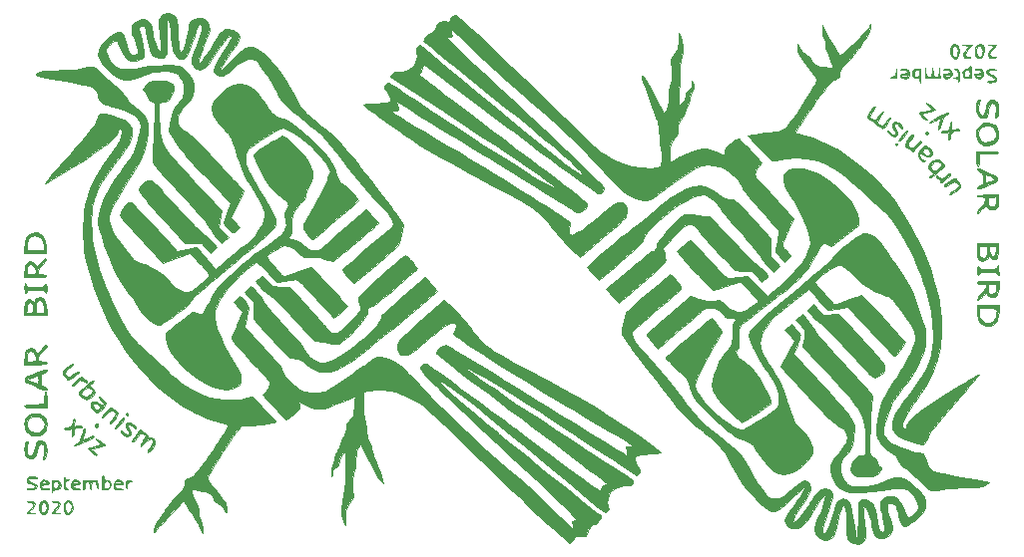
<source format=gbr>
G04 #@! TF.GenerationSoftware,KiCad,Pcbnew,(5.0.0-3-g5ebb6b6)*
G04 #@! TF.CreationDate,2020-09-27T13:58:05+02:00*
G04 #@! TF.ProjectId,solarbird,736F6C6172626972642E6B696361645F,rev?*
G04 #@! TF.SameCoordinates,Original*
G04 #@! TF.FileFunction,Copper,L1,Top,Signal*
G04 #@! TF.FilePolarity,Positive*
%FSLAX46Y46*%
G04 Gerber Fmt 4.6, Leading zero omitted, Abs format (unit mm)*
G04 Created by KiCad (PCBNEW (5.0.0-3-g5ebb6b6)) date Sunday, 27. September 2020 um 13:58:05*
%MOMM*%
%LPD*%
G01*
G04 APERTURE LIST*
G04 #@! TA.AperFunction,EtchedComponent*
%ADD10C,0.010000*%
G04 #@! TD*
G04 APERTURE END LIST*
D10*
G04 #@! TO.C,G\002A\002A\002A*
G36*
X200339048Y-59946355D02*
X200484978Y-59966909D01*
X200507987Y-59983864D01*
X200455448Y-60072301D01*
X200320829Y-60240740D01*
X200209664Y-60367667D01*
X200040543Y-60568091D01*
X199932429Y-60721626D01*
X199911342Y-60772427D01*
X199984120Y-60910472D01*
X200153984Y-60996139D01*
X200344101Y-60993615D01*
X200473633Y-60974080D01*
X200471013Y-61029191D01*
X200336442Y-61108823D01*
X200135522Y-61113168D01*
X199954222Y-61043477D01*
X199928389Y-61021275D01*
X199831830Y-60820270D01*
X199896247Y-60578979D01*
X200081812Y-60343330D01*
X200239058Y-60179505D01*
X200329183Y-60072862D01*
X200337517Y-60056710D01*
X200262346Y-60028985D01*
X200075914Y-59998944D01*
X200017886Y-59992360D01*
X199844067Y-59972139D01*
X199819129Y-59959713D01*
X199951421Y-59950402D01*
X200103121Y-59944597D01*
X200339048Y-59946355D01*
X200339048Y-59946355D01*
G37*
X200339048Y-59946355D02*
X200484978Y-59966909D01*
X200507987Y-59983864D01*
X200455448Y-60072301D01*
X200320829Y-60240740D01*
X200209664Y-60367667D01*
X200040543Y-60568091D01*
X199932429Y-60721626D01*
X199911342Y-60772427D01*
X199984120Y-60910472D01*
X200153984Y-60996139D01*
X200344101Y-60993615D01*
X200473633Y-60974080D01*
X200471013Y-61029191D01*
X200336442Y-61108823D01*
X200135522Y-61113168D01*
X199954222Y-61043477D01*
X199928389Y-61021275D01*
X199831830Y-60820270D01*
X199896247Y-60578979D01*
X200081812Y-60343330D01*
X200239058Y-60179505D01*
X200329183Y-60072862D01*
X200337517Y-60056710D01*
X200262346Y-60028985D01*
X200075914Y-59998944D01*
X200017886Y-59992360D01*
X199844067Y-59972139D01*
X199819129Y-59959713D01*
X199951421Y-59950402D01*
X200103121Y-59944597D01*
X200339048Y-59946355D01*
G36*
X199371525Y-60021780D02*
X199382886Y-60032551D01*
X199481761Y-60226613D01*
X199497126Y-60483634D01*
X199442478Y-60751258D01*
X199331318Y-60977124D01*
X199177142Y-61108877D01*
X199101611Y-61123557D01*
X198951864Y-61067669D01*
X198851994Y-60989617D01*
X198755027Y-60795338D01*
X198720991Y-60517999D01*
X198736525Y-60383826D01*
X198814651Y-60383826D01*
X198837577Y-60669252D01*
X198888772Y-60825888D01*
X199009459Y-60993646D01*
X199158899Y-61009712D01*
X199297759Y-60878680D01*
X199346490Y-60772451D01*
X199390170Y-60516398D01*
X199353989Y-60286590D01*
X199259834Y-60115093D01*
X199129588Y-60033975D01*
X198985136Y-60075303D01*
X198918815Y-60145798D01*
X198814651Y-60383826D01*
X198736525Y-60383826D01*
X198753817Y-60234473D01*
X198806288Y-60095135D01*
X198960013Y-59964126D01*
X199175148Y-59936774D01*
X199371525Y-60021780D01*
X199371525Y-60021780D01*
G37*
X199371525Y-60021780D02*
X199382886Y-60032551D01*
X199481761Y-60226613D01*
X199497126Y-60483634D01*
X199442478Y-60751258D01*
X199331318Y-60977124D01*
X199177142Y-61108877D01*
X199101611Y-61123557D01*
X198951864Y-61067669D01*
X198851994Y-60989617D01*
X198755027Y-60795338D01*
X198720991Y-60517999D01*
X198736525Y-60383826D01*
X198814651Y-60383826D01*
X198837577Y-60669252D01*
X198888772Y-60825888D01*
X199009459Y-60993646D01*
X199158899Y-61009712D01*
X199297759Y-60878680D01*
X199346490Y-60772451D01*
X199390170Y-60516398D01*
X199353989Y-60286590D01*
X199259834Y-60115093D01*
X199129588Y-60033975D01*
X198985136Y-60075303D01*
X198918815Y-60145798D01*
X198814651Y-60383826D01*
X198736525Y-60383826D01*
X198753817Y-60234473D01*
X198806288Y-60095135D01*
X198960013Y-59964126D01*
X199175148Y-59936774D01*
X199371525Y-60021780D01*
G36*
X198293430Y-59946232D02*
X198439357Y-59969648D01*
X198462349Y-59988143D01*
X198404737Y-60074674D01*
X198258190Y-60229760D01*
X198157586Y-60325169D01*
X197952240Y-60562115D01*
X197869623Y-60767443D01*
X197910241Y-60915313D01*
X198074602Y-60979885D01*
X198144747Y-60979392D01*
X198297625Y-60991646D01*
X198331409Y-61043318D01*
X198203761Y-61112546D01*
X198007785Y-61112764D01*
X197829411Y-61047520D01*
X197797517Y-61021275D01*
X197703593Y-60849234D01*
X197753046Y-60648098D01*
X197951518Y-60399151D01*
X197999318Y-60351855D01*
X198303401Y-60058121D01*
X197652617Y-59954459D01*
X198057483Y-59942364D01*
X198293430Y-59946232D01*
X198293430Y-59946232D01*
G37*
X198293430Y-59946232D02*
X198439357Y-59969648D01*
X198462349Y-59988143D01*
X198404737Y-60074674D01*
X198258190Y-60229760D01*
X198157586Y-60325169D01*
X197952240Y-60562115D01*
X197869623Y-60767443D01*
X197910241Y-60915313D01*
X198074602Y-60979885D01*
X198144747Y-60979392D01*
X198297625Y-60991646D01*
X198331409Y-61043318D01*
X198203761Y-61112546D01*
X198007785Y-61112764D01*
X197829411Y-61047520D01*
X197797517Y-61021275D01*
X197703593Y-60849234D01*
X197753046Y-60648098D01*
X197951518Y-60399151D01*
X197999318Y-60351855D01*
X198303401Y-60058121D01*
X197652617Y-59954459D01*
X198057483Y-59942364D01*
X198293430Y-59946232D01*
G36*
X197173782Y-59979609D02*
X197302782Y-60141452D01*
X197352575Y-60436534D01*
X197354295Y-60526913D01*
X197310943Y-60847776D01*
X197196886Y-61056501D01*
X197036125Y-61137683D01*
X196852660Y-61075918D01*
X196719867Y-60934122D01*
X196612392Y-60682697D01*
X196600178Y-60476816D01*
X196773756Y-60476816D01*
X196779924Y-60793687D01*
X196847747Y-60956507D01*
X196858991Y-60964845D01*
X197007415Y-61031299D01*
X197125007Y-60975827D01*
X197166779Y-60936040D01*
X197237181Y-60775751D01*
X197265198Y-60529612D01*
X197248222Y-60277536D01*
X197193616Y-60113661D01*
X197058662Y-60031062D01*
X196960525Y-60029192D01*
X196857275Y-60087007D01*
X196799839Y-60237748D01*
X196773756Y-60476816D01*
X196600178Y-60476816D01*
X196596119Y-60408398D01*
X196659879Y-60159606D01*
X196792506Y-59984703D01*
X196951582Y-59930269D01*
X197173782Y-59979609D01*
X197173782Y-59979609D01*
G37*
X197173782Y-59979609D02*
X197302782Y-60141452D01*
X197352575Y-60436534D01*
X197354295Y-60526913D01*
X197310943Y-60847776D01*
X197196886Y-61056501D01*
X197036125Y-61137683D01*
X196852660Y-61075918D01*
X196719867Y-60934122D01*
X196612392Y-60682697D01*
X196600178Y-60476816D01*
X196773756Y-60476816D01*
X196779924Y-60793687D01*
X196847747Y-60956507D01*
X196858991Y-60964845D01*
X197007415Y-61031299D01*
X197125007Y-60975827D01*
X197166779Y-60936040D01*
X197237181Y-60775751D01*
X197265198Y-60529612D01*
X197248222Y-60277536D01*
X197193616Y-60113661D01*
X197058662Y-60031062D01*
X196960525Y-60029192D01*
X196857275Y-60087007D01*
X196799839Y-60237748D01*
X196773756Y-60476816D01*
X196600178Y-60476816D01*
X196596119Y-60408398D01*
X196659879Y-60159606D01*
X196792506Y-59984703D01*
X196951582Y-59930269D01*
X197173782Y-59979609D01*
G36*
X199232281Y-62047211D02*
X199396733Y-62231566D01*
X199434602Y-62484629D01*
X199404307Y-62603663D01*
X199265142Y-62772968D01*
X199058502Y-62837947D01*
X198850259Y-62792840D01*
X198721053Y-62663389D01*
X198692743Y-62601135D01*
X198805401Y-62601135D01*
X198863707Y-62689792D01*
X199004063Y-62732495D01*
X199179496Y-62695226D01*
X199291579Y-62599938D01*
X199293816Y-62593859D01*
X199249419Y-62512744D01*
X199066096Y-62487316D01*
X198859526Y-62517028D01*
X198805401Y-62601135D01*
X198692743Y-62601135D01*
X198649078Y-62505117D01*
X198675523Y-62428378D01*
X198828706Y-62403888D01*
X198973758Y-62402081D01*
X199187287Y-62385486D01*
X199306023Y-62344032D01*
X199314698Y-62327282D01*
X199242088Y-62191701D01*
X199074730Y-62096917D01*
X198888978Y-62085719D01*
X198752822Y-62090634D01*
X198718054Y-62053161D01*
X198792109Y-61998747D01*
X198970333Y-61975907D01*
X198971794Y-61975906D01*
X199232281Y-62047211D01*
X199232281Y-62047211D01*
G37*
X199232281Y-62047211D02*
X199396733Y-62231566D01*
X199434602Y-62484629D01*
X199404307Y-62603663D01*
X199265142Y-62772968D01*
X199058502Y-62837947D01*
X198850259Y-62792840D01*
X198721053Y-62663389D01*
X198692743Y-62601135D01*
X198805401Y-62601135D01*
X198863707Y-62689792D01*
X199004063Y-62732495D01*
X199179496Y-62695226D01*
X199291579Y-62599938D01*
X199293816Y-62593859D01*
X199249419Y-62512744D01*
X199066096Y-62487316D01*
X198859526Y-62517028D01*
X198805401Y-62601135D01*
X198692743Y-62601135D01*
X198649078Y-62505117D01*
X198675523Y-62428378D01*
X198828706Y-62403888D01*
X198973758Y-62402081D01*
X199187287Y-62385486D01*
X199306023Y-62344032D01*
X199314698Y-62327282D01*
X199242088Y-62191701D01*
X199074730Y-62096917D01*
X198888978Y-62085719D01*
X198752822Y-62090634D01*
X198718054Y-62053161D01*
X198792109Y-61998747D01*
X198970333Y-61975907D01*
X198971794Y-61975906D01*
X199232281Y-62047211D01*
G36*
X198352774Y-61891572D02*
X198364193Y-62134992D01*
X198365507Y-62192881D01*
X198377114Y-62793413D01*
X198077725Y-62813576D01*
X197863416Y-62806625D01*
X197747732Y-62723280D01*
X197691903Y-62606405D01*
X197675945Y-62440634D01*
X197780470Y-62440634D01*
X197780470Y-62440929D01*
X197820245Y-62651788D01*
X197954880Y-62730232D01*
X198075285Y-62725307D01*
X198210727Y-62651235D01*
X198272450Y-62455386D01*
X198276015Y-62422803D01*
X198261590Y-62192588D01*
X198168385Y-62093637D01*
X197987383Y-62101267D01*
X197840883Y-62232327D01*
X197780470Y-62440634D01*
X197675945Y-62440634D01*
X197667285Y-62350679D01*
X197766477Y-62129258D01*
X197957697Y-61994471D01*
X198074829Y-61975906D01*
X198252403Y-61920448D01*
X198316961Y-61784128D01*
X198335985Y-61765817D01*
X198352774Y-61891572D01*
X198352774Y-61891572D01*
G37*
X198352774Y-61891572D02*
X198364193Y-62134992D01*
X198365507Y-62192881D01*
X198377114Y-62793413D01*
X198077725Y-62813576D01*
X197863416Y-62806625D01*
X197747732Y-62723280D01*
X197691903Y-62606405D01*
X197675945Y-62440634D01*
X197780470Y-62440634D01*
X197780470Y-62440929D01*
X197820245Y-62651788D01*
X197954880Y-62730232D01*
X198075285Y-62725307D01*
X198210727Y-62651235D01*
X198272450Y-62455386D01*
X198276015Y-62422803D01*
X198261590Y-62192588D01*
X198168385Y-62093637D01*
X197987383Y-62101267D01*
X197840883Y-62232327D01*
X197780470Y-62440634D01*
X197675945Y-62440634D01*
X197667285Y-62350679D01*
X197766477Y-62129258D01*
X197957697Y-61994471D01*
X198074829Y-61975906D01*
X198252403Y-61920448D01*
X198316961Y-61784128D01*
X198335985Y-61765817D01*
X198352774Y-61891572D01*
G36*
X196567751Y-62023917D02*
X196655369Y-62078188D01*
X196734130Y-62237572D01*
X196757651Y-62402081D01*
X196720441Y-62609940D01*
X196655369Y-62725973D01*
X196485856Y-62810801D01*
X196274952Y-62821413D01*
X196099238Y-62761876D01*
X196042274Y-62693432D01*
X196023895Y-62620829D01*
X196161007Y-62620829D01*
X196227397Y-62707242D01*
X196378603Y-62730634D01*
X196542679Y-62694961D01*
X196647680Y-62604177D01*
X196651637Y-62593859D01*
X196607134Y-62512751D01*
X196423814Y-62487316D01*
X196221431Y-62520921D01*
X196161007Y-62620829D01*
X196023895Y-62620829D01*
X195997923Y-62518235D01*
X196058889Y-62430832D01*
X196253161Y-62403028D01*
X196331477Y-62402081D01*
X196545005Y-62385486D01*
X196663741Y-62344032D01*
X196672416Y-62327282D01*
X196598721Y-62186619D01*
X196421059Y-62099016D01*
X196204562Y-62095973D01*
X196197589Y-62097657D01*
X196043671Y-62115434D01*
X196031043Y-62064557D01*
X196159335Y-61993659D01*
X196365500Y-61980707D01*
X196567751Y-62023917D01*
X196567751Y-62023917D01*
G37*
X196567751Y-62023917D02*
X196655369Y-62078188D01*
X196734130Y-62237572D01*
X196757651Y-62402081D01*
X196720441Y-62609940D01*
X196655369Y-62725973D01*
X196485856Y-62810801D01*
X196274952Y-62821413D01*
X196099238Y-62761876D01*
X196042274Y-62693432D01*
X196023895Y-62620829D01*
X196161007Y-62620829D01*
X196227397Y-62707242D01*
X196378603Y-62730634D01*
X196542679Y-62694961D01*
X196647680Y-62604177D01*
X196651637Y-62593859D01*
X196607134Y-62512751D01*
X196423814Y-62487316D01*
X196221431Y-62520921D01*
X196161007Y-62620829D01*
X196023895Y-62620829D01*
X195997923Y-62518235D01*
X196058889Y-62430832D01*
X196253161Y-62403028D01*
X196331477Y-62402081D01*
X196545005Y-62385486D01*
X196663741Y-62344032D01*
X196672416Y-62327282D01*
X196598721Y-62186619D01*
X196421059Y-62099016D01*
X196204562Y-62095973D01*
X196197589Y-62097657D01*
X196043671Y-62115434D01*
X196031043Y-62064557D01*
X196159335Y-61993659D01*
X196365500Y-61980707D01*
X196567751Y-62023917D01*
G36*
X195722031Y-62364911D02*
X195734832Y-62796533D01*
X195146362Y-62806363D01*
X194845220Y-62804425D01*
X194616203Y-62789961D01*
X194507832Y-62766079D01*
X194507101Y-62765401D01*
X194479247Y-62656641D01*
X194467596Y-62440504D01*
X194469111Y-62323949D01*
X194481912Y-61933289D01*
X194533037Y-62316846D01*
X194576152Y-62554959D01*
X194641910Y-62667635D01*
X194761192Y-62699711D01*
X194797248Y-62700403D01*
X194932024Y-62680206D01*
X195005959Y-62589672D01*
X195049646Y-62383883D01*
X195058466Y-62316846D01*
X195106596Y-61933289D01*
X195143701Y-62316846D01*
X195177349Y-62554585D01*
X195236917Y-62667078D01*
X195351879Y-62699509D01*
X195393893Y-62700403D01*
X195528907Y-62679923D01*
X195603679Y-62588594D01*
X195649091Y-62381581D01*
X195658104Y-62316846D01*
X195709229Y-61933289D01*
X195722031Y-62364911D01*
X195722031Y-62364911D01*
G37*
X195722031Y-62364911D02*
X195734832Y-62796533D01*
X195146362Y-62806363D01*
X194845220Y-62804425D01*
X194616203Y-62789961D01*
X194507832Y-62766079D01*
X194507101Y-62765401D01*
X194479247Y-62656641D01*
X194467596Y-62440504D01*
X194469111Y-62323949D01*
X194481912Y-61933289D01*
X194533037Y-62316846D01*
X194576152Y-62554959D01*
X194641910Y-62667635D01*
X194761192Y-62699711D01*
X194797248Y-62700403D01*
X194932024Y-62680206D01*
X195005959Y-62589672D01*
X195049646Y-62383883D01*
X195058466Y-62316846D01*
X195106596Y-61933289D01*
X195143701Y-62316846D01*
X195177349Y-62554585D01*
X195236917Y-62667078D01*
X195351879Y-62699509D01*
X195393893Y-62700403D01*
X195528907Y-62679923D01*
X195603679Y-62588594D01*
X195649091Y-62381581D01*
X195658104Y-62316846D01*
X195709229Y-61933289D01*
X195722031Y-62364911D01*
G36*
X192845777Y-62009129D02*
X193014097Y-62084602D01*
X193043845Y-62109847D01*
X193163608Y-62326034D01*
X193149916Y-62552680D01*
X193023407Y-62737027D01*
X192804719Y-62826316D01*
X192762818Y-62828255D01*
X192568722Y-62809778D01*
X192467494Y-62771432D01*
X192418680Y-62646092D01*
X192414577Y-62601135D01*
X192498019Y-62601135D01*
X192556325Y-62689792D01*
X192696680Y-62732495D01*
X192872113Y-62695226D01*
X192984197Y-62599938D01*
X192986433Y-62593859D01*
X192942036Y-62512744D01*
X192758714Y-62487316D01*
X192552143Y-62517028D01*
X192498019Y-62601135D01*
X192414577Y-62601135D01*
X192410671Y-62558345D01*
X192450543Y-62449184D01*
X192597657Y-62405857D01*
X192708993Y-62402081D01*
X192930855Y-62373715D01*
X193007029Y-62284151D01*
X193007315Y-62275852D01*
X192934875Y-62167122D01*
X192768513Y-62090933D01*
X192584668Y-62073705D01*
X192500750Y-62100765D01*
X192418772Y-62098469D01*
X192410671Y-62066171D01*
X192480278Y-61995514D01*
X192646575Y-61977966D01*
X192845777Y-62009129D01*
X192845777Y-62009129D01*
G37*
X192845777Y-62009129D02*
X193014097Y-62084602D01*
X193043845Y-62109847D01*
X193163608Y-62326034D01*
X193149916Y-62552680D01*
X193023407Y-62737027D01*
X192804719Y-62826316D01*
X192762818Y-62828255D01*
X192568722Y-62809778D01*
X192467494Y-62771432D01*
X192418680Y-62646092D01*
X192414577Y-62601135D01*
X192498019Y-62601135D01*
X192556325Y-62689792D01*
X192696680Y-62732495D01*
X192872113Y-62695226D01*
X192984197Y-62599938D01*
X192986433Y-62593859D01*
X192942036Y-62512744D01*
X192758714Y-62487316D01*
X192552143Y-62517028D01*
X192498019Y-62601135D01*
X192414577Y-62601135D01*
X192410671Y-62558345D01*
X192450543Y-62449184D01*
X192597657Y-62405857D01*
X192708993Y-62402081D01*
X192930855Y-62373715D01*
X193007029Y-62284151D01*
X193007315Y-62275852D01*
X192934875Y-62167122D01*
X192768513Y-62090933D01*
X192584668Y-62073705D01*
X192500750Y-62100765D01*
X192418772Y-62098469D01*
X192410671Y-62066171D01*
X192480278Y-61995514D01*
X192646575Y-61977966D01*
X192845777Y-62009129D01*
G36*
X192046656Y-62143133D02*
X192054671Y-62359463D01*
X192058389Y-62611875D01*
X192028709Y-62739320D01*
X191938583Y-62787181D01*
X191792549Y-62799272D01*
X191515705Y-62812907D01*
X191745472Y-62729786D01*
X191899901Y-62643690D01*
X191977395Y-62494004D01*
X192007594Y-62289977D01*
X192026947Y-62088296D01*
X192038379Y-62037003D01*
X192046656Y-62143133D01*
X192046656Y-62143133D01*
G37*
X192046656Y-62143133D02*
X192054671Y-62359463D01*
X192058389Y-62611875D01*
X192028709Y-62739320D01*
X191938583Y-62787181D01*
X191792549Y-62799272D01*
X191515705Y-62812907D01*
X191745472Y-62729786D01*
X191899901Y-62643690D01*
X191977395Y-62494004D01*
X192007594Y-62289977D01*
X192026947Y-62088296D01*
X192038379Y-62037003D01*
X192046656Y-62143133D01*
G36*
X197098591Y-61998064D02*
X197232236Y-62032402D01*
X197306120Y-62133236D01*
X197349022Y-62347161D01*
X197357540Y-62417320D01*
X197372735Y-62691123D01*
X197357244Y-62913385D01*
X197342222Y-62971347D01*
X197293707Y-63073130D01*
X197276777Y-63017145D01*
X197275051Y-62983344D01*
X197197362Y-62857038D01*
X197077282Y-62803173D01*
X196885503Y-62766235D01*
X197077282Y-62754628D01*
X197208205Y-62718093D01*
X197261503Y-62596926D01*
X197269060Y-62441952D01*
X197238794Y-62210953D01*
X197128621Y-62084679D01*
X197077282Y-62059244D01*
X196946679Y-61999907D01*
X196975262Y-61987551D01*
X197098591Y-61998064D01*
X197098591Y-61998064D01*
G37*
X197098591Y-61998064D02*
X197232236Y-62032402D01*
X197306120Y-62133236D01*
X197349022Y-62347161D01*
X197357540Y-62417320D01*
X197372735Y-62691123D01*
X197357244Y-62913385D01*
X197342222Y-62971347D01*
X197293707Y-63073130D01*
X197276777Y-63017145D01*
X197275051Y-62983344D01*
X197197362Y-62857038D01*
X197077282Y-62803173D01*
X196885503Y-62766235D01*
X197077282Y-62754628D01*
X197208205Y-62718093D01*
X197261503Y-62596926D01*
X197269060Y-62441952D01*
X197238794Y-62210953D01*
X197128621Y-62084679D01*
X197077282Y-62059244D01*
X196946679Y-61999907D01*
X196975262Y-61987551D01*
X197098591Y-61998064D01*
G36*
X200507987Y-62059368D02*
X200536941Y-62108021D01*
X200412497Y-62125698D01*
X200252282Y-62121989D01*
X200012579Y-62121396D01*
X199898990Y-62160218D01*
X199868817Y-62254159D01*
X199868725Y-62263043D01*
X199949925Y-62412607D01*
X200167047Y-62518748D01*
X200379642Y-62640888D01*
X200497343Y-62812249D01*
X200500483Y-62986026D01*
X200408900Y-63094324D01*
X200229683Y-63153540D01*
X200011425Y-63163384D01*
X199834280Y-63125023D01*
X199784283Y-63085243D01*
X199812854Y-63035751D01*
X199971031Y-63044939D01*
X200187877Y-63051121D01*
X200328628Y-63009640D01*
X200413842Y-62887006D01*
X200354516Y-62758349D01*
X200172551Y-62654482D01*
X200054229Y-62623612D01*
X199841449Y-62551595D01*
X199713089Y-62448999D01*
X199706485Y-62435409D01*
X199662903Y-62298697D01*
X199695378Y-62208835D01*
X199789578Y-62109847D01*
X199998423Y-62002902D01*
X200267738Y-61984094D01*
X200507987Y-62059368D01*
X200507987Y-62059368D01*
G37*
X200507987Y-62059368D02*
X200536941Y-62108021D01*
X200412497Y-62125698D01*
X200252282Y-62121989D01*
X200012579Y-62121396D01*
X199898990Y-62160218D01*
X199868817Y-62254159D01*
X199868725Y-62263043D01*
X199949925Y-62412607D01*
X200167047Y-62518748D01*
X200379642Y-62640888D01*
X200497343Y-62812249D01*
X200500483Y-62986026D01*
X200408900Y-63094324D01*
X200229683Y-63153540D01*
X200011425Y-63163384D01*
X199834280Y-63125023D01*
X199784283Y-63085243D01*
X199812854Y-63035751D01*
X199971031Y-63044939D01*
X200187877Y-63051121D01*
X200328628Y-63009640D01*
X200413842Y-62887006D01*
X200354516Y-62758349D01*
X200172551Y-62654482D01*
X200054229Y-62623612D01*
X199841449Y-62551595D01*
X199713089Y-62448999D01*
X199706485Y-62435409D01*
X199662903Y-62298697D01*
X199695378Y-62208835D01*
X199789578Y-62109847D01*
X199998423Y-62002902D01*
X200267738Y-61984094D01*
X200507987Y-62059368D01*
G36*
X194115369Y-62572551D02*
X194109795Y-62866650D01*
X194095126Y-63079750D01*
X194074443Y-63168728D01*
X194072752Y-63169195D01*
X194039839Y-63096504D01*
X194030134Y-62970870D01*
X194006399Y-62834062D01*
X193901063Y-62797263D01*
X193776848Y-62809719D01*
X193577961Y-62807946D01*
X193459924Y-62698721D01*
X193422227Y-62624487D01*
X193362568Y-62342304D01*
X193378185Y-62301736D01*
X193533293Y-62301736D01*
X193538648Y-62571873D01*
X193646431Y-62712091D01*
X193795357Y-62727690D01*
X193928274Y-62676659D01*
X193981253Y-62540718D01*
X193987517Y-62402081D01*
X193971596Y-62200338D01*
X193899953Y-62117748D01*
X193774430Y-62103759D01*
X193599803Y-62149840D01*
X193533293Y-62301736D01*
X193378185Y-62301736D01*
X193447279Y-62122261D01*
X193657723Y-61995114D01*
X193815220Y-61975906D01*
X194115369Y-61975906D01*
X194115369Y-62572551D01*
X194115369Y-62572551D01*
G37*
X194115369Y-62572551D02*
X194109795Y-62866650D01*
X194095126Y-63079750D01*
X194074443Y-63168728D01*
X194072752Y-63169195D01*
X194039839Y-63096504D01*
X194030134Y-62970870D01*
X194006399Y-62834062D01*
X193901063Y-62797263D01*
X193776848Y-62809719D01*
X193577961Y-62807946D01*
X193459924Y-62698721D01*
X193422227Y-62624487D01*
X193362568Y-62342304D01*
X193378185Y-62301736D01*
X193533293Y-62301736D01*
X193538648Y-62571873D01*
X193646431Y-62712091D01*
X193795357Y-62727690D01*
X193928274Y-62676659D01*
X193981253Y-62540718D01*
X193987517Y-62402081D01*
X193971596Y-62200338D01*
X193899953Y-62117748D01*
X193774430Y-62103759D01*
X193599803Y-62149840D01*
X193533293Y-62301736D01*
X193378185Y-62301736D01*
X193447279Y-62122261D01*
X193657723Y-61995114D01*
X193815220Y-61975906D01*
X194115369Y-61975906D01*
X194115369Y-62572551D01*
G36*
X199121011Y-64667533D02*
X199101314Y-64767349D01*
X199051857Y-64946111D01*
X199005824Y-65202546D01*
X198996997Y-65268796D01*
X198987675Y-65528336D01*
X199054630Y-65706543D01*
X199147962Y-65815210D01*
X199342089Y-66009338D01*
X199488724Y-65828252D01*
X199592674Y-65631103D01*
X199675625Y-65356585D01*
X199693185Y-65261547D01*
X199756019Y-64997460D01*
X199845055Y-64792785D01*
X199879883Y-64747059D01*
X200103007Y-64627354D01*
X200344764Y-64653251D01*
X200548679Y-64817323D01*
X200562056Y-64836790D01*
X200654647Y-65062875D01*
X200697627Y-65348163D01*
X200694541Y-65646138D01*
X200648937Y-65910282D01*
X200564362Y-66094076D01*
X200461735Y-66152416D01*
X200386375Y-66117023D01*
X200406578Y-65984383D01*
X200424861Y-65933780D01*
X200494449Y-65640067D01*
X200502468Y-65334293D01*
X200452219Y-65078836D01*
X200372990Y-64953198D01*
X200201503Y-64887927D01*
X200050629Y-64985807D01*
X199926820Y-65240111D01*
X199864411Y-65483618D01*
X199802936Y-65758123D01*
X199744397Y-65967105D01*
X199714713Y-66040552D01*
X199562568Y-66148114D01*
X199327489Y-66185276D01*
X199206996Y-66171665D01*
X199047422Y-66062083D01*
X198908126Y-65840415D01*
X198819501Y-65564746D01*
X198803289Y-65400189D01*
X198826864Y-65049067D01*
X198890768Y-64782934D01*
X198984765Y-64636162D01*
X199036149Y-64618188D01*
X199121011Y-64667533D01*
X199121011Y-64667533D01*
G37*
X199121011Y-64667533D02*
X199101314Y-64767349D01*
X199051857Y-64946111D01*
X199005824Y-65202546D01*
X198996997Y-65268796D01*
X198987675Y-65528336D01*
X199054630Y-65706543D01*
X199147962Y-65815210D01*
X199342089Y-66009338D01*
X199488724Y-65828252D01*
X199592674Y-65631103D01*
X199675625Y-65356585D01*
X199693185Y-65261547D01*
X199756019Y-64997460D01*
X199845055Y-64792785D01*
X199879883Y-64747059D01*
X200103007Y-64627354D01*
X200344764Y-64653251D01*
X200548679Y-64817323D01*
X200562056Y-64836790D01*
X200654647Y-65062875D01*
X200697627Y-65348163D01*
X200694541Y-65646138D01*
X200648937Y-65910282D01*
X200564362Y-66094076D01*
X200461735Y-66152416D01*
X200386375Y-66117023D01*
X200406578Y-65984383D01*
X200424861Y-65933780D01*
X200494449Y-65640067D01*
X200502468Y-65334293D01*
X200452219Y-65078836D01*
X200372990Y-64953198D01*
X200201503Y-64887927D01*
X200050629Y-64985807D01*
X199926820Y-65240111D01*
X199864411Y-65483618D01*
X199802936Y-65758123D01*
X199744397Y-65967105D01*
X199714713Y-66040552D01*
X199562568Y-66148114D01*
X199327489Y-66185276D01*
X199206996Y-66171665D01*
X199047422Y-66062083D01*
X198908126Y-65840415D01*
X198819501Y-65564746D01*
X198803289Y-65400189D01*
X198826864Y-65049067D01*
X198890768Y-64782934D01*
X198984765Y-64636162D01*
X199036149Y-64618188D01*
X199121011Y-64667533D01*
G36*
X194639303Y-64939282D02*
X194804867Y-65036708D01*
X195001165Y-65176080D01*
X195179784Y-65321831D01*
X195292309Y-65438393D01*
X195308658Y-65474626D01*
X195269428Y-65525381D01*
X195136123Y-65584385D01*
X194885324Y-65659647D01*
X194493610Y-65759176D01*
X194435000Y-65773377D01*
X194256684Y-65833089D01*
X194222326Y-65908789D01*
X194334110Y-66026050D01*
X194464749Y-66121771D01*
X194614860Y-66248338D01*
X194663503Y-66336284D01*
X194654643Y-66348282D01*
X194552460Y-66325465D01*
X194372855Y-66217859D01*
X194264119Y-66136264D01*
X194043917Y-65945006D01*
X193962317Y-65822030D01*
X194014734Y-65743116D01*
X194179295Y-65688142D01*
X194419838Y-65628230D01*
X194707828Y-65554167D01*
X194754631Y-65541903D01*
X195095571Y-65452244D01*
X194802584Y-65207453D01*
X194636320Y-65052726D01*
X194553333Y-64943393D01*
X194552887Y-64919373D01*
X194639303Y-64939282D01*
X194639303Y-64939282D01*
G37*
X194639303Y-64939282D02*
X194804867Y-65036708D01*
X195001165Y-65176080D01*
X195179784Y-65321831D01*
X195292309Y-65438393D01*
X195308658Y-65474626D01*
X195269428Y-65525381D01*
X195136123Y-65584385D01*
X194885324Y-65659647D01*
X194493610Y-65759176D01*
X194435000Y-65773377D01*
X194256684Y-65833089D01*
X194222326Y-65908789D01*
X194334110Y-66026050D01*
X194464749Y-66121771D01*
X194614860Y-66248338D01*
X194663503Y-66336284D01*
X194654643Y-66348282D01*
X194552460Y-66325465D01*
X194372855Y-66217859D01*
X194264119Y-66136264D01*
X194043917Y-65945006D01*
X193962317Y-65822030D01*
X194014734Y-65743116D01*
X194179295Y-65688142D01*
X194419838Y-65628230D01*
X194707828Y-65554167D01*
X194754631Y-65541903D01*
X195095571Y-65452244D01*
X194802584Y-65207453D01*
X194636320Y-65052726D01*
X194553333Y-64943393D01*
X194552887Y-64919373D01*
X194639303Y-64939282D01*
G36*
X190205990Y-65302289D02*
X190105021Y-65492917D01*
X190006548Y-65638047D01*
X189848511Y-65878054D01*
X189796683Y-66037524D01*
X189826272Y-66140988D01*
X189941297Y-66235102D01*
X190112328Y-66298971D01*
X190274288Y-66318049D01*
X190362097Y-66277791D01*
X190365034Y-66261402D01*
X190414183Y-66151025D01*
X190534107Y-65987717D01*
X190683523Y-65817943D01*
X190821145Y-65688167D01*
X190905690Y-65644853D01*
X190910328Y-65647692D01*
X190892980Y-65737438D01*
X190792773Y-65911825D01*
X190707927Y-66031249D01*
X190516796Y-66329440D01*
X190463063Y-66546460D01*
X190544557Y-66699020D01*
X190615135Y-66746062D01*
X190768508Y-66813783D01*
X190887143Y-66805593D01*
X191011388Y-66700185D01*
X191181593Y-66476254D01*
X191214779Y-66429430D01*
X191370928Y-66230694D01*
X191487825Y-66123307D01*
X191534316Y-66124219D01*
X191504688Y-66239377D01*
X191398236Y-66436203D01*
X191247775Y-66667106D01*
X191086118Y-66884491D01*
X190946079Y-67040765D01*
X190868448Y-67090000D01*
X190792305Y-67034628D01*
X190791208Y-67023452D01*
X190720227Y-66950760D01*
X190548118Y-66865228D01*
X190535503Y-66860386D01*
X190358176Y-66758015D01*
X190279984Y-66642740D01*
X190279799Y-66637852D01*
X190206623Y-66528146D01*
X190045880Y-66453126D01*
X189748710Y-66332349D01*
X189610000Y-66157233D01*
X189597920Y-66071748D01*
X189639978Y-65932983D01*
X189746436Y-65736056D01*
X189887718Y-65522366D01*
X190034246Y-65333311D01*
X190156446Y-65210291D01*
X190224630Y-65194523D01*
X190205990Y-65302289D01*
X190205990Y-65302289D01*
G37*
X190205990Y-65302289D02*
X190105021Y-65492917D01*
X190006548Y-65638047D01*
X189848511Y-65878054D01*
X189796683Y-66037524D01*
X189826272Y-66140988D01*
X189941297Y-66235102D01*
X190112328Y-66298971D01*
X190274288Y-66318049D01*
X190362097Y-66277791D01*
X190365034Y-66261402D01*
X190414183Y-66151025D01*
X190534107Y-65987717D01*
X190683523Y-65817943D01*
X190821145Y-65688167D01*
X190905690Y-65644853D01*
X190910328Y-65647692D01*
X190892980Y-65737438D01*
X190792773Y-65911825D01*
X190707927Y-66031249D01*
X190516796Y-66329440D01*
X190463063Y-66546460D01*
X190544557Y-66699020D01*
X190615135Y-66746062D01*
X190768508Y-66813783D01*
X190887143Y-66805593D01*
X191011388Y-66700185D01*
X191181593Y-66476254D01*
X191214779Y-66429430D01*
X191370928Y-66230694D01*
X191487825Y-66123307D01*
X191534316Y-66124219D01*
X191504688Y-66239377D01*
X191398236Y-66436203D01*
X191247775Y-66667106D01*
X191086118Y-66884491D01*
X190946079Y-67040765D01*
X190868448Y-67090000D01*
X190792305Y-67034628D01*
X190791208Y-67023452D01*
X190720227Y-66950760D01*
X190548118Y-66865228D01*
X190535503Y-66860386D01*
X190358176Y-66758015D01*
X190279984Y-66642740D01*
X190279799Y-66637852D01*
X190206623Y-66528146D01*
X190045880Y-66453126D01*
X189748710Y-66332349D01*
X189610000Y-66157233D01*
X189597920Y-66071748D01*
X189639978Y-65932983D01*
X189746436Y-65736056D01*
X189887718Y-65522366D01*
X190034246Y-65333311D01*
X190156446Y-65210291D01*
X190224630Y-65194523D01*
X190205990Y-65302289D01*
G36*
X196446484Y-65805103D02*
X196323393Y-65897665D01*
X196281571Y-65920528D01*
X196126983Y-66025311D01*
X196016408Y-66178111D01*
X195921644Y-66426274D01*
X195867240Y-66616147D01*
X195781144Y-66896285D01*
X195699907Y-67096877D01*
X195640881Y-67175209D01*
X195640132Y-67175235D01*
X195565300Y-67114793D01*
X195564362Y-67103547D01*
X195587234Y-66985500D01*
X195645336Y-66766650D01*
X195683873Y-66634755D01*
X195741089Y-66393751D01*
X195741770Y-66256086D01*
X195720360Y-66237651D01*
X195603734Y-66277861D01*
X195398867Y-66380351D01*
X195267277Y-66454520D01*
X195024306Y-66575021D01*
X194873196Y-66603392D01*
X194843798Y-66584953D01*
X194892072Y-66515896D01*
X195059035Y-66397974D01*
X195307223Y-66250704D01*
X195599173Y-66093604D01*
X195897420Y-65946192D01*
X196164500Y-65827985D01*
X196362950Y-65758501D01*
X196445497Y-65750509D01*
X196446484Y-65805103D01*
X196446484Y-65805103D01*
G37*
X196446484Y-65805103D02*
X196323393Y-65897665D01*
X196281571Y-65920528D01*
X196126983Y-66025311D01*
X196016408Y-66178111D01*
X195921644Y-66426274D01*
X195867240Y-66616147D01*
X195781144Y-66896285D01*
X195699907Y-67096877D01*
X195640881Y-67175209D01*
X195640132Y-67175235D01*
X195565300Y-67114793D01*
X195564362Y-67103547D01*
X195587234Y-66985500D01*
X195645336Y-66766650D01*
X195683873Y-66634755D01*
X195741089Y-66393751D01*
X195741770Y-66256086D01*
X195720360Y-66237651D01*
X195603734Y-66277861D01*
X195398867Y-66380351D01*
X195267277Y-66454520D01*
X195024306Y-66575021D01*
X194873196Y-66603392D01*
X194843798Y-66584953D01*
X194892072Y-66515896D01*
X195059035Y-66397974D01*
X195307223Y-66250704D01*
X195599173Y-66093604D01*
X195897420Y-65946192D01*
X196164500Y-65827985D01*
X196362950Y-65758501D01*
X196445497Y-65750509D01*
X196446484Y-65805103D01*
G36*
X194712013Y-67466454D02*
X194643386Y-67583869D01*
X194577058Y-67601410D01*
X194477649Y-67551851D01*
X194475842Y-67500193D01*
X194560680Y-67387635D01*
X194662814Y-67373324D01*
X194712013Y-67466454D01*
X194712013Y-67466454D01*
G37*
X194712013Y-67466454D02*
X194643386Y-67583869D01*
X194577058Y-67601410D01*
X194477649Y-67551851D01*
X194475842Y-67500193D01*
X194560680Y-67387635D01*
X194662814Y-67373324D01*
X194712013Y-67466454D01*
G36*
X192175027Y-66582569D02*
X192388982Y-66712243D01*
X192506069Y-66853286D01*
X192564775Y-67017126D01*
X192522368Y-67063165D01*
X192405835Y-66986075D01*
X192320444Y-66889925D01*
X192126554Y-66710741D01*
X191963772Y-66664227D01*
X191865507Y-66730614D01*
X191865165Y-66890133D01*
X191974458Y-67094652D01*
X192124050Y-67348160D01*
X192137821Y-67538605D01*
X192052685Y-67669598D01*
X191899669Y-67760730D01*
X191711948Y-67725965D01*
X191600940Y-67668931D01*
X191408989Y-67522324D01*
X191287318Y-67361929D01*
X191273918Y-67237961D01*
X191274354Y-67237245D01*
X191347840Y-67248781D01*
X191471349Y-67367197D01*
X191486069Y-67385467D01*
X191678580Y-67561176D01*
X191839106Y-67601398D01*
X191933639Y-67527753D01*
X191928176Y-67361859D01*
X191824065Y-67170583D01*
X191673879Y-66913150D01*
X191663971Y-66720005D01*
X191771332Y-66578655D01*
X191947646Y-66530004D01*
X192175027Y-66582569D01*
X192175027Y-66582569D01*
G37*
X192175027Y-66582569D02*
X192388982Y-66712243D01*
X192506069Y-66853286D01*
X192564775Y-67017126D01*
X192522368Y-67063165D01*
X192405835Y-66986075D01*
X192320444Y-66889925D01*
X192126554Y-66710741D01*
X191963772Y-66664227D01*
X191865507Y-66730614D01*
X191865165Y-66890133D01*
X191974458Y-67094652D01*
X192124050Y-67348160D01*
X192137821Y-67538605D01*
X192052685Y-67669598D01*
X191899669Y-67760730D01*
X191711948Y-67725965D01*
X191600940Y-67668931D01*
X191408989Y-67522324D01*
X191287318Y-67361929D01*
X191273918Y-67237961D01*
X191274354Y-67237245D01*
X191347840Y-67248781D01*
X191471349Y-67367197D01*
X191486069Y-67385467D01*
X191678580Y-67561176D01*
X191839106Y-67601398D01*
X191933639Y-67527753D01*
X191928176Y-67361859D01*
X191824065Y-67170583D01*
X191673879Y-66913150D01*
X191663971Y-66720005D01*
X191771332Y-66578655D01*
X191947646Y-66530004D01*
X192175027Y-66582569D01*
G36*
X196732861Y-66665429D02*
X196716600Y-66898541D01*
X196660239Y-67198970D01*
X197002123Y-67144300D01*
X197240910Y-67127884D01*
X197383817Y-67161410D01*
X197396799Y-67175050D01*
X197368465Y-67240501D01*
X197252782Y-67261634D01*
X196938422Y-67290616D01*
X196750547Y-67390559D01*
X196651098Y-67587878D01*
X196628388Y-67694995D01*
X196573646Y-67904989D01*
X196506185Y-68020106D01*
X196486962Y-68027584D01*
X196441767Y-67951676D01*
X196450092Y-67745843D01*
X196458101Y-67693915D01*
X196514474Y-67360246D01*
X196154222Y-67408566D01*
X195926199Y-67426558D01*
X195844446Y-67396133D01*
X195854667Y-67358678D01*
X195974426Y-67291168D01*
X196182738Y-67260624D01*
X196198713Y-67260470D01*
X196409580Y-67221481D01*
X196530849Y-67085668D01*
X196581387Y-66824763D01*
X196586017Y-66680104D01*
X196617907Y-66544698D01*
X196680071Y-66540704D01*
X196732861Y-66665429D01*
X196732861Y-66665429D01*
G37*
X196732861Y-66665429D02*
X196716600Y-66898541D01*
X196660239Y-67198970D01*
X197002123Y-67144300D01*
X197240910Y-67127884D01*
X197383817Y-67161410D01*
X197396799Y-67175050D01*
X197368465Y-67240501D01*
X197252782Y-67261634D01*
X196938422Y-67290616D01*
X196750547Y-67390559D01*
X196651098Y-67587878D01*
X196628388Y-67694995D01*
X196573646Y-67904989D01*
X196506185Y-68020106D01*
X196486962Y-68027584D01*
X196441767Y-67951676D01*
X196450092Y-67745843D01*
X196458101Y-67693915D01*
X196514474Y-67360246D01*
X196154222Y-67408566D01*
X195926199Y-67426558D01*
X195844446Y-67396133D01*
X195854667Y-67358678D01*
X195974426Y-67291168D01*
X196182738Y-67260624D01*
X196198713Y-67260470D01*
X196409580Y-67221481D01*
X196530849Y-67085668D01*
X196581387Y-66824763D01*
X196586017Y-66680104D01*
X196617907Y-66544698D01*
X196680071Y-66540704D01*
X196732861Y-66665429D01*
G36*
X193002288Y-67260470D02*
X192949494Y-67386151D01*
X192809978Y-67589934D01*
X192625280Y-67814497D01*
X192437743Y-68008546D01*
X192301860Y-68116580D01*
X192245477Y-68116743D01*
X192245229Y-68112819D01*
X192298023Y-67987138D01*
X192437539Y-67783355D01*
X192622237Y-67558792D01*
X192809774Y-67364743D01*
X192945657Y-67256708D01*
X193002040Y-67256546D01*
X193002288Y-67260470D01*
X193002288Y-67260470D01*
G37*
X193002288Y-67260470D02*
X192949494Y-67386151D01*
X192809978Y-67589934D01*
X192625280Y-67814497D01*
X192437743Y-68008546D01*
X192301860Y-68116580D01*
X192245477Y-68116743D01*
X192245229Y-68112819D01*
X192298023Y-67987138D01*
X192437539Y-67783355D01*
X192622237Y-67558792D01*
X192809774Y-67364743D01*
X192945657Y-67256708D01*
X193002040Y-67256546D01*
X193002288Y-67260470D01*
G36*
X199839144Y-66599105D02*
X200126642Y-66654782D01*
X200361096Y-66748501D01*
X200423137Y-66792027D01*
X200609514Y-67058108D01*
X200699685Y-67395989D01*
X200695121Y-67753065D01*
X200597293Y-68076726D01*
X200407670Y-68314367D01*
X200380035Y-68333809D01*
X200109603Y-68448557D01*
X199780323Y-68506247D01*
X199475190Y-68496416D01*
X199357315Y-68462778D01*
X199068790Y-68267618D01*
X198902196Y-67975643D01*
X198846023Y-67566146D01*
X198845906Y-67542852D01*
X198850537Y-67424501D01*
X199009176Y-67424501D01*
X199015110Y-67722214D01*
X199126395Y-67993699D01*
X199341980Y-68186387D01*
X199342074Y-68186435D01*
X199610200Y-68250158D01*
X199930355Y-68230348D01*
X200221950Y-68138263D01*
X200358548Y-68044435D01*
X200495057Y-67793428D01*
X200525034Y-67550832D01*
X200453535Y-67226094D01*
X200260812Y-66990666D01*
X199979525Y-66860511D01*
X199642334Y-66851590D01*
X199317563Y-66960666D01*
X199109643Y-67153128D01*
X199009176Y-67424501D01*
X198850537Y-67424501D01*
X198857069Y-67257618D01*
X198909290Y-67071887D01*
X199030673Y-66915185D01*
X199135092Y-66817629D01*
X199335513Y-66659284D01*
X199515859Y-66592713D01*
X199759406Y-66592069D01*
X199839144Y-66599105D01*
X199839144Y-66599105D01*
G37*
X199839144Y-66599105D02*
X200126642Y-66654782D01*
X200361096Y-66748501D01*
X200423137Y-66792027D01*
X200609514Y-67058108D01*
X200699685Y-67395989D01*
X200695121Y-67753065D01*
X200597293Y-68076726D01*
X200407670Y-68314367D01*
X200380035Y-68333809D01*
X200109603Y-68448557D01*
X199780323Y-68506247D01*
X199475190Y-68496416D01*
X199357315Y-68462778D01*
X199068790Y-68267618D01*
X198902196Y-67975643D01*
X198846023Y-67566146D01*
X198845906Y-67542852D01*
X198850537Y-67424501D01*
X199009176Y-67424501D01*
X199015110Y-67722214D01*
X199126395Y-67993699D01*
X199341980Y-68186387D01*
X199342074Y-68186435D01*
X199610200Y-68250158D01*
X199930355Y-68230348D01*
X200221950Y-68138263D01*
X200358548Y-68044435D01*
X200495057Y-67793428D01*
X200525034Y-67550832D01*
X200453535Y-67226094D01*
X200260812Y-66990666D01*
X199979525Y-66860511D01*
X199642334Y-66851590D01*
X199317563Y-66960666D01*
X199109643Y-67153128D01*
X199009176Y-67424501D01*
X198850537Y-67424501D01*
X198857069Y-67257618D01*
X198909290Y-67071887D01*
X199030673Y-66915185D01*
X199135092Y-66817629D01*
X199335513Y-66659284D01*
X199515859Y-66592713D01*
X199759406Y-66592069D01*
X199839144Y-66599105D01*
G36*
X192088655Y-68338911D02*
X192107850Y-68361244D01*
X192099344Y-68472682D01*
X192077012Y-68491877D01*
X191965573Y-68483371D01*
X191946378Y-68461039D01*
X191954884Y-68349600D01*
X191977217Y-68330405D01*
X192088655Y-68338911D01*
X192088655Y-68338911D01*
G37*
X192088655Y-68338911D02*
X192107850Y-68361244D01*
X192099344Y-68472682D01*
X192077012Y-68491877D01*
X191965573Y-68483371D01*
X191946378Y-68461039D01*
X191954884Y-68349600D01*
X191977217Y-68330405D01*
X192088655Y-68338911D01*
G36*
X193487973Y-67627481D02*
X193468603Y-67716268D01*
X193359255Y-67881987D01*
X193274363Y-67985070D01*
X193070952Y-68273959D01*
X193018140Y-68501906D01*
X193116614Y-68662354D01*
X193199094Y-68706396D01*
X193331298Y-68731920D01*
X193465296Y-68676284D01*
X193646095Y-68516666D01*
X193717906Y-68443310D01*
X193952491Y-68222239D01*
X194088676Y-68137349D01*
X194118252Y-68180161D01*
X194033009Y-68342198D01*
X193852169Y-68581948D01*
X193606933Y-68865755D01*
X193447434Y-69014486D01*
X193364916Y-69034948D01*
X193348255Y-68973895D01*
X193275804Y-68887988D01*
X193132920Y-68829135D01*
X192893842Y-68708296D01*
X192804308Y-68511091D01*
X192868516Y-68250232D01*
X192914495Y-68167710D01*
X193091396Y-67918690D01*
X193269438Y-67727455D01*
X193415802Y-67624922D01*
X193487973Y-67627481D01*
X193487973Y-67627481D01*
G37*
X193487973Y-67627481D02*
X193468603Y-67716268D01*
X193359255Y-67881987D01*
X193274363Y-67985070D01*
X193070952Y-68273959D01*
X193018140Y-68501906D01*
X193116614Y-68662354D01*
X193199094Y-68706396D01*
X193331298Y-68731920D01*
X193465296Y-68676284D01*
X193646095Y-68516666D01*
X193717906Y-68443310D01*
X193952491Y-68222239D01*
X194088676Y-68137349D01*
X194118252Y-68180161D01*
X194033009Y-68342198D01*
X193852169Y-68581948D01*
X193606933Y-68865755D01*
X193447434Y-69014486D01*
X193364916Y-69034948D01*
X193348255Y-68973895D01*
X193275804Y-68887988D01*
X193132920Y-68829135D01*
X192893842Y-68708296D01*
X192804308Y-68511091D01*
X192868516Y-68250232D01*
X192914495Y-68167710D01*
X193091396Y-67918690D01*
X193269438Y-67727455D01*
X193415802Y-67624922D01*
X193487973Y-67627481D01*
G36*
X194567855Y-68539991D02*
X194579698Y-68553807D01*
X194713552Y-68680696D01*
X194903792Y-68819144D01*
X195092177Y-69006752D01*
X195122080Y-69209186D01*
X194990937Y-69397852D01*
X194957933Y-69422697D01*
X194770508Y-69502749D01*
X194568101Y-69464950D01*
X194307609Y-69300645D01*
X194292434Y-69289067D01*
X194128901Y-69190807D01*
X194035355Y-69215641D01*
X194021368Y-69235057D01*
X194004795Y-69401933D01*
X194106182Y-69575093D01*
X194285749Y-69689636D01*
X194423546Y-69766158D01*
X194456309Y-69823261D01*
X194401477Y-69900216D01*
X194266288Y-69873119D01*
X194094702Y-69754555D01*
X194044992Y-69705480D01*
X193893934Y-69475507D01*
X193886051Y-69239101D01*
X193999070Y-69020051D01*
X194252855Y-69020051D01*
X194335462Y-69139171D01*
X194421978Y-69212163D01*
X194617725Y-69350623D01*
X194742696Y-69378166D01*
X194850398Y-69300553D01*
X194883810Y-69261891D01*
X194942238Y-69139413D01*
X194875864Y-69006776D01*
X194838419Y-68963569D01*
X194627463Y-68817703D01*
X194418000Y-68820342D01*
X194293067Y-68913841D01*
X194252855Y-69020051D01*
X193999070Y-69020051D01*
X194025120Y-68969564D01*
X194174832Y-68787276D01*
X194366929Y-68590247D01*
X194488013Y-68513541D01*
X194567855Y-68539991D01*
X194567855Y-68539991D01*
G37*
X194567855Y-68539991D02*
X194579698Y-68553807D01*
X194713552Y-68680696D01*
X194903792Y-68819144D01*
X195092177Y-69006752D01*
X195122080Y-69209186D01*
X194990937Y-69397852D01*
X194957933Y-69422697D01*
X194770508Y-69502749D01*
X194568101Y-69464950D01*
X194307609Y-69300645D01*
X194292434Y-69289067D01*
X194128901Y-69190807D01*
X194035355Y-69215641D01*
X194021368Y-69235057D01*
X194004795Y-69401933D01*
X194106182Y-69575093D01*
X194285749Y-69689636D01*
X194423546Y-69766158D01*
X194456309Y-69823261D01*
X194401477Y-69900216D01*
X194266288Y-69873119D01*
X194094702Y-69754555D01*
X194044992Y-69705480D01*
X193893934Y-69475507D01*
X193886051Y-69239101D01*
X193999070Y-69020051D01*
X194252855Y-69020051D01*
X194335462Y-69139171D01*
X194421978Y-69212163D01*
X194617725Y-69350623D01*
X194742696Y-69378166D01*
X194850398Y-69300553D01*
X194883810Y-69261891D01*
X194942238Y-69139413D01*
X194875864Y-69006776D01*
X194838419Y-68963569D01*
X194627463Y-68817703D01*
X194418000Y-68820342D01*
X194293067Y-68913841D01*
X194252855Y-69020051D01*
X193999070Y-69020051D01*
X194025120Y-68969564D01*
X194174832Y-68787276D01*
X194366929Y-68590247D01*
X194488013Y-68513541D01*
X194567855Y-68539991D01*
G36*
X200163917Y-69057812D02*
X200473497Y-69078720D01*
X200647831Y-69111146D01*
X200678456Y-69135638D01*
X200597692Y-69175842D01*
X200372851Y-69204719D01*
X200030111Y-69219514D01*
X199868725Y-69220873D01*
X199058993Y-69220873D01*
X199058993Y-69774900D01*
X199045014Y-70099331D01*
X199008760Y-70279667D01*
X198958762Y-70309198D01*
X198903549Y-70181210D01*
X198857492Y-69933473D01*
X198823715Y-69633575D01*
X198804771Y-69361599D01*
X198803289Y-69294211D01*
X198803289Y-69050403D01*
X199740873Y-69050403D01*
X200163917Y-69057812D01*
X200163917Y-69057812D01*
G37*
X200163917Y-69057812D02*
X200473497Y-69078720D01*
X200647831Y-69111146D01*
X200678456Y-69135638D01*
X200597692Y-69175842D01*
X200372851Y-69204719D01*
X200030111Y-69219514D01*
X199868725Y-69220873D01*
X199058993Y-69220873D01*
X199058993Y-69774900D01*
X199045014Y-70099331D01*
X199008760Y-70279667D01*
X198958762Y-70309198D01*
X198903549Y-70181210D01*
X198857492Y-69933473D01*
X198823715Y-69633575D01*
X198804771Y-69361599D01*
X198803289Y-69294211D01*
X198803289Y-69050403D01*
X199740873Y-69050403D01*
X200163917Y-69057812D01*
G36*
X195723622Y-69739869D02*
X195871842Y-69867237D01*
X196010189Y-70054181D01*
X196088213Y-70149980D01*
X196134561Y-70255288D01*
X196060263Y-70371815D01*
X195973436Y-70448303D01*
X195790858Y-70599894D01*
X195539425Y-70810976D01*
X195325374Y-70991952D01*
X195101738Y-71164480D01*
X194928983Y-71265885D01*
X194844660Y-71274267D01*
X194868199Y-71171236D01*
X194996265Y-71039115D01*
X194996452Y-71038974D01*
X195199164Y-70886068D01*
X194955589Y-70658535D01*
X194779126Y-70471480D01*
X194738265Y-70349384D01*
X194940946Y-70349384D01*
X194982852Y-70521960D01*
X195163920Y-70646129D01*
X195318887Y-70678296D01*
X195485658Y-70611587D01*
X195627737Y-70507774D01*
X195801323Y-70348630D01*
X195898088Y-70219845D01*
X195905300Y-70192976D01*
X195847652Y-70069961D01*
X195740941Y-69950897D01*
X195523850Y-69849546D01*
X195289842Y-69912193D01*
X195059939Y-70126317D01*
X194940946Y-70349384D01*
X194738265Y-70349384D01*
X194729016Y-70321748D01*
X194805162Y-70154828D01*
X194954380Y-69975126D01*
X195206687Y-69777307D01*
X195478118Y-69697122D01*
X195723622Y-69739869D01*
X195723622Y-69739869D01*
G37*
X195723622Y-69739869D02*
X195871842Y-69867237D01*
X196010189Y-70054181D01*
X196088213Y-70149980D01*
X196134561Y-70255288D01*
X196060263Y-70371815D01*
X195973436Y-70448303D01*
X195790858Y-70599894D01*
X195539425Y-70810976D01*
X195325374Y-70991952D01*
X195101738Y-71164480D01*
X194928983Y-71265885D01*
X194844660Y-71274267D01*
X194868199Y-71171236D01*
X194996265Y-71039115D01*
X194996452Y-71038974D01*
X195199164Y-70886068D01*
X194955589Y-70658535D01*
X194779126Y-70471480D01*
X194738265Y-70349384D01*
X194940946Y-70349384D01*
X194982852Y-70521960D01*
X195163920Y-70646129D01*
X195318887Y-70678296D01*
X195485658Y-70611587D01*
X195627737Y-70507774D01*
X195801323Y-70348630D01*
X195898088Y-70219845D01*
X195905300Y-70192976D01*
X195847652Y-70069961D01*
X195740941Y-69950897D01*
X195523850Y-69849546D01*
X195289842Y-69912193D01*
X195059939Y-70126317D01*
X194940946Y-70349384D01*
X194738265Y-70349384D01*
X194729016Y-70321748D01*
X194805162Y-70154828D01*
X194954380Y-69975126D01*
X195206687Y-69777307D01*
X195478118Y-69697122D01*
X195723622Y-69739869D01*
G36*
X196653970Y-70879732D02*
X196626327Y-70962211D01*
X196495158Y-71118762D01*
X196288862Y-71315494D01*
X196288859Y-71315496D01*
X195996515Y-71557871D01*
X195815620Y-71674078D01*
X195744112Y-71665130D01*
X195761585Y-71575440D01*
X195727658Y-71454001D01*
X195600234Y-71364180D01*
X195446567Y-71265050D01*
X195393893Y-71183103D01*
X195443566Y-71103668D01*
X195593271Y-71160981D01*
X195687197Y-71226604D01*
X195829580Y-71320294D01*
X195946599Y-71332880D01*
X196089521Y-71252268D01*
X196288756Y-71084697D01*
X196477849Y-70940573D01*
X196616827Y-70874251D01*
X196653970Y-70879732D01*
X196653970Y-70879732D01*
G37*
X196653970Y-70879732D02*
X196626327Y-70962211D01*
X196495158Y-71118762D01*
X196288862Y-71315494D01*
X196288859Y-71315496D01*
X195996515Y-71557871D01*
X195815620Y-71674078D01*
X195744112Y-71665130D01*
X195761585Y-71575440D01*
X195727658Y-71454001D01*
X195600234Y-71364180D01*
X195446567Y-71265050D01*
X195393893Y-71183103D01*
X195443566Y-71103668D01*
X195593271Y-71160981D01*
X195687197Y-71226604D01*
X195829580Y-71320294D01*
X195946599Y-71332880D01*
X196089521Y-71252268D01*
X196288756Y-71084697D01*
X196477849Y-70940573D01*
X196616827Y-70874251D01*
X196653970Y-70879732D01*
G36*
X199040245Y-70520659D02*
X199261662Y-70590809D01*
X199608350Y-70726757D01*
X199762181Y-70790512D01*
X200149092Y-70956559D01*
X200403225Y-71079697D01*
X200551265Y-71177284D01*
X200619893Y-71266682D01*
X200635839Y-71358920D01*
X200617827Y-71456280D01*
X200545917Y-71544888D01*
X200393299Y-71641995D01*
X200133161Y-71764854D01*
X199762181Y-71921067D01*
X199367965Y-72078196D01*
X199106322Y-72168837D01*
X198955402Y-72198705D01*
X198893354Y-72173511D01*
X198888524Y-72149494D01*
X198960497Y-72031668D01*
X199134659Y-71926002D01*
X199144228Y-71922299D01*
X199290730Y-71854735D01*
X199366975Y-71760988D01*
X199395757Y-71590196D01*
X199399933Y-71351745D01*
X199570403Y-71351745D01*
X199583958Y-71565308D01*
X199617819Y-71684030D01*
X199631479Y-71692685D01*
X199741711Y-71664587D01*
X199949350Y-71593612D01*
X200057654Y-71553253D01*
X200274895Y-71458021D01*
X200405618Y-71377044D01*
X200422752Y-71351745D01*
X200351878Y-71293133D01*
X200178302Y-71204509D01*
X199960590Y-71111109D01*
X199757309Y-71038168D01*
X199631479Y-71010806D01*
X199593221Y-71086475D01*
X199571953Y-71275490D01*
X199570403Y-71351745D01*
X199399933Y-71351745D01*
X199393317Y-71077657D01*
X199358272Y-70923083D01*
X199272003Y-70837162D01*
X199144228Y-70781191D01*
X198966845Y-70677719D01*
X198888703Y-70559856D01*
X198888524Y-70554911D01*
X198922925Y-70510597D01*
X199040245Y-70520659D01*
X199040245Y-70520659D01*
G37*
X199040245Y-70520659D02*
X199261662Y-70590809D01*
X199608350Y-70726757D01*
X199762181Y-70790512D01*
X200149092Y-70956559D01*
X200403225Y-71079697D01*
X200551265Y-71177284D01*
X200619893Y-71266682D01*
X200635839Y-71358920D01*
X200617827Y-71456280D01*
X200545917Y-71544888D01*
X200393299Y-71641995D01*
X200133161Y-71764854D01*
X199762181Y-71921067D01*
X199367965Y-72078196D01*
X199106322Y-72168837D01*
X198955402Y-72198705D01*
X198893354Y-72173511D01*
X198888524Y-72149494D01*
X198960497Y-72031668D01*
X199134659Y-71926002D01*
X199144228Y-71922299D01*
X199290730Y-71854735D01*
X199366975Y-71760988D01*
X199395757Y-71590196D01*
X199399933Y-71351745D01*
X199570403Y-71351745D01*
X199583958Y-71565308D01*
X199617819Y-71684030D01*
X199631479Y-71692685D01*
X199741711Y-71664587D01*
X199949350Y-71593612D01*
X200057654Y-71553253D01*
X200274895Y-71458021D01*
X200405618Y-71377044D01*
X200422752Y-71351745D01*
X200351878Y-71293133D01*
X200178302Y-71204509D01*
X199960590Y-71111109D01*
X199757309Y-71038168D01*
X199631479Y-71010806D01*
X199593221Y-71086475D01*
X199571953Y-71275490D01*
X199570403Y-71351745D01*
X199399933Y-71351745D01*
X199393317Y-71077657D01*
X199358272Y-70923083D01*
X199272003Y-70837162D01*
X199144228Y-70781191D01*
X198966845Y-70677719D01*
X198888703Y-70559856D01*
X198888524Y-70554911D01*
X198922925Y-70510597D01*
X199040245Y-70520659D01*
G36*
X197113403Y-71318282D02*
X197148732Y-71417552D01*
X197137568Y-71442870D01*
X197148970Y-71517139D01*
X197176830Y-71522215D01*
X197300536Y-71594136D01*
X197414643Y-71761849D01*
X197479872Y-71953282D01*
X197473826Y-72067193D01*
X197374989Y-72195659D01*
X197183398Y-72365479D01*
X197051669Y-72462760D01*
X196821506Y-72618661D01*
X196690692Y-72693455D01*
X196618602Y-72703335D01*
X196564608Y-72664492D01*
X196559141Y-72659052D01*
X196593337Y-72586426D01*
X196738959Y-72454148D01*
X196928492Y-72315848D01*
X197154382Y-72153027D01*
X197308776Y-72021278D01*
X197354295Y-71959335D01*
X197289871Y-71841086D01*
X197144065Y-71707033D01*
X196988078Y-71617388D01*
X196938196Y-71607450D01*
X196808123Y-71652401D01*
X196605023Y-71765362D01*
X196520256Y-71820537D01*
X196270865Y-71976826D01*
X196130084Y-72027834D01*
X196077525Y-71979728D01*
X196075772Y-71954959D01*
X196143529Y-71868310D01*
X196315494Y-71735276D01*
X196544710Y-71584670D01*
X196784219Y-71445306D01*
X196987062Y-71345995D01*
X197106283Y-71315550D01*
X197113403Y-71318282D01*
X197113403Y-71318282D01*
G37*
X197113403Y-71318282D02*
X197148732Y-71417552D01*
X197137568Y-71442870D01*
X197148970Y-71517139D01*
X197176830Y-71522215D01*
X197300536Y-71594136D01*
X197414643Y-71761849D01*
X197479872Y-71953282D01*
X197473826Y-72067193D01*
X197374989Y-72195659D01*
X197183398Y-72365479D01*
X197051669Y-72462760D01*
X196821506Y-72618661D01*
X196690692Y-72693455D01*
X196618602Y-72703335D01*
X196564608Y-72664492D01*
X196559141Y-72659052D01*
X196593337Y-72586426D01*
X196738959Y-72454148D01*
X196928492Y-72315848D01*
X197154382Y-72153027D01*
X197308776Y-72021278D01*
X197354295Y-71959335D01*
X197289871Y-71841086D01*
X197144065Y-71707033D01*
X196988078Y-71617388D01*
X196938196Y-71607450D01*
X196808123Y-71652401D01*
X196605023Y-71765362D01*
X196520256Y-71820537D01*
X196270865Y-71976826D01*
X196130084Y-72027834D01*
X196077525Y-71979728D01*
X196075772Y-71954959D01*
X196143529Y-71868310D01*
X196315494Y-71735276D01*
X196544710Y-71584670D01*
X196784219Y-71445306D01*
X196987062Y-71345995D01*
X197106283Y-71315550D01*
X197113403Y-71318282D01*
G36*
X200678456Y-73189899D02*
X200657671Y-73576971D01*
X200585457Y-73823021D01*
X200447027Y-73953514D01*
X200227595Y-73993912D01*
X200211499Y-73994027D01*
X199939692Y-73940127D01*
X199788829Y-73805314D01*
X199656649Y-73616601D01*
X199272586Y-73993531D01*
X199063005Y-74190506D01*
X198944853Y-74273494D01*
X198895110Y-74254842D01*
X198888524Y-74199542D01*
X198946731Y-74047480D01*
X199096336Y-73839346D01*
X199229463Y-73695705D01*
X199468396Y-73418029D01*
X199566198Y-73182280D01*
X199570403Y-73124380D01*
X199568906Y-73109315D01*
X199793304Y-73109315D01*
X199796207Y-73206980D01*
X199827240Y-73506171D01*
X199902149Y-73668355D01*
X200045523Y-73725900D01*
X200187770Y-73722458D01*
X200355348Y-73695312D01*
X200440990Y-73624322D01*
X200477965Y-73461655D01*
X200491558Y-73285700D01*
X200517747Y-72875695D01*
X200150618Y-72902143D01*
X199921955Y-72926810D01*
X199818033Y-72982808D01*
X199793304Y-73109315D01*
X199568906Y-73109315D01*
X199555184Y-72971309D01*
X199477130Y-72903257D01*
X199287645Y-72886242D01*
X199229463Y-72885973D01*
X199015966Y-72867069D01*
X198897217Y-72819845D01*
X198888524Y-72800738D01*
X198969804Y-72761724D01*
X199198244Y-72733341D01*
X199550743Y-72717791D01*
X199783490Y-72715504D01*
X200678456Y-72715504D01*
X200678456Y-73189899D01*
X200678456Y-73189899D01*
G37*
X200678456Y-73189899D02*
X200657671Y-73576971D01*
X200585457Y-73823021D01*
X200447027Y-73953514D01*
X200227595Y-73993912D01*
X200211499Y-73994027D01*
X199939692Y-73940127D01*
X199788829Y-73805314D01*
X199656649Y-73616601D01*
X199272586Y-73993531D01*
X199063005Y-74190506D01*
X198944853Y-74273494D01*
X198895110Y-74254842D01*
X198888524Y-74199542D01*
X198946731Y-74047480D01*
X199096336Y-73839346D01*
X199229463Y-73695705D01*
X199468396Y-73418029D01*
X199566198Y-73182280D01*
X199570403Y-73124380D01*
X199568906Y-73109315D01*
X199793304Y-73109315D01*
X199796207Y-73206980D01*
X199827240Y-73506171D01*
X199902149Y-73668355D01*
X200045523Y-73725900D01*
X200187770Y-73722458D01*
X200355348Y-73695312D01*
X200440990Y-73624322D01*
X200477965Y-73461655D01*
X200491558Y-73285700D01*
X200517747Y-72875695D01*
X200150618Y-72902143D01*
X199921955Y-72926810D01*
X199818033Y-72982808D01*
X199793304Y-73109315D01*
X199568906Y-73109315D01*
X199555184Y-72971309D01*
X199477130Y-72903257D01*
X199287645Y-72886242D01*
X199229463Y-72885973D01*
X199015966Y-72867069D01*
X198897217Y-72819845D01*
X198888524Y-72800738D01*
X198969804Y-72761724D01*
X199198244Y-72733341D01*
X199550743Y-72717791D01*
X199783490Y-72715504D01*
X200678456Y-72715504D01*
X200678456Y-73189899D01*
G36*
X130037039Y-63070821D02*
X130421535Y-63163151D01*
X130660393Y-63324173D01*
X130761121Y-63559731D01*
X130731226Y-63875664D01*
X130701383Y-63976565D01*
X130498339Y-64392773D01*
X130213645Y-64686808D01*
X129868401Y-64837451D01*
X129840480Y-64842405D01*
X129507315Y-64895680D01*
X129507315Y-66147840D01*
X129517369Y-66801329D01*
X129552873Y-67324754D01*
X129621849Y-67757627D01*
X129732313Y-68139459D01*
X129892286Y-68509763D01*
X130044475Y-68794698D01*
X130173033Y-68979499D01*
X130408484Y-69273479D01*
X130739190Y-69663301D01*
X131153513Y-70135626D01*
X131639817Y-70677117D01*
X132186464Y-71274436D01*
X132549626Y-71665932D01*
X134789253Y-74068374D01*
X134595683Y-75437146D01*
X134990861Y-75899706D01*
X135386039Y-76362267D01*
X135094646Y-76584523D01*
X134910801Y-76720413D01*
X134793505Y-76798980D01*
X134776258Y-76806737D01*
X134711263Y-76747450D01*
X134568346Y-76592803D01*
X134397258Y-76397945D01*
X134154654Y-76082021D01*
X133919438Y-75721386D01*
X133810274Y-75525485D01*
X133649605Y-75274163D01*
X133363735Y-74907260D01*
X132952650Y-74424761D01*
X132416338Y-73826650D01*
X131902511Y-73270686D01*
X131255597Y-72577541D01*
X130715415Y-71997208D01*
X130271995Y-71518239D01*
X129915366Y-71129188D01*
X129635555Y-70818609D01*
X129422592Y-70575054D01*
X129266505Y-70387077D01*
X129157324Y-70243231D01*
X129085076Y-70132069D01*
X129039791Y-70042145D01*
X129011497Y-69962011D01*
X129007231Y-69946992D01*
X128980672Y-69741692D01*
X128971421Y-69407163D01*
X128979731Y-68983794D01*
X128998873Y-68613162D01*
X129028679Y-68120435D01*
X129060979Y-67527129D01*
X129092158Y-66903025D01*
X129118601Y-66317903D01*
X129121942Y-66237651D01*
X129176206Y-64916510D01*
X128894278Y-64788658D01*
X128664910Y-64629197D01*
X128513255Y-64369931D01*
X128489034Y-64304099D01*
X128379530Y-64068733D01*
X128252695Y-63905900D01*
X128210942Y-63877924D01*
X128118958Y-63822211D01*
X128117009Y-63742953D01*
X128210668Y-63590008D01*
X128249022Y-63535306D01*
X128451209Y-63298411D01*
X128682600Y-63148641D01*
X128986590Y-63068854D01*
X129406575Y-63041905D01*
X129499396Y-63041342D01*
X130037039Y-63070821D01*
X130037039Y-63070821D01*
G37*
X130037039Y-63070821D02*
X130421535Y-63163151D01*
X130660393Y-63324173D01*
X130761121Y-63559731D01*
X130731226Y-63875664D01*
X130701383Y-63976565D01*
X130498339Y-64392773D01*
X130213645Y-64686808D01*
X129868401Y-64837451D01*
X129840480Y-64842405D01*
X129507315Y-64895680D01*
X129507315Y-66147840D01*
X129517369Y-66801329D01*
X129552873Y-67324754D01*
X129621849Y-67757627D01*
X129732313Y-68139459D01*
X129892286Y-68509763D01*
X130044475Y-68794698D01*
X130173033Y-68979499D01*
X130408484Y-69273479D01*
X130739190Y-69663301D01*
X131153513Y-70135626D01*
X131639817Y-70677117D01*
X132186464Y-71274436D01*
X132549626Y-71665932D01*
X134789253Y-74068374D01*
X134595683Y-75437146D01*
X134990861Y-75899706D01*
X135386039Y-76362267D01*
X135094646Y-76584523D01*
X134910801Y-76720413D01*
X134793505Y-76798980D01*
X134776258Y-76806737D01*
X134711263Y-76747450D01*
X134568346Y-76592803D01*
X134397258Y-76397945D01*
X134154654Y-76082021D01*
X133919438Y-75721386D01*
X133810274Y-75525485D01*
X133649605Y-75274163D01*
X133363735Y-74907260D01*
X132952650Y-74424761D01*
X132416338Y-73826650D01*
X131902511Y-73270686D01*
X131255597Y-72577541D01*
X130715415Y-71997208D01*
X130271995Y-71518239D01*
X129915366Y-71129188D01*
X129635555Y-70818609D01*
X129422592Y-70575054D01*
X129266505Y-70387077D01*
X129157324Y-70243231D01*
X129085076Y-70132069D01*
X129039791Y-70042145D01*
X129011497Y-69962011D01*
X129007231Y-69946992D01*
X128980672Y-69741692D01*
X128971421Y-69407163D01*
X128979731Y-68983794D01*
X128998873Y-68613162D01*
X129028679Y-68120435D01*
X129060979Y-67527129D01*
X129092158Y-66903025D01*
X129118601Y-66317903D01*
X129121942Y-66237651D01*
X129176206Y-64916510D01*
X128894278Y-64788658D01*
X128664910Y-64629197D01*
X128513255Y-64369931D01*
X128489034Y-64304099D01*
X128379530Y-64068733D01*
X128252695Y-63905900D01*
X128210942Y-63877924D01*
X128118958Y-63822211D01*
X128117009Y-63742953D01*
X128210668Y-63590008D01*
X128249022Y-63535306D01*
X128451209Y-63298411D01*
X128682600Y-63148641D01*
X128986590Y-63068854D01*
X129406575Y-63041905D01*
X129499396Y-63041342D01*
X130037039Y-63070821D01*
G36*
X128787990Y-71493796D02*
X128851895Y-71510678D01*
X128929302Y-71553834D01*
X129031871Y-71634523D01*
X129171264Y-71764009D01*
X129359144Y-71953551D01*
X129607173Y-72214412D01*
X129927011Y-72557853D01*
X130330321Y-72995136D01*
X130828765Y-73537521D01*
X131287287Y-74036644D01*
X131725331Y-74507313D01*
X132149743Y-74952255D01*
X132540051Y-75350850D01*
X132875789Y-75682478D01*
X133136485Y-75926517D01*
X133290154Y-76054308D01*
X133598093Y-76304045D01*
X133907394Y-76599669D01*
X134055770Y-76764020D01*
X134385097Y-77160767D01*
X134146367Y-77409947D01*
X133983414Y-77566907D01*
X133869266Y-77653313D01*
X133851691Y-77659128D01*
X133772252Y-77598835D01*
X133619159Y-77441191D01*
X133436390Y-77232953D01*
X133077034Y-76806779D01*
X132378920Y-76803442D01*
X131680805Y-76800105D01*
X130189195Y-75176334D01*
X129574263Y-74507179D01*
X129065713Y-73951605D01*
X128655552Y-73496789D01*
X128335787Y-73129906D01*
X128098423Y-72838132D01*
X127935469Y-72608644D01*
X127838930Y-72428618D01*
X127800814Y-72285229D01*
X127813127Y-72165654D01*
X127867876Y-72057068D01*
X127957068Y-71946649D01*
X128072709Y-71821570D01*
X128087881Y-71805080D01*
X128315800Y-71595422D01*
X128525939Y-71504798D01*
X128654034Y-71493803D01*
X128725923Y-71491924D01*
X128787990Y-71493796D01*
X128787990Y-71493796D01*
G37*
X128787990Y-71493796D02*
X128851895Y-71510678D01*
X128929302Y-71553834D01*
X129031871Y-71634523D01*
X129171264Y-71764009D01*
X129359144Y-71953551D01*
X129607173Y-72214412D01*
X129927011Y-72557853D01*
X130330321Y-72995136D01*
X130828765Y-73537521D01*
X131287287Y-74036644D01*
X131725331Y-74507313D01*
X132149743Y-74952255D01*
X132540051Y-75350850D01*
X132875789Y-75682478D01*
X133136485Y-75926517D01*
X133290154Y-76054308D01*
X133598093Y-76304045D01*
X133907394Y-76599669D01*
X134055770Y-76764020D01*
X134385097Y-77160767D01*
X134146367Y-77409947D01*
X133983414Y-77566907D01*
X133869266Y-77653313D01*
X133851691Y-77659128D01*
X133772252Y-77598835D01*
X133619159Y-77441191D01*
X133436390Y-77232953D01*
X133077034Y-76806779D01*
X132378920Y-76803442D01*
X131680805Y-76800105D01*
X130189195Y-75176334D01*
X129574263Y-74507179D01*
X129065713Y-73951605D01*
X128655552Y-73496789D01*
X128335787Y-73129906D01*
X128098423Y-72838132D01*
X127935469Y-72608644D01*
X127838930Y-72428618D01*
X127800814Y-72285229D01*
X127813127Y-72165654D01*
X127867876Y-72057068D01*
X127957068Y-71946649D01*
X128072709Y-71821570D01*
X128087881Y-71805080D01*
X128315800Y-71595422D01*
X128525939Y-71504798D01*
X128654034Y-71493803D01*
X128725923Y-71491924D01*
X128787990Y-71493796D01*
G36*
X119153078Y-75929978D02*
X119342888Y-76011578D01*
X119605714Y-76184340D01*
X119770218Y-76415814D01*
X119853886Y-76742667D01*
X119874515Y-77126410D01*
X119875772Y-77659128D01*
X118085839Y-77659128D01*
X118086158Y-77126410D01*
X118096121Y-77024619D01*
X118256309Y-77024619D01*
X118256309Y-77403423D01*
X119705302Y-77403423D01*
X119705302Y-77024619D01*
X119644085Y-76635774D01*
X119466958Y-76362391D01*
X119183710Y-76215705D01*
X118980805Y-76193087D01*
X118642012Y-76263349D01*
X118403819Y-76466643D01*
X118276015Y-76791738D01*
X118256309Y-77024619D01*
X118096121Y-77024619D01*
X118134189Y-76635715D01*
X118281469Y-76276889D01*
X118533784Y-76039237D01*
X118719011Y-75956439D01*
X118952386Y-75901782D01*
X119153078Y-75929978D01*
X119153078Y-75929978D01*
G37*
X119153078Y-75929978D02*
X119342888Y-76011578D01*
X119605714Y-76184340D01*
X119770218Y-76415814D01*
X119853886Y-76742667D01*
X119874515Y-77126410D01*
X119875772Y-77659128D01*
X118085839Y-77659128D01*
X118086158Y-77126410D01*
X118096121Y-77024619D01*
X118256309Y-77024619D01*
X118256309Y-77403423D01*
X119705302Y-77403423D01*
X119705302Y-77024619D01*
X119644085Y-76635774D01*
X119466958Y-76362391D01*
X119183710Y-76215705D01*
X118980805Y-76193087D01*
X118642012Y-76263349D01*
X118403819Y-76466643D01*
X118276015Y-76791738D01*
X118256309Y-77024619D01*
X118096121Y-77024619D01*
X118134189Y-76635715D01*
X118281469Y-76276889D01*
X118533784Y-76039237D01*
X118719011Y-75956439D01*
X118952386Y-75901782D01*
X119153078Y-75929978D01*
G36*
X200678456Y-77386376D02*
X200663505Y-77717442D01*
X200623288Y-77963027D01*
X200576175Y-78068255D01*
X200394076Y-78158297D01*
X200183012Y-78151743D01*
X200026036Y-78053366D01*
X200014994Y-78036003D01*
X199948840Y-77963089D01*
X199869924Y-78016220D01*
X199795706Y-78121238D01*
X199595692Y-78298120D01*
X199351113Y-78343172D01*
X199119375Y-78254145D01*
X199021209Y-78151572D01*
X198927918Y-77898575D01*
X198889587Y-77484687D01*
X198888524Y-77384458D01*
X198888524Y-77062483D01*
X199058993Y-77062483D01*
X199058993Y-77471611D01*
X199092066Y-77809735D01*
X199198650Y-78004722D01*
X199389796Y-78072049D01*
X199484569Y-78067657D01*
X199606244Y-78038754D01*
X199674005Y-77959732D01*
X199707783Y-77787684D01*
X199723817Y-77552584D01*
X199749380Y-77062483D01*
X199903618Y-77062483D01*
X199956738Y-77382114D01*
X200012315Y-77677458D01*
X200069036Y-77838721D01*
X200148413Y-77901071D01*
X200271958Y-77899679D01*
X200273210Y-77899502D01*
X200393293Y-77857620D01*
X200457080Y-77745358D01*
X200487992Y-77516319D01*
X200491348Y-77467349D01*
X200517327Y-77062483D01*
X199903618Y-77062483D01*
X199749380Y-77062483D01*
X199058993Y-77062483D01*
X198888524Y-77062483D01*
X198888524Y-76806779D01*
X200678456Y-76806779D01*
X200678456Y-77386376D01*
X200678456Y-77386376D01*
G37*
X200678456Y-77386376D02*
X200663505Y-77717442D01*
X200623288Y-77963027D01*
X200576175Y-78068255D01*
X200394076Y-78158297D01*
X200183012Y-78151743D01*
X200026036Y-78053366D01*
X200014994Y-78036003D01*
X199948840Y-77963089D01*
X199869924Y-78016220D01*
X199795706Y-78121238D01*
X199595692Y-78298120D01*
X199351113Y-78343172D01*
X199119375Y-78254145D01*
X199021209Y-78151572D01*
X198927918Y-77898575D01*
X198889587Y-77484687D01*
X198888524Y-77384458D01*
X198888524Y-77062483D01*
X199058993Y-77062483D01*
X199058993Y-77471611D01*
X199092066Y-77809735D01*
X199198650Y-78004722D01*
X199389796Y-78072049D01*
X199484569Y-78067657D01*
X199606244Y-78038754D01*
X199674005Y-77959732D01*
X199707783Y-77787684D01*
X199723817Y-77552584D01*
X199749380Y-77062483D01*
X199903618Y-77062483D01*
X199956738Y-77382114D01*
X200012315Y-77677458D01*
X200069036Y-77838721D01*
X200148413Y-77901071D01*
X200271958Y-77899679D01*
X200273210Y-77899502D01*
X200393293Y-77857620D01*
X200457080Y-77745358D01*
X200487992Y-77516319D01*
X200491348Y-77467349D01*
X200517327Y-77062483D01*
X199903618Y-77062483D01*
X199749380Y-77062483D01*
X199058993Y-77062483D01*
X198888524Y-77062483D01*
X198888524Y-76806779D01*
X200678456Y-76806779D01*
X200678456Y-77386376D01*
G36*
X154663887Y-57471257D02*
X154782574Y-57540239D01*
X154951406Y-57669645D01*
X155186884Y-57871608D01*
X155505511Y-58158259D01*
X155923789Y-58541731D01*
X156202942Y-58798900D01*
X157055116Y-59590238D01*
X158009449Y-60487161D01*
X159048921Y-61473362D01*
X160156514Y-62532538D01*
X161315210Y-63648383D01*
X162507989Y-64804595D01*
X163717832Y-65984867D01*
X164324360Y-66579447D01*
X164872424Y-67113561D01*
X165401800Y-67621851D01*
X165895872Y-68088914D01*
X166338024Y-68499351D01*
X166711644Y-68837760D01*
X167000114Y-69088742D01*
X167186822Y-69236894D01*
X167203858Y-69248529D01*
X167988373Y-69701169D01*
X168807920Y-70055101D01*
X169632465Y-70302579D01*
X170431974Y-70435852D01*
X171176412Y-70447172D01*
X171613356Y-70386143D01*
X172082148Y-70286309D01*
X172107888Y-69647047D01*
X172104164Y-69250122D01*
X172071036Y-68776600D01*
X172015273Y-68316471D01*
X172001344Y-68230114D01*
X171939864Y-67811706D01*
X171893589Y-67388267D01*
X171870365Y-67035219D01*
X171869060Y-66958302D01*
X171845754Y-66613017D01*
X171781084Y-66379277D01*
X171748528Y-66329598D01*
X171674452Y-66199053D01*
X171562360Y-65943708D01*
X171427578Y-65600671D01*
X171288127Y-65214832D01*
X171119448Y-64729968D01*
X170936258Y-64205989D01*
X170764788Y-63717814D01*
X170669148Y-63447018D01*
X170555738Y-63106724D01*
X170476400Y-62828294D01*
X170441018Y-62648993D01*
X170445538Y-62603903D01*
X170523348Y-62602526D01*
X170643418Y-62720530D01*
X170810857Y-62965959D01*
X171030779Y-63346860D01*
X171308294Y-63871278D01*
X171534739Y-64318425D01*
X171758322Y-64761902D01*
X171959245Y-65153190D01*
X172123880Y-65466328D01*
X172238602Y-65675350D01*
X172287372Y-65752473D01*
X172361205Y-65725763D01*
X172470962Y-65578618D01*
X172540256Y-65449990D01*
X172651474Y-65154100D01*
X172707901Y-64811720D01*
X172721409Y-64431217D01*
X172747250Y-63955709D01*
X172819702Y-63571995D01*
X172859856Y-63456617D01*
X172924035Y-63261551D01*
X172959756Y-63027597D01*
X172970076Y-62713582D01*
X172958053Y-62278331D01*
X172953991Y-62188993D01*
X172909681Y-61251410D01*
X173190342Y-60867853D01*
X173490820Y-60329039D01*
X173626664Y-59763661D01*
X173621082Y-59350312D01*
X173574111Y-58950067D01*
X173715932Y-59248389D01*
X173829743Y-59609992D01*
X173890879Y-60063678D01*
X173895003Y-60538059D01*
X173837780Y-60961745D01*
X173823378Y-61017438D01*
X173785245Y-61159658D01*
X173754551Y-61298437D01*
X173729539Y-61456679D01*
X173708452Y-61657289D01*
X173689534Y-61923171D01*
X173671027Y-62277231D01*
X173651174Y-62742373D01*
X173628219Y-63341503D01*
X173612555Y-63765839D01*
X173557822Y-65257450D01*
X173860565Y-64916510D01*
X174064112Y-64646776D01*
X174154400Y-64402568D01*
X174166855Y-64255940D01*
X174190135Y-64050414D01*
X174243410Y-63941535D01*
X174259512Y-63936309D01*
X174375340Y-63880879D01*
X174538940Y-63745678D01*
X174556704Y-63728226D01*
X174702780Y-63532991D01*
X174727314Y-63317942D01*
X174716123Y-63238125D01*
X174695120Y-63064874D01*
X174722308Y-63040622D01*
X174758566Y-63083960D01*
X174841313Y-63327677D01*
X174825734Y-63640634D01*
X174723000Y-63939073D01*
X174629760Y-64183977D01*
X174554757Y-64490256D01*
X174539761Y-64582737D01*
X174464777Y-64878348D01*
X174342730Y-65140132D01*
X174298498Y-65202159D01*
X174158243Y-65442492D01*
X174064288Y-65729853D01*
X174058637Y-65761630D01*
X173930237Y-66115227D01*
X173747302Y-66362332D01*
X173592859Y-66545677D01*
X173515421Y-66728378D01*
X173489863Y-66982567D01*
X173488524Y-67105253D01*
X173475051Y-67404604D01*
X173419134Y-67604141D01*
X173297519Y-67773434D01*
X173247739Y-67825692D01*
X173002275Y-68188442D01*
X172849919Y-68669864D01*
X172799280Y-69240572D01*
X172801557Y-69348512D01*
X172815145Y-69622988D01*
X172831307Y-69817645D01*
X172843891Y-69883175D01*
X172924730Y-69857648D01*
X173120961Y-69769477D01*
X173396939Y-69635059D01*
X173533978Y-69565729D01*
X174110974Y-69295001D01*
X174683494Y-69070578D01*
X175213027Y-68905130D01*
X175661062Y-68811326D01*
X175877796Y-68794698D01*
X176251177Y-68847403D01*
X176707453Y-69010932D01*
X176879015Y-69089692D01*
X177494564Y-69384685D01*
X177494564Y-69054651D01*
X177526837Y-68796617D01*
X177651809Y-68601098D01*
X177761650Y-68499879D01*
X177950174Y-68360295D01*
X178192451Y-68204770D01*
X178436751Y-68063615D01*
X178631346Y-67967145D01*
X178713074Y-67942349D01*
X178779054Y-68001306D01*
X178941064Y-68164362D01*
X179179032Y-68410796D01*
X179472886Y-68719888D01*
X179696147Y-68957168D01*
X180647208Y-69971986D01*
X180349410Y-70269785D01*
X180155434Y-70495292D01*
X180068343Y-70704596D01*
X180051611Y-70912812D01*
X180076410Y-71147348D01*
X180138140Y-71305145D01*
X180160201Y-71326201D01*
X180246137Y-71405908D01*
X180426921Y-71590753D01*
X180682952Y-71859538D01*
X180994626Y-72191066D01*
X181342340Y-72564137D01*
X181706493Y-72957555D01*
X182067480Y-73350121D01*
X182405699Y-73720637D01*
X182701548Y-74047906D01*
X182935423Y-74310728D01*
X183087722Y-74487908D01*
X183113540Y-74519872D01*
X183292097Y-74747395D01*
X182822525Y-75836236D01*
X182651973Y-76238166D01*
X182509085Y-76587204D01*
X182406274Y-76852076D01*
X182355956Y-77001508D01*
X182352953Y-77019100D01*
X182409805Y-77126439D01*
X182556261Y-77303598D01*
X182693893Y-77446040D01*
X182881833Y-77645338D01*
X183005662Y-77806900D01*
X183034832Y-77873566D01*
X182977974Y-77989155D01*
X182837189Y-78156117D01*
X182796110Y-78196884D01*
X182557388Y-78425595D01*
X182258793Y-78106287D01*
X182029110Y-77857890D01*
X181888452Y-77674361D01*
X181824539Y-77505421D01*
X181825094Y-77300791D01*
X181877837Y-77010190D01*
X181931279Y-76765169D01*
X182005268Y-76411689D01*
X182062269Y-76111000D01*
X182093716Y-75909598D01*
X182097248Y-75864472D01*
X182041612Y-75766112D01*
X181884811Y-75561087D01*
X181642007Y-75267345D01*
X181328362Y-74902832D01*
X180959036Y-74485496D01*
X180563020Y-74048374D01*
X180154605Y-73598294D01*
X179787115Y-73185218D01*
X179475672Y-72826802D01*
X179235397Y-72540702D01*
X179081411Y-72344575D01*
X179028792Y-72256909D01*
X178975933Y-72064994D01*
X178840552Y-71803480D01*
X178657442Y-71526447D01*
X178461397Y-71287976D01*
X178328189Y-71167943D01*
X178097252Y-70981127D01*
X177853026Y-70751779D01*
X177802187Y-70698913D01*
X177472661Y-70456552D01*
X177032017Y-70285407D01*
X176526022Y-70190007D01*
X176000443Y-70174883D01*
X175501047Y-70244566D01*
X175073602Y-70403585D01*
X175035735Y-70425071D01*
X174669380Y-70651489D01*
X174204870Y-70953755D01*
X173680553Y-71305602D01*
X173134776Y-71680767D01*
X172605887Y-72052986D01*
X172132234Y-72395992D01*
X171859664Y-72600376D01*
X171447027Y-72904808D01*
X171121380Y-73104265D01*
X170841538Y-73206159D01*
X170566313Y-73217901D01*
X170254517Y-73146900D01*
X169864964Y-73000568D01*
X169795395Y-72971795D01*
X169440169Y-72804229D01*
X169102845Y-72597910D01*
X168759487Y-72332620D01*
X168386158Y-71988140D01*
X167958922Y-71544253D01*
X167498721Y-71031888D01*
X167178271Y-70679154D01*
X166756450Y-70232776D01*
X166256211Y-69715742D01*
X165700505Y-69151044D01*
X165112285Y-68561673D01*
X164514502Y-67970617D01*
X163930108Y-67400869D01*
X163382056Y-66875418D01*
X162893297Y-66417254D01*
X162874359Y-66399780D01*
X162617925Y-66167591D01*
X162258534Y-65848157D01*
X161822891Y-65464903D01*
X161337702Y-65041252D01*
X160829674Y-64600627D01*
X160445164Y-64269185D01*
X159751626Y-63671720D01*
X159158943Y-63157205D01*
X158637549Y-62698813D01*
X158157879Y-62269718D01*
X157690368Y-61843093D01*
X157205451Y-61392112D01*
X156673563Y-60889948D01*
X156065138Y-60309776D01*
X155769883Y-60027012D01*
X155295523Y-59573629D01*
X154930008Y-59228602D01*
X154660083Y-58981321D01*
X154472499Y-58821177D01*
X154354001Y-58737561D01*
X154291339Y-58719863D01*
X154271261Y-58757475D01*
X154279363Y-58833724D01*
X154318874Y-59053631D01*
X154342388Y-59199957D01*
X154343119Y-59205772D01*
X154276211Y-59263832D01*
X154099729Y-59290296D01*
X154080923Y-59290461D01*
X153808558Y-59289915D01*
X153995688Y-59491520D01*
X154082424Y-59576517D01*
X154285046Y-59770220D01*
X154595130Y-60064685D01*
X155004253Y-60451968D01*
X155503992Y-60924124D01*
X156085923Y-61473210D01*
X156741623Y-62091282D01*
X157462669Y-62770394D01*
X158240637Y-63502604D01*
X159067105Y-64279968D01*
X159933648Y-65094540D01*
X160724597Y-65837646D01*
X161863797Y-66908778D01*
X162881650Y-67868232D01*
X163782151Y-68719871D01*
X164569295Y-69467559D01*
X165247075Y-70115159D01*
X165819486Y-70666534D01*
X166290522Y-71125548D01*
X166664177Y-71496064D01*
X166944445Y-71781945D01*
X167135320Y-71987055D01*
X167240797Y-72115257D01*
X167266376Y-72165155D01*
X167191047Y-72388536D01*
X167004501Y-72562060D01*
X166770459Y-72630269D01*
X166674089Y-72579527D01*
X166447941Y-72430262D01*
X166098100Y-72186916D01*
X165630650Y-71853928D01*
X165051677Y-71435738D01*
X164367264Y-70936789D01*
X163583495Y-70361520D01*
X162706456Y-69714372D01*
X161742231Y-68999786D01*
X160696904Y-68222202D01*
X159576560Y-67386062D01*
X159233882Y-67129809D01*
X151881477Y-61629350D01*
X151853204Y-61908830D01*
X151782353Y-62208052D01*
X151633907Y-62372626D01*
X151493339Y-62418272D01*
X151528321Y-62471697D01*
X151695898Y-62622118D01*
X151996585Y-62869931D01*
X152430895Y-63215536D01*
X152999343Y-63659329D01*
X153702442Y-64201708D01*
X154540707Y-64843070D01*
X155514651Y-65583814D01*
X156624790Y-66424335D01*
X157871636Y-67365033D01*
X158574025Y-67893791D01*
X159734917Y-68767468D01*
X160766712Y-69544883D01*
X161676837Y-70231858D01*
X162472723Y-70834215D01*
X163161796Y-71357775D01*
X163751486Y-71808358D01*
X164249220Y-72191786D01*
X164662427Y-72513880D01*
X164998536Y-72780461D01*
X165264974Y-72997351D01*
X165469170Y-73170371D01*
X165618553Y-73305341D01*
X165720550Y-73408084D01*
X165782590Y-73484419D01*
X165812101Y-73540169D01*
X165817383Y-73570011D01*
X165736300Y-73839818D01*
X165493370Y-74057041D01*
X165273943Y-74160472D01*
X165237235Y-74179915D01*
X165210900Y-74201181D01*
X165186856Y-74219535D01*
X165157022Y-74230239D01*
X165113315Y-74228556D01*
X165047655Y-74209750D01*
X164951959Y-74169083D01*
X164818147Y-74101820D01*
X164638136Y-74003223D01*
X164403845Y-73868556D01*
X164107192Y-73693081D01*
X163740096Y-73472062D01*
X163294476Y-73200763D01*
X162762249Y-72874446D01*
X162135334Y-72488375D01*
X161405650Y-72037813D01*
X160565115Y-71518023D01*
X159605647Y-70924268D01*
X158519164Y-70251812D01*
X157297586Y-69495918D01*
X156973252Y-69295279D01*
X155958168Y-68667883D01*
X154984390Y-68067011D01*
X154061642Y-67498606D01*
X153199646Y-66968615D01*
X152408127Y-66482982D01*
X151696809Y-66047654D01*
X151075415Y-65668575D01*
X150553670Y-65351691D01*
X150141296Y-65102948D01*
X149848018Y-64928289D01*
X149683559Y-64833662D01*
X149650343Y-64817890D01*
X149653849Y-64911370D01*
X149705602Y-65080708D01*
X149784866Y-65344841D01*
X149764058Y-65492326D01*
X149633637Y-65550957D01*
X149542547Y-65555772D01*
X149342546Y-65573237D01*
X149271854Y-65630734D01*
X149336234Y-65735917D01*
X149541448Y-65896437D01*
X149893259Y-66119950D01*
X150027687Y-66200099D01*
X150369226Y-66401950D01*
X150817242Y-66667179D01*
X151331681Y-66972049D01*
X151872490Y-67292825D01*
X152392886Y-67601772D01*
X152965144Y-67941451D01*
X153629455Y-68335388D01*
X154331090Y-68751152D01*
X155015319Y-69156314D01*
X155618099Y-69512934D01*
X156069397Y-69782950D01*
X156627833Y-70122164D01*
X157272204Y-70517301D01*
X157981307Y-70955082D01*
X158733940Y-71422232D01*
X159508898Y-71905474D01*
X160284981Y-72391530D01*
X161040984Y-72867125D01*
X161755705Y-73318982D01*
X162407942Y-73733824D01*
X162976490Y-74098374D01*
X163440149Y-74399356D01*
X163753521Y-74607132D01*
X164056180Y-74812636D01*
X164240910Y-74962635D01*
X164327162Y-75102550D01*
X164334390Y-75277802D01*
X164282046Y-75533811D01*
X164234032Y-75729100D01*
X164233950Y-75962311D01*
X164370350Y-76093708D01*
X164553027Y-76123594D01*
X164715530Y-76070829D01*
X164982698Y-75921488D01*
X165331414Y-75691832D01*
X165738561Y-75398118D01*
X166181022Y-75056607D01*
X166635679Y-74683556D01*
X166797584Y-74544933D01*
X167331839Y-74091304D01*
X167762577Y-73750474D01*
X168106746Y-73514627D01*
X168381297Y-73375949D01*
X168603178Y-73326625D01*
X168789339Y-73358839D01*
X168956729Y-73464778D01*
X169017566Y-73521361D01*
X169183947Y-73799387D01*
X169225086Y-74139892D01*
X169137181Y-74485723D01*
X169087826Y-74577520D01*
X168988872Y-74690146D01*
X168777764Y-74896859D01*
X168472283Y-75181395D01*
X168090207Y-75527491D01*
X167649318Y-75918885D01*
X167167396Y-76339313D01*
X167065223Y-76427545D01*
X165181572Y-78051331D01*
X164098303Y-76962797D01*
X163735844Y-76589225D01*
X163407035Y-76232893D01*
X163135168Y-75920403D01*
X162943540Y-75678361D01*
X162863079Y-75552098D01*
X162740111Y-75358989D01*
X162526221Y-75088331D01*
X162254261Y-74779794D01*
X162026837Y-74542260D01*
X161836232Y-74355864D01*
X161643273Y-74181037D01*
X161434510Y-74009708D01*
X161196492Y-73833805D01*
X160915769Y-73645258D01*
X160578890Y-73435993D01*
X160172405Y-73197941D01*
X159682862Y-72923028D01*
X159096812Y-72603184D01*
X158400803Y-72230337D01*
X157581384Y-71796415D01*
X156625106Y-71293347D01*
X156526779Y-71241732D01*
X155531621Y-70716953D01*
X154667072Y-70254823D01*
X153911012Y-69842273D01*
X153241318Y-69466235D01*
X152635869Y-69113640D01*
X152072544Y-68771418D01*
X151529222Y-68426501D01*
X150983781Y-68065819D01*
X150414099Y-67676304D01*
X149987800Y-67378609D01*
X149241327Y-66853386D01*
X148622860Y-66417090D01*
X148120602Y-66061101D01*
X147722755Y-65776801D01*
X147417521Y-65555575D01*
X147193102Y-65388802D01*
X147037701Y-65267866D01*
X146939519Y-65184149D01*
X146886759Y-65129033D01*
X146869815Y-65101062D01*
X146890022Y-65048579D01*
X147012873Y-65012716D01*
X147260446Y-64990116D01*
X147654816Y-64977423D01*
X147687009Y-64976845D01*
X148088400Y-64960832D01*
X148457208Y-64930121D01*
X148739304Y-64889935D01*
X148837506Y-64865812D01*
X149029271Y-64786961D01*
X149095606Y-64686356D01*
X149076886Y-64502634D01*
X149076791Y-64502145D01*
X148995182Y-64268305D01*
X148850640Y-63992945D01*
X148782188Y-63887587D01*
X148641244Y-63678015D01*
X148590029Y-63550614D01*
X148620339Y-63448024D01*
X148703590Y-63338081D01*
X148843981Y-63203759D01*
X148966220Y-63202637D01*
X149010747Y-63227156D01*
X149109628Y-63291559D01*
X149336123Y-63439768D01*
X149675345Y-63662021D01*
X150112409Y-63948559D01*
X150632432Y-64289620D01*
X151220527Y-64675445D01*
X151861811Y-65096274D01*
X152435503Y-65472831D01*
X154078487Y-66549379D01*
X155582075Y-67530451D01*
X156947552Y-68416853D01*
X158176200Y-69209387D01*
X159269302Y-69908859D01*
X160228141Y-70516073D01*
X161053999Y-71031832D01*
X161748161Y-71456941D01*
X162311908Y-71792205D01*
X162746524Y-72038428D01*
X163053292Y-72196413D01*
X163233494Y-72266965D01*
X163277452Y-72269418D01*
X163260905Y-72205972D01*
X163101048Y-72053301D01*
X162799243Y-71812342D01*
X162356856Y-71484033D01*
X161775249Y-71069311D01*
X161055786Y-70569114D01*
X160199831Y-69984379D01*
X159208748Y-69316042D01*
X158083900Y-68565043D01*
X156826651Y-67732317D01*
X155438366Y-66818803D01*
X153920407Y-65825438D01*
X153567140Y-65594938D01*
X149128923Y-62700557D01*
X149247448Y-62471355D01*
X149356819Y-62314936D01*
X149503091Y-62272276D01*
X149646602Y-62287694D01*
X150082148Y-62288022D01*
X150493331Y-62162972D01*
X150855494Y-61937462D01*
X151143978Y-61636410D01*
X151334125Y-61284733D01*
X151401278Y-60907347D01*
X151340057Y-60576427D01*
X151287388Y-60377767D01*
X151336923Y-60235817D01*
X151434060Y-60129314D01*
X151625772Y-59941061D01*
X152733826Y-60882068D01*
X154022711Y-61973500D01*
X155275861Y-63028490D01*
X156486853Y-64041880D01*
X157649266Y-65008512D01*
X158756679Y-65923230D01*
X159802670Y-66780875D01*
X160780819Y-67576291D01*
X161684703Y-68304319D01*
X162507902Y-68959803D01*
X163243993Y-69537584D01*
X163886556Y-70032506D01*
X164429170Y-70439412D01*
X164865413Y-70753142D01*
X165188863Y-70968542D01*
X165393099Y-71080451D01*
X165450907Y-71096040D01*
X165490104Y-71044858D01*
X165395016Y-70892258D01*
X165167310Y-70639666D01*
X164808657Y-70288503D01*
X164320725Y-69840195D01*
X163705183Y-69296163D01*
X162963702Y-68657833D01*
X162097949Y-67926626D01*
X161109594Y-67103968D01*
X160000307Y-66191280D01*
X158771757Y-65189987D01*
X157425612Y-64101512D01*
X155963542Y-62927279D01*
X154523758Y-61777461D01*
X153952778Y-61321367D01*
X153424826Y-60897279D01*
X152954559Y-60517149D01*
X152556634Y-60192928D01*
X152245708Y-59936570D01*
X152036436Y-59760025D01*
X151943476Y-59675246D01*
X151940226Y-59670652D01*
X151958019Y-59554580D01*
X152036647Y-59363720D01*
X152048958Y-59339403D01*
X152214851Y-59130594D01*
X152381864Y-59077920D01*
X152620415Y-59001106D01*
X152831910Y-58766257D01*
X152981355Y-58471371D01*
X153133128Y-58183130D01*
X153316483Y-58030244D01*
X153582790Y-57981166D01*
X153771357Y-57986213D01*
X154021432Y-57993561D01*
X154148881Y-57962607D01*
X154200200Y-57876463D01*
X154209207Y-57827179D01*
X154297150Y-57645277D01*
X154443666Y-57505542D01*
X154510935Y-57466041D01*
X154578841Y-57450569D01*
X154663887Y-57471257D01*
X154663887Y-57471257D01*
G37*
X154663887Y-57471257D02*
X154782574Y-57540239D01*
X154951406Y-57669645D01*
X155186884Y-57871608D01*
X155505511Y-58158259D01*
X155923789Y-58541731D01*
X156202942Y-58798900D01*
X157055116Y-59590238D01*
X158009449Y-60487161D01*
X159048921Y-61473362D01*
X160156514Y-62532538D01*
X161315210Y-63648383D01*
X162507989Y-64804595D01*
X163717832Y-65984867D01*
X164324360Y-66579447D01*
X164872424Y-67113561D01*
X165401800Y-67621851D01*
X165895872Y-68088914D01*
X166338024Y-68499351D01*
X166711644Y-68837760D01*
X167000114Y-69088742D01*
X167186822Y-69236894D01*
X167203858Y-69248529D01*
X167988373Y-69701169D01*
X168807920Y-70055101D01*
X169632465Y-70302579D01*
X170431974Y-70435852D01*
X171176412Y-70447172D01*
X171613356Y-70386143D01*
X172082148Y-70286309D01*
X172107888Y-69647047D01*
X172104164Y-69250122D01*
X172071036Y-68776600D01*
X172015273Y-68316471D01*
X172001344Y-68230114D01*
X171939864Y-67811706D01*
X171893589Y-67388267D01*
X171870365Y-67035219D01*
X171869060Y-66958302D01*
X171845754Y-66613017D01*
X171781084Y-66379277D01*
X171748528Y-66329598D01*
X171674452Y-66199053D01*
X171562360Y-65943708D01*
X171427578Y-65600671D01*
X171288127Y-65214832D01*
X171119448Y-64729968D01*
X170936258Y-64205989D01*
X170764788Y-63717814D01*
X170669148Y-63447018D01*
X170555738Y-63106724D01*
X170476400Y-62828294D01*
X170441018Y-62648993D01*
X170445538Y-62603903D01*
X170523348Y-62602526D01*
X170643418Y-62720530D01*
X170810857Y-62965959D01*
X171030779Y-63346860D01*
X171308294Y-63871278D01*
X171534739Y-64318425D01*
X171758322Y-64761902D01*
X171959245Y-65153190D01*
X172123880Y-65466328D01*
X172238602Y-65675350D01*
X172287372Y-65752473D01*
X172361205Y-65725763D01*
X172470962Y-65578618D01*
X172540256Y-65449990D01*
X172651474Y-65154100D01*
X172707901Y-64811720D01*
X172721409Y-64431217D01*
X172747250Y-63955709D01*
X172819702Y-63571995D01*
X172859856Y-63456617D01*
X172924035Y-63261551D01*
X172959756Y-63027597D01*
X172970076Y-62713582D01*
X172958053Y-62278331D01*
X172953991Y-62188993D01*
X172909681Y-61251410D01*
X173190342Y-60867853D01*
X173490820Y-60329039D01*
X173626664Y-59763661D01*
X173621082Y-59350312D01*
X173574111Y-58950067D01*
X173715932Y-59248389D01*
X173829743Y-59609992D01*
X173890879Y-60063678D01*
X173895003Y-60538059D01*
X173837780Y-60961745D01*
X173823378Y-61017438D01*
X173785245Y-61159658D01*
X173754551Y-61298437D01*
X173729539Y-61456679D01*
X173708452Y-61657289D01*
X173689534Y-61923171D01*
X173671027Y-62277231D01*
X173651174Y-62742373D01*
X173628219Y-63341503D01*
X173612555Y-63765839D01*
X173557822Y-65257450D01*
X173860565Y-64916510D01*
X174064112Y-64646776D01*
X174154400Y-64402568D01*
X174166855Y-64255940D01*
X174190135Y-64050414D01*
X174243410Y-63941535D01*
X174259512Y-63936309D01*
X174375340Y-63880879D01*
X174538940Y-63745678D01*
X174556704Y-63728226D01*
X174702780Y-63532991D01*
X174727314Y-63317942D01*
X174716123Y-63238125D01*
X174695120Y-63064874D01*
X174722308Y-63040622D01*
X174758566Y-63083960D01*
X174841313Y-63327677D01*
X174825734Y-63640634D01*
X174723000Y-63939073D01*
X174629760Y-64183977D01*
X174554757Y-64490256D01*
X174539761Y-64582737D01*
X174464777Y-64878348D01*
X174342730Y-65140132D01*
X174298498Y-65202159D01*
X174158243Y-65442492D01*
X174064288Y-65729853D01*
X174058637Y-65761630D01*
X173930237Y-66115227D01*
X173747302Y-66362332D01*
X173592859Y-66545677D01*
X173515421Y-66728378D01*
X173489863Y-66982567D01*
X173488524Y-67105253D01*
X173475051Y-67404604D01*
X173419134Y-67604141D01*
X173297519Y-67773434D01*
X173247739Y-67825692D01*
X173002275Y-68188442D01*
X172849919Y-68669864D01*
X172799280Y-69240572D01*
X172801557Y-69348512D01*
X172815145Y-69622988D01*
X172831307Y-69817645D01*
X172843891Y-69883175D01*
X172924730Y-69857648D01*
X173120961Y-69769477D01*
X173396939Y-69635059D01*
X173533978Y-69565729D01*
X174110974Y-69295001D01*
X174683494Y-69070578D01*
X175213027Y-68905130D01*
X175661062Y-68811326D01*
X175877796Y-68794698D01*
X176251177Y-68847403D01*
X176707453Y-69010932D01*
X176879015Y-69089692D01*
X177494564Y-69384685D01*
X177494564Y-69054651D01*
X177526837Y-68796617D01*
X177651809Y-68601098D01*
X177761650Y-68499879D01*
X177950174Y-68360295D01*
X178192451Y-68204770D01*
X178436751Y-68063615D01*
X178631346Y-67967145D01*
X178713074Y-67942349D01*
X178779054Y-68001306D01*
X178941064Y-68164362D01*
X179179032Y-68410796D01*
X179472886Y-68719888D01*
X179696147Y-68957168D01*
X180647208Y-69971986D01*
X180349410Y-70269785D01*
X180155434Y-70495292D01*
X180068343Y-70704596D01*
X180051611Y-70912812D01*
X180076410Y-71147348D01*
X180138140Y-71305145D01*
X180160201Y-71326201D01*
X180246137Y-71405908D01*
X180426921Y-71590753D01*
X180682952Y-71859538D01*
X180994626Y-72191066D01*
X181342340Y-72564137D01*
X181706493Y-72957555D01*
X182067480Y-73350121D01*
X182405699Y-73720637D01*
X182701548Y-74047906D01*
X182935423Y-74310728D01*
X183087722Y-74487908D01*
X183113540Y-74519872D01*
X183292097Y-74747395D01*
X182822525Y-75836236D01*
X182651973Y-76238166D01*
X182509085Y-76587204D01*
X182406274Y-76852076D01*
X182355956Y-77001508D01*
X182352953Y-77019100D01*
X182409805Y-77126439D01*
X182556261Y-77303598D01*
X182693893Y-77446040D01*
X182881833Y-77645338D01*
X183005662Y-77806900D01*
X183034832Y-77873566D01*
X182977974Y-77989155D01*
X182837189Y-78156117D01*
X182796110Y-78196884D01*
X182557388Y-78425595D01*
X182258793Y-78106287D01*
X182029110Y-77857890D01*
X181888452Y-77674361D01*
X181824539Y-77505421D01*
X181825094Y-77300791D01*
X181877837Y-77010190D01*
X181931279Y-76765169D01*
X182005268Y-76411689D01*
X182062269Y-76111000D01*
X182093716Y-75909598D01*
X182097248Y-75864472D01*
X182041612Y-75766112D01*
X181884811Y-75561087D01*
X181642007Y-75267345D01*
X181328362Y-74902832D01*
X180959036Y-74485496D01*
X180563020Y-74048374D01*
X180154605Y-73598294D01*
X179787115Y-73185218D01*
X179475672Y-72826802D01*
X179235397Y-72540702D01*
X179081411Y-72344575D01*
X179028792Y-72256909D01*
X178975933Y-72064994D01*
X178840552Y-71803480D01*
X178657442Y-71526447D01*
X178461397Y-71287976D01*
X178328189Y-71167943D01*
X178097252Y-70981127D01*
X177853026Y-70751779D01*
X177802187Y-70698913D01*
X177472661Y-70456552D01*
X177032017Y-70285407D01*
X176526022Y-70190007D01*
X176000443Y-70174883D01*
X175501047Y-70244566D01*
X175073602Y-70403585D01*
X175035735Y-70425071D01*
X174669380Y-70651489D01*
X174204870Y-70953755D01*
X173680553Y-71305602D01*
X173134776Y-71680767D01*
X172605887Y-72052986D01*
X172132234Y-72395992D01*
X171859664Y-72600376D01*
X171447027Y-72904808D01*
X171121380Y-73104265D01*
X170841538Y-73206159D01*
X170566313Y-73217901D01*
X170254517Y-73146900D01*
X169864964Y-73000568D01*
X169795395Y-72971795D01*
X169440169Y-72804229D01*
X169102845Y-72597910D01*
X168759487Y-72332620D01*
X168386158Y-71988140D01*
X167958922Y-71544253D01*
X167498721Y-71031888D01*
X167178271Y-70679154D01*
X166756450Y-70232776D01*
X166256211Y-69715742D01*
X165700505Y-69151044D01*
X165112285Y-68561673D01*
X164514502Y-67970617D01*
X163930108Y-67400869D01*
X163382056Y-66875418D01*
X162893297Y-66417254D01*
X162874359Y-66399780D01*
X162617925Y-66167591D01*
X162258534Y-65848157D01*
X161822891Y-65464903D01*
X161337702Y-65041252D01*
X160829674Y-64600627D01*
X160445164Y-64269185D01*
X159751626Y-63671720D01*
X159158943Y-63157205D01*
X158637549Y-62698813D01*
X158157879Y-62269718D01*
X157690368Y-61843093D01*
X157205451Y-61392112D01*
X156673563Y-60889948D01*
X156065138Y-60309776D01*
X155769883Y-60027012D01*
X155295523Y-59573629D01*
X154930008Y-59228602D01*
X154660083Y-58981321D01*
X154472499Y-58821177D01*
X154354001Y-58737561D01*
X154291339Y-58719863D01*
X154271261Y-58757475D01*
X154279363Y-58833724D01*
X154318874Y-59053631D01*
X154342388Y-59199957D01*
X154343119Y-59205772D01*
X154276211Y-59263832D01*
X154099729Y-59290296D01*
X154080923Y-59290461D01*
X153808558Y-59289915D01*
X153995688Y-59491520D01*
X154082424Y-59576517D01*
X154285046Y-59770220D01*
X154595130Y-60064685D01*
X155004253Y-60451968D01*
X155503992Y-60924124D01*
X156085923Y-61473210D01*
X156741623Y-62091282D01*
X157462669Y-62770394D01*
X158240637Y-63502604D01*
X159067105Y-64279968D01*
X159933648Y-65094540D01*
X160724597Y-65837646D01*
X161863797Y-66908778D01*
X162881650Y-67868232D01*
X163782151Y-68719871D01*
X164569295Y-69467559D01*
X165247075Y-70115159D01*
X165819486Y-70666534D01*
X166290522Y-71125548D01*
X166664177Y-71496064D01*
X166944445Y-71781945D01*
X167135320Y-71987055D01*
X167240797Y-72115257D01*
X167266376Y-72165155D01*
X167191047Y-72388536D01*
X167004501Y-72562060D01*
X166770459Y-72630269D01*
X166674089Y-72579527D01*
X166447941Y-72430262D01*
X166098100Y-72186916D01*
X165630650Y-71853928D01*
X165051677Y-71435738D01*
X164367264Y-70936789D01*
X163583495Y-70361520D01*
X162706456Y-69714372D01*
X161742231Y-68999786D01*
X160696904Y-68222202D01*
X159576560Y-67386062D01*
X159233882Y-67129809D01*
X151881477Y-61629350D01*
X151853204Y-61908830D01*
X151782353Y-62208052D01*
X151633907Y-62372626D01*
X151493339Y-62418272D01*
X151528321Y-62471697D01*
X151695898Y-62622118D01*
X151996585Y-62869931D01*
X152430895Y-63215536D01*
X152999343Y-63659329D01*
X153702442Y-64201708D01*
X154540707Y-64843070D01*
X155514651Y-65583814D01*
X156624790Y-66424335D01*
X157871636Y-67365033D01*
X158574025Y-67893791D01*
X159734917Y-68767468D01*
X160766712Y-69544883D01*
X161676837Y-70231858D01*
X162472723Y-70834215D01*
X163161796Y-71357775D01*
X163751486Y-71808358D01*
X164249220Y-72191786D01*
X164662427Y-72513880D01*
X164998536Y-72780461D01*
X165264974Y-72997351D01*
X165469170Y-73170371D01*
X165618553Y-73305341D01*
X165720550Y-73408084D01*
X165782590Y-73484419D01*
X165812101Y-73540169D01*
X165817383Y-73570011D01*
X165736300Y-73839818D01*
X165493370Y-74057041D01*
X165273943Y-74160472D01*
X165237235Y-74179915D01*
X165210900Y-74201181D01*
X165186856Y-74219535D01*
X165157022Y-74230239D01*
X165113315Y-74228556D01*
X165047655Y-74209750D01*
X164951959Y-74169083D01*
X164818147Y-74101820D01*
X164638136Y-74003223D01*
X164403845Y-73868556D01*
X164107192Y-73693081D01*
X163740096Y-73472062D01*
X163294476Y-73200763D01*
X162762249Y-72874446D01*
X162135334Y-72488375D01*
X161405650Y-72037813D01*
X160565115Y-71518023D01*
X159605647Y-70924268D01*
X158519164Y-70251812D01*
X157297586Y-69495918D01*
X156973252Y-69295279D01*
X155958168Y-68667883D01*
X154984390Y-68067011D01*
X154061642Y-67498606D01*
X153199646Y-66968615D01*
X152408127Y-66482982D01*
X151696809Y-66047654D01*
X151075415Y-65668575D01*
X150553670Y-65351691D01*
X150141296Y-65102948D01*
X149848018Y-64928289D01*
X149683559Y-64833662D01*
X149650343Y-64817890D01*
X149653849Y-64911370D01*
X149705602Y-65080708D01*
X149784866Y-65344841D01*
X149764058Y-65492326D01*
X149633637Y-65550957D01*
X149542547Y-65555772D01*
X149342546Y-65573237D01*
X149271854Y-65630734D01*
X149336234Y-65735917D01*
X149541448Y-65896437D01*
X149893259Y-66119950D01*
X150027687Y-66200099D01*
X150369226Y-66401950D01*
X150817242Y-66667179D01*
X151331681Y-66972049D01*
X151872490Y-67292825D01*
X152392886Y-67601772D01*
X152965144Y-67941451D01*
X153629455Y-68335388D01*
X154331090Y-68751152D01*
X155015319Y-69156314D01*
X155618099Y-69512934D01*
X156069397Y-69782950D01*
X156627833Y-70122164D01*
X157272204Y-70517301D01*
X157981307Y-70955082D01*
X158733940Y-71422232D01*
X159508898Y-71905474D01*
X160284981Y-72391530D01*
X161040984Y-72867125D01*
X161755705Y-73318982D01*
X162407942Y-73733824D01*
X162976490Y-74098374D01*
X163440149Y-74399356D01*
X163753521Y-74607132D01*
X164056180Y-74812636D01*
X164240910Y-74962635D01*
X164327162Y-75102550D01*
X164334390Y-75277802D01*
X164282046Y-75533811D01*
X164234032Y-75729100D01*
X164233950Y-75962311D01*
X164370350Y-76093708D01*
X164553027Y-76123594D01*
X164715530Y-76070829D01*
X164982698Y-75921488D01*
X165331414Y-75691832D01*
X165738561Y-75398118D01*
X166181022Y-75056607D01*
X166635679Y-74683556D01*
X166797584Y-74544933D01*
X167331839Y-74091304D01*
X167762577Y-73750474D01*
X168106746Y-73514627D01*
X168381297Y-73375949D01*
X168603178Y-73326625D01*
X168789339Y-73358839D01*
X168956729Y-73464778D01*
X169017566Y-73521361D01*
X169183947Y-73799387D01*
X169225086Y-74139892D01*
X169137181Y-74485723D01*
X169087826Y-74577520D01*
X168988872Y-74690146D01*
X168777764Y-74896859D01*
X168472283Y-75181395D01*
X168090207Y-75527491D01*
X167649318Y-75918885D01*
X167167396Y-76339313D01*
X167065223Y-76427545D01*
X165181572Y-78051331D01*
X164098303Y-76962797D01*
X163735844Y-76589225D01*
X163407035Y-76232893D01*
X163135168Y-75920403D01*
X162943540Y-75678361D01*
X162863079Y-75552098D01*
X162740111Y-75358989D01*
X162526221Y-75088331D01*
X162254261Y-74779794D01*
X162026837Y-74542260D01*
X161836232Y-74355864D01*
X161643273Y-74181037D01*
X161434510Y-74009708D01*
X161196492Y-73833805D01*
X160915769Y-73645258D01*
X160578890Y-73435993D01*
X160172405Y-73197941D01*
X159682862Y-72923028D01*
X159096812Y-72603184D01*
X158400803Y-72230337D01*
X157581384Y-71796415D01*
X156625106Y-71293347D01*
X156526779Y-71241732D01*
X155531621Y-70716953D01*
X154667072Y-70254823D01*
X153911012Y-69842273D01*
X153241318Y-69466235D01*
X152635869Y-69113640D01*
X152072544Y-68771418D01*
X151529222Y-68426501D01*
X150983781Y-68065819D01*
X150414099Y-67676304D01*
X149987800Y-67378609D01*
X149241327Y-66853386D01*
X148622860Y-66417090D01*
X148120602Y-66061101D01*
X147722755Y-65776801D01*
X147417521Y-65555575D01*
X147193102Y-65388802D01*
X147037701Y-65267866D01*
X146939519Y-65184149D01*
X146886759Y-65129033D01*
X146869815Y-65101062D01*
X146890022Y-65048579D01*
X147012873Y-65012716D01*
X147260446Y-64990116D01*
X147654816Y-64977423D01*
X147687009Y-64976845D01*
X148088400Y-64960832D01*
X148457208Y-64930121D01*
X148739304Y-64889935D01*
X148837506Y-64865812D01*
X149029271Y-64786961D01*
X149095606Y-64686356D01*
X149076886Y-64502634D01*
X149076791Y-64502145D01*
X148995182Y-64268305D01*
X148850640Y-63992945D01*
X148782188Y-63887587D01*
X148641244Y-63678015D01*
X148590029Y-63550614D01*
X148620339Y-63448024D01*
X148703590Y-63338081D01*
X148843981Y-63203759D01*
X148966220Y-63202637D01*
X149010747Y-63227156D01*
X149109628Y-63291559D01*
X149336123Y-63439768D01*
X149675345Y-63662021D01*
X150112409Y-63948559D01*
X150632432Y-64289620D01*
X151220527Y-64675445D01*
X151861811Y-65096274D01*
X152435503Y-65472831D01*
X154078487Y-66549379D01*
X155582075Y-67530451D01*
X156947552Y-68416853D01*
X158176200Y-69209387D01*
X159269302Y-69908859D01*
X160228141Y-70516073D01*
X161053999Y-71031832D01*
X161748161Y-71456941D01*
X162311908Y-71792205D01*
X162746524Y-72038428D01*
X163053292Y-72196413D01*
X163233494Y-72266965D01*
X163277452Y-72269418D01*
X163260905Y-72205972D01*
X163101048Y-72053301D01*
X162799243Y-71812342D01*
X162356856Y-71484033D01*
X161775249Y-71069311D01*
X161055786Y-70569114D01*
X160199831Y-69984379D01*
X159208748Y-69316042D01*
X158083900Y-68565043D01*
X156826651Y-67732317D01*
X155438366Y-66818803D01*
X153920407Y-65825438D01*
X153567140Y-65594938D01*
X149128923Y-62700557D01*
X149247448Y-62471355D01*
X149356819Y-62314936D01*
X149503091Y-62272276D01*
X149646602Y-62287694D01*
X150082148Y-62288022D01*
X150493331Y-62162972D01*
X150855494Y-61937462D01*
X151143978Y-61636410D01*
X151334125Y-61284733D01*
X151401278Y-60907347D01*
X151340057Y-60576427D01*
X151287388Y-60377767D01*
X151336923Y-60235817D01*
X151434060Y-60129314D01*
X151625772Y-59941061D01*
X152733826Y-60882068D01*
X154022711Y-61973500D01*
X155275861Y-63028490D01*
X156486853Y-64041880D01*
X157649266Y-65008512D01*
X158756679Y-65923230D01*
X159802670Y-66780875D01*
X160780819Y-67576291D01*
X161684703Y-68304319D01*
X162507902Y-68959803D01*
X163243993Y-69537584D01*
X163886556Y-70032506D01*
X164429170Y-70439412D01*
X164865413Y-70753142D01*
X165188863Y-70968542D01*
X165393099Y-71080451D01*
X165450907Y-71096040D01*
X165490104Y-71044858D01*
X165395016Y-70892258D01*
X165167310Y-70639666D01*
X164808657Y-70288503D01*
X164320725Y-69840195D01*
X163705183Y-69296163D01*
X162963702Y-68657833D01*
X162097949Y-67926626D01*
X161109594Y-67103968D01*
X160000307Y-66191280D01*
X158771757Y-65189987D01*
X157425612Y-64101512D01*
X155963542Y-62927279D01*
X154523758Y-61777461D01*
X153952778Y-61321367D01*
X153424826Y-60897279D01*
X152954559Y-60517149D01*
X152556634Y-60192928D01*
X152245708Y-59936570D01*
X152036436Y-59760025D01*
X151943476Y-59675246D01*
X151940226Y-59670652D01*
X151958019Y-59554580D01*
X152036647Y-59363720D01*
X152048958Y-59339403D01*
X152214851Y-59130594D01*
X152381864Y-59077920D01*
X152620415Y-59001106D01*
X152831910Y-58766257D01*
X152981355Y-58471371D01*
X153133128Y-58183130D01*
X153316483Y-58030244D01*
X153582790Y-57981166D01*
X153771357Y-57986213D01*
X154021432Y-57993561D01*
X154148881Y-57962607D01*
X154200200Y-57876463D01*
X154209207Y-57827179D01*
X154297150Y-57645277D01*
X154443666Y-57505542D01*
X154510935Y-57466041D01*
X154578841Y-57450569D01*
X154663887Y-57471257D01*
G36*
X200664412Y-78761077D02*
X200672992Y-78948458D01*
X200673054Y-78951989D01*
X200690389Y-79198934D01*
X200725531Y-79386124D01*
X200730193Y-79399472D01*
X200730046Y-79513135D01*
X200687576Y-79534295D01*
X200603924Y-79465407D01*
X200593222Y-79406443D01*
X200563327Y-79344069D01*
X200454222Y-79305217D01*
X200236775Y-79285032D01*
X199881853Y-79278658D01*
X199826107Y-79278591D01*
X199451863Y-79283573D01*
X199218751Y-79301757D01*
X199097640Y-79337998D01*
X199059398Y-79397152D01*
X199058993Y-79406443D01*
X199012969Y-79519871D01*
X198973758Y-79534295D01*
X198922926Y-79458114D01*
X198892435Y-79265365D01*
X198888524Y-79150738D01*
X198905453Y-78921994D01*
X198948286Y-78784781D01*
X198973758Y-78767181D01*
X199049377Y-78836218D01*
X199058993Y-78895034D01*
X199089854Y-78958850D01*
X199202209Y-78997954D01*
X199425721Y-79017561D01*
X199786237Y-79022886D01*
X200141708Y-79019478D01*
X200364126Y-79003313D01*
X200490865Y-78965481D01*
X200559296Y-78897069D01*
X200590565Y-78831108D01*
X200640681Y-78727448D01*
X200664412Y-78761077D01*
X200664412Y-78761077D01*
G37*
X200664412Y-78761077D02*
X200672992Y-78948458D01*
X200673054Y-78951989D01*
X200690389Y-79198934D01*
X200725531Y-79386124D01*
X200730193Y-79399472D01*
X200730046Y-79513135D01*
X200687576Y-79534295D01*
X200603924Y-79465407D01*
X200593222Y-79406443D01*
X200563327Y-79344069D01*
X200454222Y-79305217D01*
X200236775Y-79285032D01*
X199881853Y-79278658D01*
X199826107Y-79278591D01*
X199451863Y-79283573D01*
X199218751Y-79301757D01*
X199097640Y-79337998D01*
X199059398Y-79397152D01*
X199058993Y-79406443D01*
X199012969Y-79519871D01*
X198973758Y-79534295D01*
X198922926Y-79458114D01*
X198892435Y-79265365D01*
X198888524Y-79150738D01*
X198905453Y-78921994D01*
X198948286Y-78784781D01*
X198973758Y-78767181D01*
X199049377Y-78836218D01*
X199058993Y-78895034D01*
X199089854Y-78958850D01*
X199202209Y-78997954D01*
X199425721Y-79017561D01*
X199786237Y-79022886D01*
X200141708Y-79019478D01*
X200364126Y-79003313D01*
X200490865Y-78965481D01*
X200559296Y-78897069D01*
X200590565Y-78831108D01*
X200640681Y-78727448D01*
X200664412Y-78761077D01*
G36*
X119870763Y-78167329D02*
X119875772Y-78220727D01*
X119817564Y-78372789D01*
X119667959Y-78580923D01*
X119534832Y-78724564D01*
X119331394Y-78957916D01*
X119211792Y-79166253D01*
X119193893Y-79248371D01*
X119219037Y-79372796D01*
X119324738Y-79436090D01*
X119549516Y-79465468D01*
X119778154Y-79504980D01*
X119921792Y-79572292D01*
X119940176Y-79598222D01*
X119913933Y-79647087D01*
X119783363Y-79679493D01*
X119527823Y-79697858D01*
X119126672Y-79704599D01*
X119030526Y-79704765D01*
X118085839Y-79704765D01*
X118085839Y-79193356D01*
X118088993Y-79125168D01*
X118256309Y-79125168D01*
X118256309Y-79449061D01*
X118639866Y-79449061D01*
X118875721Y-79441648D01*
X118987430Y-79398850D01*
X119021255Y-79289823D01*
X119023423Y-79193356D01*
X118967200Y-78957162D01*
X118828422Y-78743982D01*
X118651923Y-78613034D01*
X118571678Y-78596712D01*
X118388956Y-78672633D01*
X118281216Y-78887959D01*
X118256309Y-79125168D01*
X118088993Y-79125168D01*
X118100988Y-78865870D01*
X118155189Y-78654349D01*
X118256309Y-78511477D01*
X118450454Y-78369775D01*
X118639455Y-78368482D01*
X118866432Y-78510046D01*
X118912126Y-78548694D01*
X119151275Y-78756381D01*
X119513524Y-78403095D01*
X119715237Y-78215061D01*
X119826208Y-78140555D01*
X119870763Y-78167329D01*
X119870763Y-78167329D01*
G37*
X119870763Y-78167329D02*
X119875772Y-78220727D01*
X119817564Y-78372789D01*
X119667959Y-78580923D01*
X119534832Y-78724564D01*
X119331394Y-78957916D01*
X119211792Y-79166253D01*
X119193893Y-79248371D01*
X119219037Y-79372796D01*
X119324738Y-79436090D01*
X119549516Y-79465468D01*
X119778154Y-79504980D01*
X119921792Y-79572292D01*
X119940176Y-79598222D01*
X119913933Y-79647087D01*
X119783363Y-79679493D01*
X119527823Y-79697858D01*
X119126672Y-79704599D01*
X119030526Y-79704765D01*
X118085839Y-79704765D01*
X118085839Y-79193356D01*
X118088993Y-79125168D01*
X118256309Y-79125168D01*
X118256309Y-79449061D01*
X118639866Y-79449061D01*
X118875721Y-79441648D01*
X118987430Y-79398850D01*
X119021255Y-79289823D01*
X119023423Y-79193356D01*
X118967200Y-78957162D01*
X118828422Y-78743982D01*
X118651923Y-78613034D01*
X118571678Y-78596712D01*
X118388956Y-78672633D01*
X118281216Y-78887959D01*
X118256309Y-79125168D01*
X118088993Y-79125168D01*
X118100988Y-78865870D01*
X118155189Y-78654349D01*
X118256309Y-78511477D01*
X118450454Y-78369775D01*
X118639455Y-78368482D01*
X118866432Y-78510046D01*
X118912126Y-78548694D01*
X119151275Y-78756381D01*
X119513524Y-78403095D01*
X119715237Y-78215061D01*
X119826208Y-78140555D01*
X119870763Y-78167329D01*
G36*
X176047045Y-72103939D02*
X176665468Y-72420451D01*
X176993786Y-72651470D01*
X177331914Y-72899373D01*
X177583389Y-73049377D01*
X177787379Y-73118600D01*
X177983051Y-73124160D01*
X178053770Y-73114731D01*
X178141999Y-73105393D01*
X178227911Y-73117228D01*
X178326811Y-73164012D01*
X178454003Y-73259523D01*
X178624793Y-73417535D01*
X178854486Y-73651824D01*
X179158386Y-73976167D01*
X179551799Y-74404339D01*
X179853322Y-74734502D01*
X181372752Y-76399731D01*
X181376319Y-77149811D01*
X181379887Y-77899892D01*
X181738568Y-78289015D01*
X181926777Y-78503858D01*
X182056660Y-78672500D01*
X182097248Y-78749330D01*
X182040964Y-78849061D01*
X181901435Y-79006974D01*
X181858756Y-79049013D01*
X181620264Y-79277503D01*
X181270444Y-78915798D01*
X181048523Y-78660374D01*
X180792202Y-78326986D01*
X180554046Y-77984288D01*
X180536660Y-77957450D01*
X180370862Y-77727156D01*
X180109480Y-77397812D01*
X179773712Y-76994557D01*
X179384754Y-76542525D01*
X178963803Y-76066855D01*
X178656847Y-75728255D01*
X178249502Y-75277760D01*
X177880132Y-74857959D01*
X177564888Y-74488126D01*
X177319924Y-74187532D01*
X177161391Y-73975450D01*
X177106445Y-73878343D01*
X177007209Y-73693713D01*
X176809977Y-73454468D01*
X176557455Y-73202239D01*
X176292349Y-72978656D01*
X176057363Y-72825348D01*
X175999757Y-72799523D01*
X175657639Y-72719444D01*
X175288324Y-72741387D01*
X174857997Y-72871060D01*
X174430685Y-73064384D01*
X173912452Y-73353185D01*
X173369773Y-73707558D01*
X172822808Y-74109165D01*
X172291719Y-74539669D01*
X171796665Y-74980732D01*
X171357806Y-75414016D01*
X170995304Y-75821183D01*
X170729318Y-76183897D01*
X170580009Y-76483820D01*
X170556792Y-76588032D01*
X170504792Y-76692259D01*
X170358981Y-76864827D01*
X170111420Y-77113366D01*
X169754168Y-77445506D01*
X169279286Y-77868878D01*
X168697510Y-78375006D01*
X168223404Y-78782795D01*
X167791742Y-79151737D01*
X167419160Y-79467802D01*
X167122290Y-79716961D01*
X166917766Y-79885185D01*
X166822222Y-79958444D01*
X166817748Y-79960470D01*
X166746373Y-79900832D01*
X166592189Y-79741754D01*
X166383602Y-79512985D01*
X166296584Y-79414653D01*
X166079307Y-79162540D01*
X165913438Y-78961261D01*
X165825149Y-78842936D01*
X165817383Y-78826501D01*
X165879964Y-78754021D01*
X166054775Y-78589675D01*
X166322412Y-78349919D01*
X166663476Y-78051210D01*
X167058562Y-77710002D01*
X167488271Y-77342751D01*
X167933200Y-76965913D01*
X168373948Y-76595943D01*
X168791113Y-76249297D01*
X169165293Y-75942430D01*
X169477086Y-75691798D01*
X169707091Y-75513856D01*
X169807099Y-75442628D01*
X170042856Y-75274371D01*
X170370561Y-75021636D01*
X170754485Y-74712896D01*
X171158895Y-74376624D01*
X171357651Y-74207033D01*
X172172475Y-73534803D01*
X172936455Y-72963956D01*
X173632944Y-72506187D01*
X174245294Y-72173188D01*
X174269258Y-72161950D01*
X174852328Y-71975297D01*
X175443794Y-71955757D01*
X176047045Y-72103939D01*
X176047045Y-72103939D01*
G37*
X176047045Y-72103939D02*
X176665468Y-72420451D01*
X176993786Y-72651470D01*
X177331914Y-72899373D01*
X177583389Y-73049377D01*
X177787379Y-73118600D01*
X177983051Y-73124160D01*
X178053770Y-73114731D01*
X178141999Y-73105393D01*
X178227911Y-73117228D01*
X178326811Y-73164012D01*
X178454003Y-73259523D01*
X178624793Y-73417535D01*
X178854486Y-73651824D01*
X179158386Y-73976167D01*
X179551799Y-74404339D01*
X179853322Y-74734502D01*
X181372752Y-76399731D01*
X181376319Y-77149811D01*
X181379887Y-77899892D01*
X181738568Y-78289015D01*
X181926777Y-78503858D01*
X182056660Y-78672500D01*
X182097248Y-78749330D01*
X182040964Y-78849061D01*
X181901435Y-79006974D01*
X181858756Y-79049013D01*
X181620264Y-79277503D01*
X181270444Y-78915798D01*
X181048523Y-78660374D01*
X180792202Y-78326986D01*
X180554046Y-77984288D01*
X180536660Y-77957450D01*
X180370862Y-77727156D01*
X180109480Y-77397812D01*
X179773712Y-76994557D01*
X179384754Y-76542525D01*
X178963803Y-76066855D01*
X178656847Y-75728255D01*
X178249502Y-75277760D01*
X177880132Y-74857959D01*
X177564888Y-74488126D01*
X177319924Y-74187532D01*
X177161391Y-73975450D01*
X177106445Y-73878343D01*
X177007209Y-73693713D01*
X176809977Y-73454468D01*
X176557455Y-73202239D01*
X176292349Y-72978656D01*
X176057363Y-72825348D01*
X175999757Y-72799523D01*
X175657639Y-72719444D01*
X175288324Y-72741387D01*
X174857997Y-72871060D01*
X174430685Y-73064384D01*
X173912452Y-73353185D01*
X173369773Y-73707558D01*
X172822808Y-74109165D01*
X172291719Y-74539669D01*
X171796665Y-74980732D01*
X171357806Y-75414016D01*
X170995304Y-75821183D01*
X170729318Y-76183897D01*
X170580009Y-76483820D01*
X170556792Y-76588032D01*
X170504792Y-76692259D01*
X170358981Y-76864827D01*
X170111420Y-77113366D01*
X169754168Y-77445506D01*
X169279286Y-77868878D01*
X168697510Y-78375006D01*
X168223404Y-78782795D01*
X167791742Y-79151737D01*
X167419160Y-79467802D01*
X167122290Y-79716961D01*
X166917766Y-79885185D01*
X166822222Y-79958444D01*
X166817748Y-79960470D01*
X166746373Y-79900832D01*
X166592189Y-79741754D01*
X166383602Y-79512985D01*
X166296584Y-79414653D01*
X166079307Y-79162540D01*
X165913438Y-78961261D01*
X165825149Y-78842936D01*
X165817383Y-78826501D01*
X165879964Y-78754021D01*
X166054775Y-78589675D01*
X166322412Y-78349919D01*
X166663476Y-78051210D01*
X167058562Y-77710002D01*
X167488271Y-77342751D01*
X167933200Y-76965913D01*
X168373948Y-76595943D01*
X168791113Y-76249297D01*
X169165293Y-75942430D01*
X169477086Y-75691798D01*
X169707091Y-75513856D01*
X169807099Y-75442628D01*
X170042856Y-75274371D01*
X170370561Y-75021636D01*
X170754485Y-74712896D01*
X171158895Y-74376624D01*
X171357651Y-74207033D01*
X172172475Y-73534803D01*
X172936455Y-72963956D01*
X173632944Y-72506187D01*
X174245294Y-72173188D01*
X174269258Y-72161950D01*
X174852328Y-71975297D01*
X175443794Y-71955757D01*
X176047045Y-72103939D01*
G36*
X130553252Y-57378036D02*
X130833333Y-57563222D01*
X130925225Y-57677184D01*
X130993999Y-57819523D01*
X131040322Y-58020315D01*
X131068648Y-58313300D01*
X131083426Y-58732218D01*
X131085986Y-58895586D01*
X131105523Y-59429494D01*
X131147317Y-59891714D01*
X131207311Y-60258452D01*
X131281445Y-60505912D01*
X131365664Y-60610300D01*
X131378719Y-60612148D01*
X131454911Y-60535081D01*
X131553878Y-60329465D01*
X131663824Y-60033680D01*
X131772953Y-59686105D01*
X131869471Y-59325119D01*
X131941581Y-58989102D01*
X131977487Y-58716432D01*
X131979446Y-58657584D01*
X132046592Y-58270771D01*
X132225757Y-57966396D01*
X132484864Y-57758303D01*
X132791835Y-57660339D01*
X133114594Y-57686349D01*
X133421062Y-57850180D01*
X133550835Y-57979304D01*
X133731647Y-58320396D01*
X133757548Y-58723941D01*
X133628440Y-59181027D01*
X133565634Y-59315149D01*
X133447936Y-59571587D01*
X133309789Y-59908299D01*
X133166072Y-60284179D01*
X133031663Y-60658120D01*
X132921442Y-60989017D01*
X132850287Y-61235762D01*
X132831477Y-61343436D01*
X132880216Y-61452428D01*
X132917585Y-61464497D01*
X133009057Y-61397511D01*
X133169421Y-61216904D01*
X133376565Y-60953198D01*
X133608375Y-60636918D01*
X133842738Y-60298587D01*
X134057542Y-59968730D01*
X134230673Y-59677869D01*
X134283245Y-59579397D01*
X134463564Y-59277183D01*
X134671004Y-59003297D01*
X134804800Y-58867040D01*
X135001176Y-58724329D01*
X135187619Y-58665572D01*
X135444901Y-58668607D01*
X135507488Y-58674247D01*
X135820190Y-58731128D01*
X136033086Y-58847393D01*
X136129314Y-58943874D01*
X136262918Y-59135096D01*
X136317307Y-59328156D01*
X136284530Y-59547020D01*
X136156636Y-59815655D01*
X135925675Y-60158027D01*
X135583696Y-60598100D01*
X135578328Y-60604763D01*
X135305635Y-60965702D01*
X135065951Y-61324664D01*
X134877428Y-61650016D01*
X134758218Y-61910126D01*
X134726470Y-62073362D01*
X134729243Y-62084482D01*
X134796883Y-62065003D01*
X134958007Y-61939393D01*
X135190638Y-61726933D01*
X135472801Y-61446908D01*
X135566709Y-61349590D01*
X136056605Y-60856491D01*
X136466344Y-60494525D01*
X136814698Y-60255996D01*
X137120440Y-60133211D01*
X137402342Y-60118474D01*
X137679176Y-60204090D01*
X137954091Y-60371021D01*
X138533932Y-60853903D01*
X139125954Y-61464034D01*
X139701180Y-62163240D01*
X140230630Y-62913345D01*
X140685325Y-63676173D01*
X141036287Y-64413549D01*
X141051580Y-64451542D01*
X141207663Y-64790105D01*
X141406829Y-65112795D01*
X141667841Y-65440186D01*
X142009466Y-65792850D01*
X142450468Y-66191362D01*
X143009615Y-66656295D01*
X143207766Y-66815445D01*
X143767244Y-67271269D01*
X144249085Y-67688345D01*
X144681697Y-68096351D01*
X145093489Y-68524968D01*
X145512870Y-69003875D01*
X145968250Y-69562754D01*
X146488038Y-70231284D01*
X146530678Y-70287021D01*
X146928255Y-70805814D01*
X147391140Y-71407622D01*
X147879735Y-72041094D01*
X148354439Y-72654881D01*
X148732137Y-73141678D01*
X149083259Y-73599003D01*
X149408329Y-74033027D01*
X149688963Y-74418367D01*
X149906779Y-74729639D01*
X150043396Y-74941460D01*
X150068322Y-74986793D01*
X150244868Y-75340297D01*
X150011551Y-76191021D01*
X149778233Y-77041746D01*
X148064462Y-78522416D01*
X147598000Y-78924954D01*
X147166291Y-79296597D01*
X146788458Y-79620954D01*
X146483624Y-79881635D01*
X146270912Y-80062249D01*
X146172901Y-80143702D01*
X146084017Y-80203404D01*
X146001840Y-80209062D01*
X145898122Y-80141699D01*
X145744615Y-79982335D01*
X145513071Y-79711991D01*
X145490535Y-79685243D01*
X145255187Y-79402665D01*
X145116614Y-79219268D01*
X145060982Y-79104521D01*
X145074459Y-79027889D01*
X145143213Y-78958839D01*
X145156530Y-78947984D01*
X145264517Y-78857028D01*
X145482725Y-78670457D01*
X145792542Y-78404284D01*
X146175355Y-78074527D01*
X146612551Y-77697198D01*
X147085516Y-77288315D01*
X147100245Y-77275571D01*
X147574737Y-76867284D01*
X148015566Y-76492261D01*
X148403907Y-76166177D01*
X148720934Y-75904710D01*
X148947821Y-75723536D01*
X149065744Y-75638331D01*
X149067494Y-75637372D01*
X149268085Y-75468808D01*
X149330278Y-75236186D01*
X149272001Y-74939911D01*
X149205708Y-74754432D01*
X149126239Y-74589805D01*
X149012755Y-74418673D01*
X148844417Y-74213682D01*
X148600388Y-73947475D01*
X148259828Y-73592696D01*
X148194357Y-73525235D01*
X147277752Y-72543609D01*
X146392663Y-71522842D01*
X145581887Y-70513415D01*
X145142990Y-69926043D01*
X144612945Y-69209504D01*
X144139149Y-68608907D01*
X143692104Y-68092862D01*
X143242313Y-67629975D01*
X142760275Y-67188857D01*
X142216495Y-66738116D01*
X141951611Y-66529848D01*
X141286127Y-66002181D01*
X140748957Y-65549639D01*
X140324327Y-65156248D01*
X139996467Y-64806031D01*
X139749606Y-64483011D01*
X139567972Y-64171211D01*
X139518234Y-64064827D01*
X139385568Y-63801282D01*
X139187910Y-63455488D01*
X138944937Y-63057267D01*
X138676327Y-62636443D01*
X138401756Y-62222840D01*
X138140902Y-61846281D01*
X137913443Y-61536588D01*
X137739057Y-61323585D01*
X137660162Y-61248721D01*
X137365782Y-61125275D01*
X137026411Y-61141808D01*
X136633723Y-61301488D01*
X136179394Y-61607486D01*
X135747053Y-61977131D01*
X135454363Y-62234730D01*
X135187989Y-62447563D01*
X134983956Y-62587959D01*
X134900198Y-62627687D01*
X134599432Y-62642452D01*
X134346426Y-62546406D01*
X134197088Y-62364337D01*
X134159371Y-62180983D01*
X134184365Y-61964135D01*
X134281055Y-61692226D01*
X134458430Y-61343693D01*
X134725475Y-60896971D01*
X134963640Y-60524931D01*
X135293236Y-60001909D01*
X135515388Y-59609437D01*
X135629966Y-59347834D01*
X135636839Y-59217416D01*
X135535876Y-59218498D01*
X135495067Y-59238643D01*
X135246893Y-59428995D01*
X134948547Y-59745690D01*
X134622179Y-60160703D01*
X134289938Y-60646010D01*
X133994065Y-61137707D01*
X133714549Y-61561971D01*
X133426832Y-61866676D01*
X133150025Y-62034026D01*
X133002361Y-62061141D01*
X132693879Y-62026937D01*
X132489326Y-61903606D01*
X132354126Y-61703651D01*
X132292038Y-61554315D01*
X132268020Y-61393645D01*
X132287573Y-61192661D01*
X132356199Y-60922381D01*
X132479400Y-60553827D01*
X132662676Y-60058017D01*
X132670396Y-60037609D01*
X132880404Y-59461714D01*
X133021855Y-59019883D01*
X133099361Y-58692213D01*
X133117539Y-58458802D01*
X133081002Y-58299748D01*
X133075743Y-58289432D01*
X132983691Y-58188928D01*
X132882251Y-58225500D01*
X132766286Y-58406990D01*
X132630660Y-58741242D01*
X132482663Y-59195146D01*
X132282115Y-59835003D01*
X132112343Y-60327393D01*
X131963279Y-60690354D01*
X131824853Y-60941926D01*
X131686996Y-61100145D01*
X131539639Y-61183049D01*
X131372713Y-61208676D01*
X131358598Y-61208792D01*
X131143018Y-61163904D01*
X130965883Y-61019453D01*
X130820852Y-60760755D01*
X130701580Y-60373131D01*
X130601727Y-59841897D01*
X130530134Y-59291007D01*
X130452271Y-58681365D01*
X130374824Y-58239332D01*
X130297088Y-57962052D01*
X130218361Y-57846668D01*
X130175363Y-57850562D01*
X130139600Y-57948857D01*
X130121746Y-58193287D01*
X130121643Y-58591183D01*
X130139135Y-59149871D01*
X130144698Y-59280819D01*
X130166376Y-59794373D01*
X130177583Y-60166629D01*
X130175962Y-60426565D01*
X130159157Y-60603161D01*
X130124810Y-60725395D01*
X130070565Y-60822246D01*
X130013119Y-60898562D01*
X129866127Y-61054882D01*
X129712694Y-61110989D01*
X129473615Y-61095753D01*
X129472559Y-61095611D01*
X129209530Y-61032263D01*
X129001213Y-60907245D01*
X128836507Y-60699765D01*
X128704310Y-60389030D01*
X128593523Y-59954246D01*
X128493043Y-59374620D01*
X128470131Y-59217979D01*
X128413585Y-58852437D01*
X128361524Y-58620286D01*
X128300246Y-58485419D01*
X128216052Y-58411729D01*
X128153547Y-58383635D01*
X127965691Y-58349563D01*
X127874921Y-58414046D01*
X127833894Y-58487986D01*
X127814626Y-58571646D01*
X127821013Y-58697083D01*
X127856952Y-58896355D01*
X127926337Y-59201517D01*
X128015815Y-59573450D01*
X128136233Y-60096207D01*
X128206137Y-60482742D01*
X128224475Y-60759968D01*
X128190193Y-60954802D01*
X128102237Y-61094158D01*
X127959555Y-61204949D01*
X127951779Y-61209726D01*
X127556465Y-61357044D01*
X127139703Y-61348894D01*
X126863663Y-61250701D01*
X126703188Y-61105595D01*
X126510633Y-60837689D01*
X126308511Y-60485675D01*
X126119334Y-60088246D01*
X125983771Y-59738490D01*
X125926770Y-59629073D01*
X125837916Y-59605448D01*
X125687011Y-59675587D01*
X125443856Y-59847465D01*
X125375975Y-59898966D01*
X125150627Y-60079203D01*
X125034773Y-60212187D01*
X124999421Y-60350071D01*
X125015577Y-60545005D01*
X125015819Y-60546813D01*
X125129065Y-60930953D01*
X125345765Y-61333339D01*
X125622994Y-61684850D01*
X125836163Y-61867755D01*
X126022339Y-61968521D01*
X126241808Y-62030866D01*
X126520294Y-62054928D01*
X126883519Y-62040846D01*
X127357203Y-61988758D01*
X127967070Y-61898805D01*
X128085323Y-61879889D01*
X128780001Y-61783619D01*
X129446948Y-61720776D01*
X130057145Y-61692118D01*
X130581571Y-61698403D01*
X130991209Y-61740387D01*
X131212013Y-61798261D01*
X131596377Y-62021498D01*
X131955478Y-62351208D01*
X132225152Y-62727891D01*
X132235185Y-62746985D01*
X132429972Y-63255274D01*
X132468684Y-63736933D01*
X132348207Y-64208264D01*
X132065426Y-64685569D01*
X131806074Y-64992886D01*
X131453357Y-65397188D01*
X131220436Y-65733527D01*
X131089430Y-66034460D01*
X131042458Y-66332545D01*
X131041544Y-66384923D01*
X131085424Y-66701192D01*
X131233472Y-66956862D01*
X131510303Y-67184206D01*
X131759293Y-67326065D01*
X131918546Y-67422764D01*
X132108587Y-67568100D01*
X132342768Y-67775012D01*
X132634443Y-68056439D01*
X132996965Y-68425322D01*
X133443687Y-68894600D01*
X133987962Y-69477213D01*
X134066450Y-69561812D01*
X134539818Y-70071875D01*
X134994066Y-70560407D01*
X135411373Y-71008312D01*
X135773918Y-71396494D01*
X136063878Y-71705856D01*
X136263432Y-71917302D01*
X136316419Y-71972753D01*
X136709273Y-72380673D01*
X136562162Y-72637001D01*
X136462601Y-72818432D01*
X136308890Y-73107765D01*
X136124245Y-73461003D01*
X135979610Y-73741039D01*
X135544171Y-74588750D01*
X136330623Y-75509302D01*
X136061930Y-75735392D01*
X135882065Y-75870865D01*
X135757187Y-75936237D01*
X135736790Y-75936647D01*
X135653641Y-75864996D01*
X135493901Y-75703468D01*
X135322572Y-75520053D01*
X134964801Y-75128294D01*
X135249497Y-74282912D01*
X135534194Y-73437529D01*
X133416020Y-71180040D01*
X132804024Y-70524374D01*
X132298310Y-69974187D01*
X131885387Y-69513662D01*
X131551761Y-69126977D01*
X131283939Y-68798314D01*
X131068427Y-68511852D01*
X130891733Y-68251774D01*
X130818813Y-68135065D01*
X130339779Y-67347579D01*
X130441657Y-66643454D01*
X130573237Y-65985361D01*
X130763785Y-65460508D01*
X131026044Y-65038051D01*
X131174833Y-64869039D01*
X131472254Y-64451059D01*
X131622779Y-63981548D01*
X131627027Y-63494417D01*
X131485614Y-63023575D01*
X131199158Y-62602933D01*
X131132362Y-62535282D01*
X130886753Y-62353213D01*
X130587414Y-62242534D01*
X130203050Y-62197843D01*
X129702364Y-62213742D01*
X129422081Y-62240161D01*
X128923766Y-62310259D01*
X128504909Y-62414120D01*
X128074729Y-62576653D01*
X127880033Y-62663270D01*
X127376528Y-62868062D01*
X126946131Y-62973411D01*
X126557983Y-62972070D01*
X126181227Y-62856795D01*
X125785006Y-62620339D01*
X125338462Y-62255455D01*
X125065387Y-62002319D01*
X124678576Y-61582741D01*
X124443421Y-61198236D01*
X124350699Y-60827503D01*
X124391188Y-60449240D01*
X124391872Y-60446691D01*
X124566031Y-60064857D01*
X124863420Y-59678793D01*
X125242504Y-59328013D01*
X125661752Y-59052033D01*
X126008431Y-58908670D01*
X126211380Y-58877528D01*
X126352584Y-58953687D01*
X126426256Y-59038639D01*
X126531833Y-59243536D01*
X126618096Y-59532629D01*
X126645148Y-59683964D01*
X126730794Y-60081577D01*
X126866164Y-60431618D01*
X127031176Y-60693130D01*
X127204544Y-60824781D01*
X127440336Y-60846757D01*
X127629652Y-60775349D01*
X127716489Y-60633425D01*
X127717383Y-60615382D01*
X127689431Y-60434938D01*
X127616481Y-60148202D01*
X127514890Y-59807929D01*
X127401013Y-59466872D01*
X127291209Y-59177787D01*
X127229784Y-59042772D01*
X127148164Y-58720435D01*
X127211138Y-58403830D01*
X127394853Y-58124877D01*
X127675455Y-57915496D01*
X128029092Y-57807607D01*
X128158679Y-57799715D01*
X128465160Y-57877858D01*
X128710465Y-58088240D01*
X128853380Y-58393801D01*
X128861002Y-58431198D01*
X128892472Y-58606352D01*
X128942600Y-58884755D01*
X128992784Y-59163155D01*
X129079587Y-59546850D01*
X129192067Y-59907636D01*
X129316697Y-60215366D01*
X129439951Y-60439890D01*
X129548299Y-60551061D01*
X129611501Y-60542056D01*
X129652745Y-60452668D01*
X129665990Y-60277433D01*
X129650892Y-59990363D01*
X129607105Y-59565467D01*
X129597419Y-59483000D01*
X129530341Y-58885568D01*
X129490462Y-58432155D01*
X129478140Y-58098434D01*
X129493736Y-57860081D01*
X129537610Y-57692770D01*
X129610123Y-57572175D01*
X129625976Y-57553848D01*
X129897846Y-57368438D01*
X130224180Y-57311471D01*
X130553252Y-57378036D01*
X130553252Y-57378036D01*
G37*
X130553252Y-57378036D02*
X130833333Y-57563222D01*
X130925225Y-57677184D01*
X130993999Y-57819523D01*
X131040322Y-58020315D01*
X131068648Y-58313300D01*
X131083426Y-58732218D01*
X131085986Y-58895586D01*
X131105523Y-59429494D01*
X131147317Y-59891714D01*
X131207311Y-60258452D01*
X131281445Y-60505912D01*
X131365664Y-60610300D01*
X131378719Y-60612148D01*
X131454911Y-60535081D01*
X131553878Y-60329465D01*
X131663824Y-60033680D01*
X131772953Y-59686105D01*
X131869471Y-59325119D01*
X131941581Y-58989102D01*
X131977487Y-58716432D01*
X131979446Y-58657584D01*
X132046592Y-58270771D01*
X132225757Y-57966396D01*
X132484864Y-57758303D01*
X132791835Y-57660339D01*
X133114594Y-57686349D01*
X133421062Y-57850180D01*
X133550835Y-57979304D01*
X133731647Y-58320396D01*
X133757548Y-58723941D01*
X133628440Y-59181027D01*
X133565634Y-59315149D01*
X133447936Y-59571587D01*
X133309789Y-59908299D01*
X133166072Y-60284179D01*
X133031663Y-60658120D01*
X132921442Y-60989017D01*
X132850287Y-61235762D01*
X132831477Y-61343436D01*
X132880216Y-61452428D01*
X132917585Y-61464497D01*
X133009057Y-61397511D01*
X133169421Y-61216904D01*
X133376565Y-60953198D01*
X133608375Y-60636918D01*
X133842738Y-60298587D01*
X134057542Y-59968730D01*
X134230673Y-59677869D01*
X134283245Y-59579397D01*
X134463564Y-59277183D01*
X134671004Y-59003297D01*
X134804800Y-58867040D01*
X135001176Y-58724329D01*
X135187619Y-58665572D01*
X135444901Y-58668607D01*
X135507488Y-58674247D01*
X135820190Y-58731128D01*
X136033086Y-58847393D01*
X136129314Y-58943874D01*
X136262918Y-59135096D01*
X136317307Y-59328156D01*
X136284530Y-59547020D01*
X136156636Y-59815655D01*
X135925675Y-60158027D01*
X135583696Y-60598100D01*
X135578328Y-60604763D01*
X135305635Y-60965702D01*
X135065951Y-61324664D01*
X134877428Y-61650016D01*
X134758218Y-61910126D01*
X134726470Y-62073362D01*
X134729243Y-62084482D01*
X134796883Y-62065003D01*
X134958007Y-61939393D01*
X135190638Y-61726933D01*
X135472801Y-61446908D01*
X135566709Y-61349590D01*
X136056605Y-60856491D01*
X136466344Y-60494525D01*
X136814698Y-60255996D01*
X137120440Y-60133211D01*
X137402342Y-60118474D01*
X137679176Y-60204090D01*
X137954091Y-60371021D01*
X138533932Y-60853903D01*
X139125954Y-61464034D01*
X139701180Y-62163240D01*
X140230630Y-62913345D01*
X140685325Y-63676173D01*
X141036287Y-64413549D01*
X141051580Y-64451542D01*
X141207663Y-64790105D01*
X141406829Y-65112795D01*
X141667841Y-65440186D01*
X142009466Y-65792850D01*
X142450468Y-66191362D01*
X143009615Y-66656295D01*
X143207766Y-66815445D01*
X143767244Y-67271269D01*
X144249085Y-67688345D01*
X144681697Y-68096351D01*
X145093489Y-68524968D01*
X145512870Y-69003875D01*
X145968250Y-69562754D01*
X146488038Y-70231284D01*
X146530678Y-70287021D01*
X146928255Y-70805814D01*
X147391140Y-71407622D01*
X147879735Y-72041094D01*
X148354439Y-72654881D01*
X148732137Y-73141678D01*
X149083259Y-73599003D01*
X149408329Y-74033027D01*
X149688963Y-74418367D01*
X149906779Y-74729639D01*
X150043396Y-74941460D01*
X150068322Y-74986793D01*
X150244868Y-75340297D01*
X150011551Y-76191021D01*
X149778233Y-77041746D01*
X148064462Y-78522416D01*
X147598000Y-78924954D01*
X147166291Y-79296597D01*
X146788458Y-79620954D01*
X146483624Y-79881635D01*
X146270912Y-80062249D01*
X146172901Y-80143702D01*
X146084017Y-80203404D01*
X146001840Y-80209062D01*
X145898122Y-80141699D01*
X145744615Y-79982335D01*
X145513071Y-79711991D01*
X145490535Y-79685243D01*
X145255187Y-79402665D01*
X145116614Y-79219268D01*
X145060982Y-79104521D01*
X145074459Y-79027889D01*
X145143213Y-78958839D01*
X145156530Y-78947984D01*
X145264517Y-78857028D01*
X145482725Y-78670457D01*
X145792542Y-78404284D01*
X146175355Y-78074527D01*
X146612551Y-77697198D01*
X147085516Y-77288315D01*
X147100245Y-77275571D01*
X147574737Y-76867284D01*
X148015566Y-76492261D01*
X148403907Y-76166177D01*
X148720934Y-75904710D01*
X148947821Y-75723536D01*
X149065744Y-75638331D01*
X149067494Y-75637372D01*
X149268085Y-75468808D01*
X149330278Y-75236186D01*
X149272001Y-74939911D01*
X149205708Y-74754432D01*
X149126239Y-74589805D01*
X149012755Y-74418673D01*
X148844417Y-74213682D01*
X148600388Y-73947475D01*
X148259828Y-73592696D01*
X148194357Y-73525235D01*
X147277752Y-72543609D01*
X146392663Y-71522842D01*
X145581887Y-70513415D01*
X145142990Y-69926043D01*
X144612945Y-69209504D01*
X144139149Y-68608907D01*
X143692104Y-68092862D01*
X143242313Y-67629975D01*
X142760275Y-67188857D01*
X142216495Y-66738116D01*
X141951611Y-66529848D01*
X141286127Y-66002181D01*
X140748957Y-65549639D01*
X140324327Y-65156248D01*
X139996467Y-64806031D01*
X139749606Y-64483011D01*
X139567972Y-64171211D01*
X139518234Y-64064827D01*
X139385568Y-63801282D01*
X139187910Y-63455488D01*
X138944937Y-63057267D01*
X138676327Y-62636443D01*
X138401756Y-62222840D01*
X138140902Y-61846281D01*
X137913443Y-61536588D01*
X137739057Y-61323585D01*
X137660162Y-61248721D01*
X137365782Y-61125275D01*
X137026411Y-61141808D01*
X136633723Y-61301488D01*
X136179394Y-61607486D01*
X135747053Y-61977131D01*
X135454363Y-62234730D01*
X135187989Y-62447563D01*
X134983956Y-62587959D01*
X134900198Y-62627687D01*
X134599432Y-62642452D01*
X134346426Y-62546406D01*
X134197088Y-62364337D01*
X134159371Y-62180983D01*
X134184365Y-61964135D01*
X134281055Y-61692226D01*
X134458430Y-61343693D01*
X134725475Y-60896971D01*
X134963640Y-60524931D01*
X135293236Y-60001909D01*
X135515388Y-59609437D01*
X135629966Y-59347834D01*
X135636839Y-59217416D01*
X135535876Y-59218498D01*
X135495067Y-59238643D01*
X135246893Y-59428995D01*
X134948547Y-59745690D01*
X134622179Y-60160703D01*
X134289938Y-60646010D01*
X133994065Y-61137707D01*
X133714549Y-61561971D01*
X133426832Y-61866676D01*
X133150025Y-62034026D01*
X133002361Y-62061141D01*
X132693879Y-62026937D01*
X132489326Y-61903606D01*
X132354126Y-61703651D01*
X132292038Y-61554315D01*
X132268020Y-61393645D01*
X132287573Y-61192661D01*
X132356199Y-60922381D01*
X132479400Y-60553827D01*
X132662676Y-60058017D01*
X132670396Y-60037609D01*
X132880404Y-59461714D01*
X133021855Y-59019883D01*
X133099361Y-58692213D01*
X133117539Y-58458802D01*
X133081002Y-58299748D01*
X133075743Y-58289432D01*
X132983691Y-58188928D01*
X132882251Y-58225500D01*
X132766286Y-58406990D01*
X132630660Y-58741242D01*
X132482663Y-59195146D01*
X132282115Y-59835003D01*
X132112343Y-60327393D01*
X131963279Y-60690354D01*
X131824853Y-60941926D01*
X131686996Y-61100145D01*
X131539639Y-61183049D01*
X131372713Y-61208676D01*
X131358598Y-61208792D01*
X131143018Y-61163904D01*
X130965883Y-61019453D01*
X130820852Y-60760755D01*
X130701580Y-60373131D01*
X130601727Y-59841897D01*
X130530134Y-59291007D01*
X130452271Y-58681365D01*
X130374824Y-58239332D01*
X130297088Y-57962052D01*
X130218361Y-57846668D01*
X130175363Y-57850562D01*
X130139600Y-57948857D01*
X130121746Y-58193287D01*
X130121643Y-58591183D01*
X130139135Y-59149871D01*
X130144698Y-59280819D01*
X130166376Y-59794373D01*
X130177583Y-60166629D01*
X130175962Y-60426565D01*
X130159157Y-60603161D01*
X130124810Y-60725395D01*
X130070565Y-60822246D01*
X130013119Y-60898562D01*
X129866127Y-61054882D01*
X129712694Y-61110989D01*
X129473615Y-61095753D01*
X129472559Y-61095611D01*
X129209530Y-61032263D01*
X129001213Y-60907245D01*
X128836507Y-60699765D01*
X128704310Y-60389030D01*
X128593523Y-59954246D01*
X128493043Y-59374620D01*
X128470131Y-59217979D01*
X128413585Y-58852437D01*
X128361524Y-58620286D01*
X128300246Y-58485419D01*
X128216052Y-58411729D01*
X128153547Y-58383635D01*
X127965691Y-58349563D01*
X127874921Y-58414046D01*
X127833894Y-58487986D01*
X127814626Y-58571646D01*
X127821013Y-58697083D01*
X127856952Y-58896355D01*
X127926337Y-59201517D01*
X128015815Y-59573450D01*
X128136233Y-60096207D01*
X128206137Y-60482742D01*
X128224475Y-60759968D01*
X128190193Y-60954802D01*
X128102237Y-61094158D01*
X127959555Y-61204949D01*
X127951779Y-61209726D01*
X127556465Y-61357044D01*
X127139703Y-61348894D01*
X126863663Y-61250701D01*
X126703188Y-61105595D01*
X126510633Y-60837689D01*
X126308511Y-60485675D01*
X126119334Y-60088246D01*
X125983771Y-59738490D01*
X125926770Y-59629073D01*
X125837916Y-59605448D01*
X125687011Y-59675587D01*
X125443856Y-59847465D01*
X125375975Y-59898966D01*
X125150627Y-60079203D01*
X125034773Y-60212187D01*
X124999421Y-60350071D01*
X125015577Y-60545005D01*
X125015819Y-60546813D01*
X125129065Y-60930953D01*
X125345765Y-61333339D01*
X125622994Y-61684850D01*
X125836163Y-61867755D01*
X126022339Y-61968521D01*
X126241808Y-62030866D01*
X126520294Y-62054928D01*
X126883519Y-62040846D01*
X127357203Y-61988758D01*
X127967070Y-61898805D01*
X128085323Y-61879889D01*
X128780001Y-61783619D01*
X129446948Y-61720776D01*
X130057145Y-61692118D01*
X130581571Y-61698403D01*
X130991209Y-61740387D01*
X131212013Y-61798261D01*
X131596377Y-62021498D01*
X131955478Y-62351208D01*
X132225152Y-62727891D01*
X132235185Y-62746985D01*
X132429972Y-63255274D01*
X132468684Y-63736933D01*
X132348207Y-64208264D01*
X132065426Y-64685569D01*
X131806074Y-64992886D01*
X131453357Y-65397188D01*
X131220436Y-65733527D01*
X131089430Y-66034460D01*
X131042458Y-66332545D01*
X131041544Y-66384923D01*
X131085424Y-66701192D01*
X131233472Y-66956862D01*
X131510303Y-67184206D01*
X131759293Y-67326065D01*
X131918546Y-67422764D01*
X132108587Y-67568100D01*
X132342768Y-67775012D01*
X132634443Y-68056439D01*
X132996965Y-68425322D01*
X133443687Y-68894600D01*
X133987962Y-69477213D01*
X134066450Y-69561812D01*
X134539818Y-70071875D01*
X134994066Y-70560407D01*
X135411373Y-71008312D01*
X135773918Y-71396494D01*
X136063878Y-71705856D01*
X136263432Y-71917302D01*
X136316419Y-71972753D01*
X136709273Y-72380673D01*
X136562162Y-72637001D01*
X136462601Y-72818432D01*
X136308890Y-73107765D01*
X136124245Y-73461003D01*
X135979610Y-73741039D01*
X135544171Y-74588750D01*
X136330623Y-75509302D01*
X136061930Y-75735392D01*
X135882065Y-75870865D01*
X135757187Y-75936237D01*
X135736790Y-75936647D01*
X135653641Y-75864996D01*
X135493901Y-75703468D01*
X135322572Y-75520053D01*
X134964801Y-75128294D01*
X135249497Y-74282912D01*
X135534194Y-73437529D01*
X133416020Y-71180040D01*
X132804024Y-70524374D01*
X132298310Y-69974187D01*
X131885387Y-69513662D01*
X131551761Y-69126977D01*
X131283939Y-68798314D01*
X131068427Y-68511852D01*
X130891733Y-68251774D01*
X130818813Y-68135065D01*
X130339779Y-67347579D01*
X130441657Y-66643454D01*
X130573237Y-65985361D01*
X130763785Y-65460508D01*
X131026044Y-65038051D01*
X131174833Y-64869039D01*
X131472254Y-64451059D01*
X131622779Y-63981548D01*
X131627027Y-63494417D01*
X131485614Y-63023575D01*
X131199158Y-62602933D01*
X131132362Y-62535282D01*
X130886753Y-62353213D01*
X130587414Y-62242534D01*
X130203050Y-62197843D01*
X129702364Y-62213742D01*
X129422081Y-62240161D01*
X128923766Y-62310259D01*
X128504909Y-62414120D01*
X128074729Y-62576653D01*
X127880033Y-62663270D01*
X127376528Y-62868062D01*
X126946131Y-62973411D01*
X126557983Y-62972070D01*
X126181227Y-62856795D01*
X125785006Y-62620339D01*
X125338462Y-62255455D01*
X125065387Y-62002319D01*
X124678576Y-61582741D01*
X124443421Y-61198236D01*
X124350699Y-60827503D01*
X124391188Y-60449240D01*
X124391872Y-60446691D01*
X124566031Y-60064857D01*
X124863420Y-59678793D01*
X125242504Y-59328013D01*
X125661752Y-59052033D01*
X126008431Y-58908670D01*
X126211380Y-58877528D01*
X126352584Y-58953687D01*
X126426256Y-59038639D01*
X126531833Y-59243536D01*
X126618096Y-59532629D01*
X126645148Y-59683964D01*
X126730794Y-60081577D01*
X126866164Y-60431618D01*
X127031176Y-60693130D01*
X127204544Y-60824781D01*
X127440336Y-60846757D01*
X127629652Y-60775349D01*
X127716489Y-60633425D01*
X127717383Y-60615382D01*
X127689431Y-60434938D01*
X127616481Y-60148202D01*
X127514890Y-59807929D01*
X127401013Y-59466872D01*
X127291209Y-59177787D01*
X127229784Y-59042772D01*
X127148164Y-58720435D01*
X127211138Y-58403830D01*
X127394853Y-58124877D01*
X127675455Y-57915496D01*
X128029092Y-57807607D01*
X128158679Y-57799715D01*
X128465160Y-57877858D01*
X128710465Y-58088240D01*
X128853380Y-58393801D01*
X128861002Y-58431198D01*
X128892472Y-58606352D01*
X128942600Y-58884755D01*
X128992784Y-59163155D01*
X129079587Y-59546850D01*
X129192067Y-59907636D01*
X129316697Y-60215366D01*
X129439951Y-60439890D01*
X129548299Y-60551061D01*
X129611501Y-60542056D01*
X129652745Y-60452668D01*
X129665990Y-60277433D01*
X129650892Y-59990363D01*
X129607105Y-59565467D01*
X129597419Y-59483000D01*
X129530341Y-58885568D01*
X129490462Y-58432155D01*
X129478140Y-58098434D01*
X129493736Y-57860081D01*
X129537610Y-57692770D01*
X129610123Y-57572175D01*
X129625976Y-57553848D01*
X129897846Y-57368438D01*
X130224180Y-57311471D01*
X130553252Y-57378036D01*
G36*
X118249501Y-80382117D02*
X118256309Y-80434292D01*
X118291054Y-80495921D01*
X118414158Y-80533762D01*
X118653919Y-80552558D01*
X118988785Y-80557114D01*
X119346474Y-80553358D01*
X119568978Y-80536967D01*
X119691508Y-80500257D01*
X119749277Y-80435544D01*
X119765590Y-80387603D01*
X119830866Y-80271155D01*
X119885462Y-80264781D01*
X119933817Y-80369217D01*
X119957001Y-80564806D01*
X119955775Y-80788426D01*
X119930900Y-80976958D01*
X119883138Y-81067282D01*
X119875772Y-81068524D01*
X119800153Y-80999487D01*
X119790537Y-80940671D01*
X119760643Y-80878297D01*
X119651538Y-80839445D01*
X119434091Y-80819260D01*
X119079169Y-80812886D01*
X119023423Y-80812819D01*
X118649178Y-80817801D01*
X118416066Y-80835985D01*
X118294955Y-80872227D01*
X118256713Y-80931380D01*
X118256309Y-80940671D01*
X118210284Y-81054099D01*
X118171074Y-81068524D01*
X118122694Y-80991814D01*
X118091810Y-80795461D01*
X118085839Y-80637319D01*
X118100613Y-80380577D01*
X118141674Y-80260481D01*
X118171074Y-80258792D01*
X118249501Y-80382117D01*
X118249501Y-80382117D01*
G37*
X118249501Y-80382117D02*
X118256309Y-80434292D01*
X118291054Y-80495921D01*
X118414158Y-80533762D01*
X118653919Y-80552558D01*
X118988785Y-80557114D01*
X119346474Y-80553358D01*
X119568978Y-80536967D01*
X119691508Y-80500257D01*
X119749277Y-80435544D01*
X119765590Y-80387603D01*
X119830866Y-80271155D01*
X119885462Y-80264781D01*
X119933817Y-80369217D01*
X119957001Y-80564806D01*
X119955775Y-80788426D01*
X119930900Y-80976958D01*
X119883138Y-81067282D01*
X119875772Y-81068524D01*
X119800153Y-80999487D01*
X119790537Y-80940671D01*
X119760643Y-80878297D01*
X119651538Y-80839445D01*
X119434091Y-80819260D01*
X119079169Y-80812886D01*
X119023423Y-80812819D01*
X118649178Y-80817801D01*
X118416066Y-80835985D01*
X118294955Y-80872227D01*
X118256713Y-80931380D01*
X118256309Y-80940671D01*
X118210284Y-81054099D01*
X118171074Y-81068524D01*
X118122694Y-80991814D01*
X118091810Y-80795461D01*
X118085839Y-80637319D01*
X118100613Y-80380577D01*
X118141674Y-80260481D01*
X118171074Y-80258792D01*
X118249501Y-80382117D01*
G36*
X200736014Y-80542853D02*
X200688505Y-80916238D01*
X200630626Y-81154000D01*
X200547372Y-81290922D01*
X200423734Y-81361789D01*
X200376884Y-81375278D01*
X200091043Y-81387515D01*
X199872004Y-81283988D01*
X199779096Y-81139916D01*
X199739366Y-81057919D01*
X199674113Y-81052901D01*
X199554133Y-81139401D01*
X199350226Y-81331958D01*
X199305945Y-81375468D01*
X199084436Y-81584986D01*
X198955565Y-81680107D01*
X198897935Y-81673146D01*
X198888524Y-81615784D01*
X198946612Y-81468668D01*
X199097592Y-81258591D01*
X199272081Y-81068524D01*
X199505161Y-80806253D01*
X199612469Y-80625302D01*
X199826107Y-80625302D01*
X199873249Y-80938623D01*
X200011790Y-81115139D01*
X200167047Y-81153759D01*
X200346017Y-81096893D01*
X200405705Y-81051477D01*
X200473031Y-80903578D01*
X200506998Y-80671235D01*
X200507987Y-80625302D01*
X200499025Y-80417977D01*
X200439340Y-80325850D01*
X200279729Y-80302181D01*
X200167047Y-80301410D01*
X199948810Y-80309923D01*
X199851835Y-80366624D01*
X199826919Y-80518254D01*
X199826107Y-80625302D01*
X199612469Y-80625302D01*
X199636052Y-80585536D01*
X199655638Y-80496750D01*
X199636724Y-80375797D01*
X199549928Y-80318499D01*
X199350162Y-80301895D01*
X199272081Y-80301410D01*
X199019273Y-80284677D01*
X198904119Y-80227784D01*
X198888524Y-80173557D01*
X198915129Y-80116645D01*
X199012867Y-80079049D01*
X199208616Y-80057150D01*
X199529256Y-80047330D01*
X199838250Y-80045705D01*
X200787976Y-80045705D01*
X200736014Y-80542853D01*
X200736014Y-80542853D01*
G37*
X200736014Y-80542853D02*
X200688505Y-80916238D01*
X200630626Y-81154000D01*
X200547372Y-81290922D01*
X200423734Y-81361789D01*
X200376884Y-81375278D01*
X200091043Y-81387515D01*
X199872004Y-81283988D01*
X199779096Y-81139916D01*
X199739366Y-81057919D01*
X199674113Y-81052901D01*
X199554133Y-81139401D01*
X199350226Y-81331958D01*
X199305945Y-81375468D01*
X199084436Y-81584986D01*
X198955565Y-81680107D01*
X198897935Y-81673146D01*
X198888524Y-81615784D01*
X198946612Y-81468668D01*
X199097592Y-81258591D01*
X199272081Y-81068524D01*
X199505161Y-80806253D01*
X199612469Y-80625302D01*
X199826107Y-80625302D01*
X199873249Y-80938623D01*
X200011790Y-81115139D01*
X200167047Y-81153759D01*
X200346017Y-81096893D01*
X200405705Y-81051477D01*
X200473031Y-80903578D01*
X200506998Y-80671235D01*
X200507987Y-80625302D01*
X200499025Y-80417977D01*
X200439340Y-80325850D01*
X200279729Y-80302181D01*
X200167047Y-80301410D01*
X199948810Y-80309923D01*
X199851835Y-80366624D01*
X199826919Y-80518254D01*
X199826107Y-80625302D01*
X199612469Y-80625302D01*
X199636052Y-80585536D01*
X199655638Y-80496750D01*
X199636724Y-80375797D01*
X199549928Y-80318499D01*
X199350162Y-80301895D01*
X199272081Y-80301410D01*
X199019273Y-80284677D01*
X198904119Y-80227784D01*
X198888524Y-80173557D01*
X198915129Y-80116645D01*
X199012867Y-80079049D01*
X199208616Y-80057150D01*
X199529256Y-80047330D01*
X199838250Y-80045705D01*
X200787976Y-80045705D01*
X200736014Y-80542853D01*
G36*
X174743706Y-74358783D02*
X175200232Y-74449802D01*
X175262544Y-74464348D01*
X175575709Y-74523708D01*
X175847956Y-74550270D01*
X175997567Y-74541789D01*
X176067872Y-74541198D01*
X176159249Y-74580058D01*
X176284959Y-74670989D01*
X176458261Y-74826613D01*
X176692416Y-75059549D01*
X177000683Y-75382418D01*
X177396324Y-75807841D01*
X177871192Y-76325040D01*
X178369929Y-76863283D01*
X178832067Y-77348716D01*
X179241763Y-77765461D01*
X179583172Y-78097640D01*
X179840451Y-78329375D01*
X179970442Y-78428851D01*
X180199995Y-78598071D01*
X180460756Y-78823227D01*
X180719913Y-79071384D01*
X180944651Y-79309603D01*
X181102157Y-79504946D01*
X181159664Y-79622571D01*
X181098504Y-79715060D01*
X180946581Y-79857888D01*
X180896327Y-79898502D01*
X180632990Y-80104595D01*
X180202084Y-79648975D01*
X179771178Y-79193356D01*
X179138677Y-79193356D01*
X178807848Y-79182844D01*
X178530362Y-79155172D01*
X178362470Y-79116135D01*
X178355392Y-79112659D01*
X178252963Y-79025589D01*
X178056986Y-78831031D01*
X177786291Y-78549680D01*
X177459708Y-78202231D01*
X177096067Y-77809381D01*
X176714197Y-77391824D01*
X176332928Y-76970257D01*
X175971091Y-76565375D01*
X175647515Y-76197874D01*
X175381029Y-75888448D01*
X175190464Y-75657795D01*
X175098328Y-75532864D01*
X174868005Y-75295137D01*
X174573190Y-75200148D01*
X174340256Y-75230129D01*
X174186308Y-75320703D01*
X173946896Y-75509839D01*
X173651488Y-75770200D01*
X173329552Y-76074448D01*
X173010556Y-76395248D01*
X172723968Y-76705262D01*
X172620461Y-76825546D01*
X172270537Y-77243493D01*
X172379597Y-77698106D01*
X172432661Y-77993696D01*
X172448819Y-78251273D01*
X172437886Y-78355006D01*
X172359218Y-78466393D01*
X172160545Y-78675629D01*
X171853473Y-78972214D01*
X171449606Y-79345650D01*
X170960549Y-79785438D01*
X170397907Y-80281079D01*
X169773282Y-80822073D01*
X169098281Y-81397922D01*
X168745553Y-81695605D01*
X168477414Y-81921091D01*
X167439804Y-80750723D01*
X169326300Y-79122576D01*
X169807592Y-78710635D01*
X170248357Y-78339957D01*
X170631964Y-78024007D01*
X170941782Y-77776247D01*
X171161183Y-77610141D01*
X171273535Y-77539153D01*
X171283463Y-77538102D01*
X171434312Y-77547745D01*
X171581064Y-77425435D01*
X171690300Y-77207146D01*
X171721300Y-77066771D01*
X171765239Y-76886473D01*
X171861062Y-76689134D01*
X172027872Y-76445098D01*
X172284772Y-76124710D01*
X172464177Y-75913588D01*
X172780982Y-75556006D01*
X173107841Y-75205030D01*
X173403243Y-74904295D01*
X173600327Y-74719252D01*
X173870610Y-74507135D01*
X174122318Y-74380791D01*
X174398876Y-74333560D01*
X174743706Y-74358783D01*
X174743706Y-74358783D01*
G37*
X174743706Y-74358783D02*
X175200232Y-74449802D01*
X175262544Y-74464348D01*
X175575709Y-74523708D01*
X175847956Y-74550270D01*
X175997567Y-74541789D01*
X176067872Y-74541198D01*
X176159249Y-74580058D01*
X176284959Y-74670989D01*
X176458261Y-74826613D01*
X176692416Y-75059549D01*
X177000683Y-75382418D01*
X177396324Y-75807841D01*
X177871192Y-76325040D01*
X178369929Y-76863283D01*
X178832067Y-77348716D01*
X179241763Y-77765461D01*
X179583172Y-78097640D01*
X179840451Y-78329375D01*
X179970442Y-78428851D01*
X180199995Y-78598071D01*
X180460756Y-78823227D01*
X180719913Y-79071384D01*
X180944651Y-79309603D01*
X181102157Y-79504946D01*
X181159664Y-79622571D01*
X181098504Y-79715060D01*
X180946581Y-79857888D01*
X180896327Y-79898502D01*
X180632990Y-80104595D01*
X180202084Y-79648975D01*
X179771178Y-79193356D01*
X179138677Y-79193356D01*
X178807848Y-79182844D01*
X178530362Y-79155172D01*
X178362470Y-79116135D01*
X178355392Y-79112659D01*
X178252963Y-79025589D01*
X178056986Y-78831031D01*
X177786291Y-78549680D01*
X177459708Y-78202231D01*
X177096067Y-77809381D01*
X176714197Y-77391824D01*
X176332928Y-76970257D01*
X175971091Y-76565375D01*
X175647515Y-76197874D01*
X175381029Y-75888448D01*
X175190464Y-75657795D01*
X175098328Y-75532864D01*
X174868005Y-75295137D01*
X174573190Y-75200148D01*
X174340256Y-75230129D01*
X174186308Y-75320703D01*
X173946896Y-75509839D01*
X173651488Y-75770200D01*
X173329552Y-76074448D01*
X173010556Y-76395248D01*
X172723968Y-76705262D01*
X172620461Y-76825546D01*
X172270537Y-77243493D01*
X172379597Y-77698106D01*
X172432661Y-77993696D01*
X172448819Y-78251273D01*
X172437886Y-78355006D01*
X172359218Y-78466393D01*
X172160545Y-78675629D01*
X171853473Y-78972214D01*
X171449606Y-79345650D01*
X170960549Y-79785438D01*
X170397907Y-80281079D01*
X169773282Y-80822073D01*
X169098281Y-81397922D01*
X168745553Y-81695605D01*
X168477414Y-81921091D01*
X167439804Y-80750723D01*
X169326300Y-79122576D01*
X169807592Y-78710635D01*
X170248357Y-78339957D01*
X170631964Y-78024007D01*
X170941782Y-77776247D01*
X171161183Y-77610141D01*
X171273535Y-77539153D01*
X171283463Y-77538102D01*
X171434312Y-77547745D01*
X171581064Y-77425435D01*
X171690300Y-77207146D01*
X171721300Y-77066771D01*
X171765239Y-76886473D01*
X171861062Y-76689134D01*
X172027872Y-76445098D01*
X172284772Y-76124710D01*
X172464177Y-75913588D01*
X172780982Y-75556006D01*
X173107841Y-75205030D01*
X173403243Y-74904295D01*
X173600327Y-74719252D01*
X173870610Y-74507135D01*
X174122318Y-74380791D01*
X174398876Y-74333560D01*
X174743706Y-74358783D01*
G36*
X119649571Y-81529331D02*
X119820660Y-81772503D01*
X119927314Y-82144189D01*
X119960531Y-82581443D01*
X119961007Y-82943691D01*
X118085839Y-82943691D01*
X118085839Y-82784754D01*
X118246498Y-82784754D01*
X118528417Y-82757679D01*
X118720803Y-82720206D01*
X118806019Y-82620409D01*
X118835438Y-82432282D01*
X118828693Y-82326378D01*
X119023423Y-82326378D01*
X119023423Y-82783023D01*
X119385671Y-82756814D01*
X119747920Y-82730604D01*
X119725906Y-82312314D01*
X119675611Y-81951818D01*
X119566210Y-81740626D01*
X119390540Y-81665677D01*
X119370973Y-81665168D01*
X119182532Y-81722059D01*
X119070069Y-81903478D01*
X119025110Y-82225544D01*
X119023423Y-82326378D01*
X118828693Y-82326378D01*
X118817600Y-82152213D01*
X118727679Y-81949420D01*
X118588748Y-81856808D01*
X118453079Y-81886986D01*
X118334878Y-82042405D01*
X118276021Y-82338534D01*
X118272712Y-82382853D01*
X118246498Y-82784754D01*
X118085839Y-82784754D01*
X118085839Y-82395753D01*
X118120568Y-82001474D01*
X118216747Y-81726739D01*
X118362369Y-81584726D01*
X118545422Y-81588609D01*
X118712924Y-81707785D01*
X118858547Y-81822938D01*
X118927929Y-81792472D01*
X118938188Y-81705958D01*
X119008180Y-81578188D01*
X119151275Y-81479189D01*
X119423343Y-81427339D01*
X119649571Y-81529331D01*
X119649571Y-81529331D01*
G37*
X119649571Y-81529331D02*
X119820660Y-81772503D01*
X119927314Y-82144189D01*
X119960531Y-82581443D01*
X119961007Y-82943691D01*
X118085839Y-82943691D01*
X118085839Y-82784754D01*
X118246498Y-82784754D01*
X118528417Y-82757679D01*
X118720803Y-82720206D01*
X118806019Y-82620409D01*
X118835438Y-82432282D01*
X118828693Y-82326378D01*
X119023423Y-82326378D01*
X119023423Y-82783023D01*
X119385671Y-82756814D01*
X119747920Y-82730604D01*
X119725906Y-82312314D01*
X119675611Y-81951818D01*
X119566210Y-81740626D01*
X119390540Y-81665677D01*
X119370973Y-81665168D01*
X119182532Y-81722059D01*
X119070069Y-81903478D01*
X119025110Y-82225544D01*
X119023423Y-82326378D01*
X118828693Y-82326378D01*
X118817600Y-82152213D01*
X118727679Y-81949420D01*
X118588748Y-81856808D01*
X118453079Y-81886986D01*
X118334878Y-82042405D01*
X118276021Y-82338534D01*
X118272712Y-82382853D01*
X118246498Y-82784754D01*
X118085839Y-82784754D01*
X118085839Y-82395753D01*
X118120568Y-82001474D01*
X118216747Y-81726739D01*
X118362369Y-81584726D01*
X118545422Y-81588609D01*
X118712924Y-81707785D01*
X118858547Y-81822938D01*
X118927929Y-81792472D01*
X118938188Y-81705958D01*
X119008180Y-81578188D01*
X119151275Y-81479189D01*
X119423343Y-81427339D01*
X119649571Y-81529331D01*
G36*
X123917910Y-61848467D02*
X124132098Y-61970648D01*
X124388720Y-62192345D01*
X124693543Y-62494405D01*
X125035035Y-62825375D01*
X125402082Y-63156734D01*
X125740449Y-63440524D01*
X125909922Y-63570021D01*
X126280407Y-63871565D01*
X126539489Y-64174374D01*
X126677036Y-64407707D01*
X126857059Y-64702855D01*
X127085907Y-64948387D01*
X127415200Y-65198436D01*
X127459811Y-65228568D01*
X127954405Y-65614173D01*
X128292882Y-66010983D01*
X128489360Y-66439093D01*
X128551135Y-66781669D01*
X128543594Y-67374025D01*
X128441335Y-68051858D01*
X128257799Y-68768883D01*
X128006429Y-69478814D01*
X127700666Y-70135366D01*
X127459071Y-70542014D01*
X126834461Y-71501473D01*
X126306754Y-72355055D01*
X125880960Y-73094443D01*
X125610987Y-73610470D01*
X125433855Y-73982029D01*
X125324965Y-74252604D01*
X125270725Y-74470752D01*
X125257545Y-74685034D01*
X125264715Y-74847609D01*
X125299126Y-75131055D01*
X125371664Y-75406578D01*
X125495665Y-75699460D01*
X125684465Y-76034987D01*
X125951400Y-76438439D01*
X126309806Y-76935102D01*
X126500414Y-77190336D01*
X127333826Y-78298389D01*
X127910846Y-78485563D01*
X128239435Y-78603272D01*
X128533922Y-78727864D01*
X128720577Y-78826503D01*
X128935897Y-78956377D01*
X129219787Y-79112459D01*
X129364893Y-79187466D01*
X129636768Y-79364246D01*
X129974155Y-79645177D01*
X130339718Y-79998462D01*
X130436508Y-80100099D01*
X130856537Y-80519438D01*
X131224446Y-80806619D01*
X131563552Y-80960679D01*
X131897174Y-80980656D01*
X132248627Y-80865588D01*
X132641230Y-80614511D01*
X133098301Y-80226463D01*
X133359681Y-79979436D01*
X133760034Y-79592212D01*
X133507196Y-79243623D01*
X133334654Y-79024265D01*
X133086121Y-78731196D01*
X132803775Y-78413567D01*
X132673476Y-78272017D01*
X132092594Y-77649000D01*
X130949116Y-78082171D01*
X129805638Y-78515341D01*
X129336846Y-78009002D01*
X129137605Y-77794036D01*
X128847258Y-77481086D01*
X128490758Y-77097029D01*
X128093057Y-76668746D01*
X127679105Y-76223114D01*
X127546913Y-76080839D01*
X127165174Y-75664080D01*
X126824171Y-75280478D01*
X126540946Y-74950136D01*
X126332544Y-74693156D01*
X126216007Y-74529638D01*
X126197523Y-74489268D01*
X126231058Y-74314709D01*
X126349953Y-74067669D01*
X126520885Y-73798041D01*
X126710534Y-73555717D01*
X126885578Y-73390589D01*
X126956557Y-73352769D01*
X127167200Y-73360376D01*
X127288807Y-73452386D01*
X127421349Y-73595196D01*
X127648822Y-73841644D01*
X127950981Y-74169687D01*
X128307581Y-74557288D01*
X128698378Y-74982405D01*
X129103127Y-75422999D01*
X129501583Y-75857031D01*
X129873502Y-76262460D01*
X130198638Y-76617248D01*
X130456747Y-76899353D01*
X130627584Y-77086736D01*
X130657987Y-77120295D01*
X130998926Y-77497744D01*
X131846715Y-77321215D01*
X132250656Y-77241978D01*
X132520068Y-77203259D01*
X132685448Y-77202850D01*
X132777296Y-77238541D01*
X132792253Y-77252746D01*
X132928818Y-77409212D01*
X133139718Y-77656845D01*
X133391015Y-77955140D01*
X133648777Y-78263589D01*
X133879069Y-78541687D01*
X134047955Y-78748927D01*
X134087966Y-78799385D01*
X134279020Y-79044032D01*
X134599376Y-78755090D01*
X134777690Y-78602632D01*
X135059264Y-78371762D01*
X135412319Y-78088107D01*
X135805078Y-77777297D01*
X136027785Y-77603065D01*
X136530867Y-77206931D01*
X136921612Y-76885901D01*
X137225321Y-76614501D01*
X137467294Y-76367258D01*
X137672830Y-76118696D01*
X137867230Y-75843343D01*
X138033958Y-75583084D01*
X138249495Y-75203296D01*
X138387344Y-74858241D01*
X138443300Y-74522716D01*
X138413157Y-74171516D01*
X138292710Y-73779438D01*
X138077752Y-73321278D01*
X137764079Y-72771833D01*
X137491451Y-72331946D01*
X137141275Y-71767685D01*
X136868054Y-71295643D01*
X136650127Y-70868990D01*
X136465833Y-70440897D01*
X136293509Y-69964535D01*
X136111495Y-69393073D01*
X136072096Y-69263490D01*
X135903520Y-68714135D01*
X135765415Y-68296782D01*
X135641298Y-67979556D01*
X135514683Y-67730584D01*
X135369087Y-67517991D01*
X135188026Y-67309905D01*
X134955015Y-67074450D01*
X134924527Y-67044553D01*
X134552807Y-66631238D01*
X134251430Y-66198662D01*
X134041442Y-65783185D01*
X133943886Y-65421170D01*
X133939530Y-65342637D01*
X134015864Y-65002482D01*
X134225073Y-64635846D01*
X134537464Y-64267552D01*
X134923347Y-63922428D01*
X135353031Y-63625297D01*
X135796823Y-63400986D01*
X136225034Y-63274319D01*
X136436047Y-63255262D01*
X136866590Y-63337432D01*
X137312531Y-63581498D01*
X137765535Y-63980545D01*
X138217269Y-64527660D01*
X138523201Y-64986803D01*
X138813674Y-65428466D01*
X139075960Y-65744953D01*
X139347349Y-65968483D01*
X139665131Y-66131275D01*
X139970354Y-66237166D01*
X140308880Y-66356191D01*
X140604279Y-66504974D01*
X140911878Y-66716009D01*
X141243335Y-66984711D01*
X141856451Y-67510335D01*
X142359154Y-67958170D01*
X142777447Y-68352648D01*
X143137334Y-68718205D01*
X143429248Y-69038644D01*
X143849331Y-69549165D01*
X144146009Y-69991309D01*
X144335945Y-70393861D01*
X144434028Y-70774156D01*
X144589839Y-71260255D01*
X144879990Y-71658697D01*
X145201833Y-71898830D01*
X145391960Y-72038755D01*
X145641087Y-72269029D01*
X145902876Y-72545975D01*
X145967803Y-72620832D01*
X146446746Y-73184295D01*
X145374801Y-74121879D01*
X144662538Y-74742713D01*
X144068046Y-75255919D01*
X143582862Y-75668430D01*
X143198521Y-75987180D01*
X142906557Y-76219101D01*
X142698507Y-76371128D01*
X142565906Y-76450192D01*
X142513123Y-76465839D01*
X142383317Y-76396731D01*
X142209098Y-76217114D01*
X142023089Y-75968552D01*
X141857913Y-75692605D01*
X141785537Y-75538869D01*
X141747465Y-75425144D01*
X141743568Y-75311298D01*
X141785395Y-75166698D01*
X141884493Y-74960711D01*
X142052411Y-74662706D01*
X142228662Y-74363417D01*
X142747980Y-73467996D01*
X143175047Y-72689493D01*
X143507012Y-72033414D01*
X143741025Y-71505271D01*
X143824179Y-71279661D01*
X144004557Y-70738784D01*
X143830557Y-70379349D01*
X143600389Y-69990956D01*
X143274814Y-69561678D01*
X142876350Y-69111117D01*
X142427514Y-68658873D01*
X141950823Y-68224544D01*
X141468794Y-67827733D01*
X141003945Y-67488037D01*
X140578792Y-67225059D01*
X140215853Y-67058397D01*
X139956285Y-67006984D01*
X139819643Y-67053834D01*
X139571707Y-67180599D01*
X139240727Y-67369280D01*
X138854953Y-67601876D01*
X138442635Y-67860387D01*
X138032023Y-68126812D01*
X137651366Y-68383153D01*
X137328914Y-68611407D01*
X137092918Y-68793575D01*
X136975439Y-68906325D01*
X136849844Y-69197202D01*
X136808464Y-69586918D01*
X136849812Y-70026952D01*
X136972402Y-70468784D01*
X137027323Y-70599961D01*
X137146088Y-70831166D01*
X137335795Y-71168037D01*
X137574630Y-71573215D01*
X137840780Y-72009339D01*
X137979877Y-72231437D01*
X138369857Y-72865811D01*
X138711125Y-73455802D01*
X138993953Y-73982411D01*
X139208615Y-74426635D01*
X139345387Y-74769474D01*
X139394541Y-74991927D01*
X139394564Y-74995261D01*
X139355114Y-75216655D01*
X139267950Y-75440625D01*
X139140466Y-75613063D01*
X138897790Y-75873177D01*
X138559032Y-76203651D01*
X138143302Y-76587172D01*
X137669711Y-77006426D01*
X137157370Y-77444097D01*
X136625389Y-77882873D01*
X136186405Y-78232528D01*
X135728975Y-78598123D01*
X135239105Y-79002283D01*
X134768363Y-79401709D01*
X134368316Y-79753103D01*
X134280470Y-79832883D01*
X133908056Y-80166022D01*
X133515801Y-80503155D01*
X133153815Y-80801920D01*
X132904005Y-80996551D01*
X132624541Y-81224139D01*
X132393584Y-81448406D01*
X132252794Y-81627985D01*
X132237729Y-81658174D01*
X132138395Y-81839956D01*
X131978041Y-82033668D01*
X131737797Y-82255894D01*
X131398788Y-82523223D01*
X130942144Y-82852240D01*
X130644979Y-83057983D01*
X130230250Y-83340658D01*
X129929296Y-83538707D01*
X129716138Y-83665118D01*
X129564795Y-83732880D01*
X129449286Y-83754980D01*
X129343632Y-83744405D01*
X129294657Y-83733021D01*
X128911402Y-83558178D01*
X128502010Y-83223474D01*
X128073732Y-82736212D01*
X127633819Y-82103700D01*
X127560806Y-81986189D01*
X127318286Y-81614027D01*
X127033577Y-81211484D01*
X126806022Y-80913615D01*
X126283943Y-80170601D01*
X125782791Y-79266713D01*
X125306688Y-78210717D01*
X124859756Y-77011379D01*
X124617536Y-76260109D01*
X124496457Y-75840100D01*
X124397575Y-75451022D01*
X124331293Y-75137030D01*
X124307987Y-74946183D01*
X124370622Y-74374259D01*
X124551073Y-73715224D01*
X124838158Y-72993411D01*
X125220697Y-72233151D01*
X125687506Y-71458777D01*
X126227406Y-70694622D01*
X126312251Y-70584631D01*
X126748685Y-70003836D01*
X127086817Y-69507742D01*
X127320466Y-69106514D01*
X127443448Y-68810312D01*
X127461678Y-68695287D01*
X127491605Y-68580637D01*
X127571037Y-68352349D01*
X127684453Y-68054364D01*
X127717383Y-67971417D01*
X127906041Y-67382777D01*
X127958662Y-66888635D01*
X127873359Y-66478304D01*
X127648244Y-66141099D01*
X127353137Y-65908647D01*
X127145270Y-65805562D01*
X126813258Y-65669558D01*
X126396812Y-65514737D01*
X125935644Y-65355199D01*
X125469465Y-65205045D01*
X125037988Y-65078376D01*
X124942254Y-65052574D01*
X124669153Y-64927265D01*
X124469813Y-64700224D01*
X124324541Y-64344338D01*
X124269756Y-64126751D01*
X124217510Y-63948251D01*
X124134626Y-63799027D01*
X124003072Y-63672006D01*
X123804814Y-63560117D01*
X123521819Y-63456287D01*
X123136053Y-63353442D01*
X122629484Y-63244512D01*
X121984079Y-63122422D01*
X121478936Y-63032192D01*
X120885594Y-62926168D01*
X120341513Y-62826155D01*
X119871240Y-62736889D01*
X119499323Y-62663106D01*
X119250310Y-62609541D01*
X119154218Y-62583694D01*
X119054993Y-62530005D01*
X119073691Y-62468333D01*
X119223997Y-62359654D01*
X119235416Y-62352154D01*
X119344663Y-62293323D01*
X119486600Y-62248022D01*
X119687074Y-62213252D01*
X119971932Y-62186015D01*
X120367021Y-62163314D01*
X120898190Y-62142149D01*
X121107641Y-62134995D01*
X121815368Y-62105384D01*
X122368829Y-62068108D01*
X122784115Y-62021657D01*
X123077318Y-61964519D01*
X123149553Y-61943217D01*
X123464678Y-61848331D01*
X123708117Y-61812221D01*
X123917910Y-61848467D01*
X123917910Y-61848467D01*
G37*
X123917910Y-61848467D02*
X124132098Y-61970648D01*
X124388720Y-62192345D01*
X124693543Y-62494405D01*
X125035035Y-62825375D01*
X125402082Y-63156734D01*
X125740449Y-63440524D01*
X125909922Y-63570021D01*
X126280407Y-63871565D01*
X126539489Y-64174374D01*
X126677036Y-64407707D01*
X126857059Y-64702855D01*
X127085907Y-64948387D01*
X127415200Y-65198436D01*
X127459811Y-65228568D01*
X127954405Y-65614173D01*
X128292882Y-66010983D01*
X128489360Y-66439093D01*
X128551135Y-66781669D01*
X128543594Y-67374025D01*
X128441335Y-68051858D01*
X128257799Y-68768883D01*
X128006429Y-69478814D01*
X127700666Y-70135366D01*
X127459071Y-70542014D01*
X126834461Y-71501473D01*
X126306754Y-72355055D01*
X125880960Y-73094443D01*
X125610987Y-73610470D01*
X125433855Y-73982029D01*
X125324965Y-74252604D01*
X125270725Y-74470752D01*
X125257545Y-74685034D01*
X125264715Y-74847609D01*
X125299126Y-75131055D01*
X125371664Y-75406578D01*
X125495665Y-75699460D01*
X125684465Y-76034987D01*
X125951400Y-76438439D01*
X126309806Y-76935102D01*
X126500414Y-77190336D01*
X127333826Y-78298389D01*
X127910846Y-78485563D01*
X128239435Y-78603272D01*
X128533922Y-78727864D01*
X128720577Y-78826503D01*
X128935897Y-78956377D01*
X129219787Y-79112459D01*
X129364893Y-79187466D01*
X129636768Y-79364246D01*
X129974155Y-79645177D01*
X130339718Y-79998462D01*
X130436508Y-80100099D01*
X130856537Y-80519438D01*
X131224446Y-80806619D01*
X131563552Y-80960679D01*
X131897174Y-80980656D01*
X132248627Y-80865588D01*
X132641230Y-80614511D01*
X133098301Y-80226463D01*
X133359681Y-79979436D01*
X133760034Y-79592212D01*
X133507196Y-79243623D01*
X133334654Y-79024265D01*
X133086121Y-78731196D01*
X132803775Y-78413567D01*
X132673476Y-78272017D01*
X132092594Y-77649000D01*
X130949116Y-78082171D01*
X129805638Y-78515341D01*
X129336846Y-78009002D01*
X129137605Y-77794036D01*
X128847258Y-77481086D01*
X128490758Y-77097029D01*
X128093057Y-76668746D01*
X127679105Y-76223114D01*
X127546913Y-76080839D01*
X127165174Y-75664080D01*
X126824171Y-75280478D01*
X126540946Y-74950136D01*
X126332544Y-74693156D01*
X126216007Y-74529638D01*
X126197523Y-74489268D01*
X126231058Y-74314709D01*
X126349953Y-74067669D01*
X126520885Y-73798041D01*
X126710534Y-73555717D01*
X126885578Y-73390589D01*
X126956557Y-73352769D01*
X127167200Y-73360376D01*
X127288807Y-73452386D01*
X127421349Y-73595196D01*
X127648822Y-73841644D01*
X127950981Y-74169687D01*
X128307581Y-74557288D01*
X128698378Y-74982405D01*
X129103127Y-75422999D01*
X129501583Y-75857031D01*
X129873502Y-76262460D01*
X130198638Y-76617248D01*
X130456747Y-76899353D01*
X130627584Y-77086736D01*
X130657987Y-77120295D01*
X130998926Y-77497744D01*
X131846715Y-77321215D01*
X132250656Y-77241978D01*
X132520068Y-77203259D01*
X132685448Y-77202850D01*
X132777296Y-77238541D01*
X132792253Y-77252746D01*
X132928818Y-77409212D01*
X133139718Y-77656845D01*
X133391015Y-77955140D01*
X133648777Y-78263589D01*
X133879069Y-78541687D01*
X134047955Y-78748927D01*
X134087966Y-78799385D01*
X134279020Y-79044032D01*
X134599376Y-78755090D01*
X134777690Y-78602632D01*
X135059264Y-78371762D01*
X135412319Y-78088107D01*
X135805078Y-77777297D01*
X136027785Y-77603065D01*
X136530867Y-77206931D01*
X136921612Y-76885901D01*
X137225321Y-76614501D01*
X137467294Y-76367258D01*
X137672830Y-76118696D01*
X137867230Y-75843343D01*
X138033958Y-75583084D01*
X138249495Y-75203296D01*
X138387344Y-74858241D01*
X138443300Y-74522716D01*
X138413157Y-74171516D01*
X138292710Y-73779438D01*
X138077752Y-73321278D01*
X137764079Y-72771833D01*
X137491451Y-72331946D01*
X137141275Y-71767685D01*
X136868054Y-71295643D01*
X136650127Y-70868990D01*
X136465833Y-70440897D01*
X136293509Y-69964535D01*
X136111495Y-69393073D01*
X136072096Y-69263490D01*
X135903520Y-68714135D01*
X135765415Y-68296782D01*
X135641298Y-67979556D01*
X135514683Y-67730584D01*
X135369087Y-67517991D01*
X135188026Y-67309905D01*
X134955015Y-67074450D01*
X134924527Y-67044553D01*
X134552807Y-66631238D01*
X134251430Y-66198662D01*
X134041442Y-65783185D01*
X133943886Y-65421170D01*
X133939530Y-65342637D01*
X134015864Y-65002482D01*
X134225073Y-64635846D01*
X134537464Y-64267552D01*
X134923347Y-63922428D01*
X135353031Y-63625297D01*
X135796823Y-63400986D01*
X136225034Y-63274319D01*
X136436047Y-63255262D01*
X136866590Y-63337432D01*
X137312531Y-63581498D01*
X137765535Y-63980545D01*
X138217269Y-64527660D01*
X138523201Y-64986803D01*
X138813674Y-65428466D01*
X139075960Y-65744953D01*
X139347349Y-65968483D01*
X139665131Y-66131275D01*
X139970354Y-66237166D01*
X140308880Y-66356191D01*
X140604279Y-66504974D01*
X140911878Y-66716009D01*
X141243335Y-66984711D01*
X141856451Y-67510335D01*
X142359154Y-67958170D01*
X142777447Y-68352648D01*
X143137334Y-68718205D01*
X143429248Y-69038644D01*
X143849331Y-69549165D01*
X144146009Y-69991309D01*
X144335945Y-70393861D01*
X144434028Y-70774156D01*
X144589839Y-71260255D01*
X144879990Y-71658697D01*
X145201833Y-71898830D01*
X145391960Y-72038755D01*
X145641087Y-72269029D01*
X145902876Y-72545975D01*
X145967803Y-72620832D01*
X146446746Y-73184295D01*
X145374801Y-74121879D01*
X144662538Y-74742713D01*
X144068046Y-75255919D01*
X143582862Y-75668430D01*
X143198521Y-75987180D01*
X142906557Y-76219101D01*
X142698507Y-76371128D01*
X142565906Y-76450192D01*
X142513123Y-76465839D01*
X142383317Y-76396731D01*
X142209098Y-76217114D01*
X142023089Y-75968552D01*
X141857913Y-75692605D01*
X141785537Y-75538869D01*
X141747465Y-75425144D01*
X141743568Y-75311298D01*
X141785395Y-75166698D01*
X141884493Y-74960711D01*
X142052411Y-74662706D01*
X142228662Y-74363417D01*
X142747980Y-73467996D01*
X143175047Y-72689493D01*
X143507012Y-72033414D01*
X143741025Y-71505271D01*
X143824179Y-71279661D01*
X144004557Y-70738784D01*
X143830557Y-70379349D01*
X143600389Y-69990956D01*
X143274814Y-69561678D01*
X142876350Y-69111117D01*
X142427514Y-68658873D01*
X141950823Y-68224544D01*
X141468794Y-67827733D01*
X141003945Y-67488037D01*
X140578792Y-67225059D01*
X140215853Y-67058397D01*
X139956285Y-67006984D01*
X139819643Y-67053834D01*
X139571707Y-67180599D01*
X139240727Y-67369280D01*
X138854953Y-67601876D01*
X138442635Y-67860387D01*
X138032023Y-68126812D01*
X137651366Y-68383153D01*
X137328914Y-68611407D01*
X137092918Y-68793575D01*
X136975439Y-68906325D01*
X136849844Y-69197202D01*
X136808464Y-69586918D01*
X136849812Y-70026952D01*
X136972402Y-70468784D01*
X137027323Y-70599961D01*
X137146088Y-70831166D01*
X137335795Y-71168037D01*
X137574630Y-71573215D01*
X137840780Y-72009339D01*
X137979877Y-72231437D01*
X138369857Y-72865811D01*
X138711125Y-73455802D01*
X138993953Y-73982411D01*
X139208615Y-74426635D01*
X139345387Y-74769474D01*
X139394541Y-74991927D01*
X139394564Y-74995261D01*
X139355114Y-75216655D01*
X139267950Y-75440625D01*
X139140466Y-75613063D01*
X138897790Y-75873177D01*
X138559032Y-76203651D01*
X138143302Y-76587172D01*
X137669711Y-77006426D01*
X137157370Y-77444097D01*
X136625389Y-77882873D01*
X136186405Y-78232528D01*
X135728975Y-78598123D01*
X135239105Y-79002283D01*
X134768363Y-79401709D01*
X134368316Y-79753103D01*
X134280470Y-79832883D01*
X133908056Y-80166022D01*
X133515801Y-80503155D01*
X133153815Y-80801920D01*
X132904005Y-80996551D01*
X132624541Y-81224139D01*
X132393584Y-81448406D01*
X132252794Y-81627985D01*
X132237729Y-81658174D01*
X132138395Y-81839956D01*
X131978041Y-82033668D01*
X131737797Y-82255894D01*
X131398788Y-82523223D01*
X130942144Y-82852240D01*
X130644979Y-83057983D01*
X130230250Y-83340658D01*
X129929296Y-83538707D01*
X129716138Y-83665118D01*
X129564795Y-83732880D01*
X129449286Y-83754980D01*
X129343632Y-83744405D01*
X129294657Y-83733021D01*
X128911402Y-83558178D01*
X128502010Y-83223474D01*
X128073732Y-82736212D01*
X127633819Y-82103700D01*
X127560806Y-81986189D01*
X127318286Y-81614027D01*
X127033577Y-81211484D01*
X126806022Y-80913615D01*
X126283943Y-80170601D01*
X125782791Y-79266713D01*
X125306688Y-78210717D01*
X124859756Y-77011379D01*
X124617536Y-76260109D01*
X124496457Y-75840100D01*
X124397575Y-75451022D01*
X124331293Y-75137030D01*
X124307987Y-74946183D01*
X124370622Y-74374259D01*
X124551073Y-73715224D01*
X124838158Y-72993411D01*
X125220697Y-72233151D01*
X125687506Y-71458777D01*
X126227406Y-70694622D01*
X126312251Y-70584631D01*
X126748685Y-70003836D01*
X127086817Y-69507742D01*
X127320466Y-69106514D01*
X127443448Y-68810312D01*
X127461678Y-68695287D01*
X127491605Y-68580637D01*
X127571037Y-68352349D01*
X127684453Y-68054364D01*
X127717383Y-67971417D01*
X127906041Y-67382777D01*
X127958662Y-66888635D01*
X127873359Y-66478304D01*
X127648244Y-66141099D01*
X127353137Y-65908647D01*
X127145270Y-65805562D01*
X126813258Y-65669558D01*
X126396812Y-65514737D01*
X125935644Y-65355199D01*
X125469465Y-65205045D01*
X125037988Y-65078376D01*
X124942254Y-65052574D01*
X124669153Y-64927265D01*
X124469813Y-64700224D01*
X124324541Y-64344338D01*
X124269756Y-64126751D01*
X124217510Y-63948251D01*
X124134626Y-63799027D01*
X124003072Y-63672006D01*
X123804814Y-63560117D01*
X123521819Y-63456287D01*
X123136053Y-63353442D01*
X122629484Y-63244512D01*
X121984079Y-63122422D01*
X121478936Y-63032192D01*
X120885594Y-62926168D01*
X120341513Y-62826155D01*
X119871240Y-62736889D01*
X119499323Y-62663106D01*
X119250310Y-62609541D01*
X119154218Y-62583694D01*
X119054993Y-62530005D01*
X119073691Y-62468333D01*
X119223997Y-62359654D01*
X119235416Y-62352154D01*
X119344663Y-62293323D01*
X119486600Y-62248022D01*
X119687074Y-62213252D01*
X119971932Y-62186015D01*
X120367021Y-62163314D01*
X120898190Y-62142149D01*
X121107641Y-62134995D01*
X121815368Y-62105384D01*
X122368829Y-62068108D01*
X122784115Y-62021657D01*
X123077318Y-61964519D01*
X123149553Y-61943217D01*
X123464678Y-61848331D01*
X123708117Y-61812221D01*
X123917910Y-61848467D01*
G36*
X200737904Y-82631472D02*
X200693965Y-82958903D01*
X200632139Y-83250488D01*
X200581132Y-83404978D01*
X200373257Y-83672013D01*
X200067838Y-83829645D01*
X199709177Y-83863025D01*
X199421780Y-83793584D01*
X199167531Y-83602698D01*
X198989568Y-83277915D01*
X198898575Y-82842678D01*
X198888842Y-82624061D01*
X198888677Y-82347047D01*
X199058993Y-82347047D01*
X199058993Y-82737161D01*
X199084092Y-83024404D01*
X199182286Y-83233767D01*
X199308141Y-83376422D01*
X199603111Y-83576070D01*
X199914188Y-83619653D01*
X200210466Y-83503977D01*
X200250349Y-83473805D01*
X200365651Y-83314310D01*
X200469165Y-83064677D01*
X200543186Y-82788112D01*
X200570008Y-82547823D01*
X200544765Y-82422834D01*
X200443619Y-82388253D01*
X200214792Y-82361947D01*
X199901024Y-82348143D01*
X199778460Y-82347047D01*
X199058993Y-82347047D01*
X198888677Y-82347047D01*
X198888524Y-82091342D01*
X200788342Y-82091342D01*
X200737904Y-82631472D01*
X200737904Y-82631472D01*
G37*
X200737904Y-82631472D02*
X200693965Y-82958903D01*
X200632139Y-83250488D01*
X200581132Y-83404978D01*
X200373257Y-83672013D01*
X200067838Y-83829645D01*
X199709177Y-83863025D01*
X199421780Y-83793584D01*
X199167531Y-83602698D01*
X198989568Y-83277915D01*
X198898575Y-82842678D01*
X198888842Y-82624061D01*
X198888677Y-82347047D01*
X199058993Y-82347047D01*
X199058993Y-82737161D01*
X199084092Y-83024404D01*
X199182286Y-83233767D01*
X199308141Y-83376422D01*
X199603111Y-83576070D01*
X199914188Y-83619653D01*
X200210466Y-83503977D01*
X200250349Y-83473805D01*
X200365651Y-83314310D01*
X200469165Y-83064677D01*
X200543186Y-82788112D01*
X200570008Y-82547823D01*
X200544765Y-82422834D01*
X200443619Y-82388253D01*
X200214792Y-82361947D01*
X199901024Y-82348143D01*
X199778460Y-82347047D01*
X199058993Y-82347047D01*
X198888677Y-82347047D01*
X198888524Y-82091342D01*
X200788342Y-82091342D01*
X200737904Y-82631472D01*
G36*
X150466981Y-77895820D02*
X150631793Y-78046811D01*
X150847389Y-78272234D01*
X150947890Y-78384531D01*
X151182377Y-78654910D01*
X151318299Y-78829769D01*
X151370309Y-78941034D01*
X151353059Y-79020629D01*
X151281200Y-79100479D01*
X151277921Y-79103627D01*
X151170623Y-79200543D01*
X150953360Y-79392037D01*
X150645293Y-79661392D01*
X150265585Y-79991891D01*
X149833396Y-80366818D01*
X149426820Y-80718547D01*
X148837308Y-81222356D01*
X148364431Y-81613909D01*
X148001343Y-81898479D01*
X147741198Y-82081335D01*
X147577152Y-82167749D01*
X147533343Y-82176577D01*
X147322939Y-82252192D01*
X147189607Y-82461065D01*
X147150940Y-82723853D01*
X147092617Y-82895678D01*
X146932614Y-83157943D01*
X146693382Y-83484246D01*
X146397370Y-83848186D01*
X146067027Y-84223360D01*
X145724803Y-84583367D01*
X145393149Y-84901805D01*
X145094512Y-85152273D01*
X145071205Y-85169705D01*
X144869070Y-85306027D01*
X144688488Y-85379343D01*
X144480944Y-85394348D01*
X144197926Y-85355735D01*
X143869396Y-85285980D01*
X143523189Y-85220660D01*
X143182178Y-85176419D01*
X143005813Y-85165271D01*
X142900556Y-85160595D01*
X142803435Y-85141003D01*
X142699308Y-85092816D01*
X142573039Y-85002358D01*
X142409486Y-84855951D01*
X142193511Y-84639917D01*
X141909974Y-84340579D01*
X141543737Y-83944259D01*
X141079659Y-83437280D01*
X141015813Y-83367413D01*
X140479181Y-82788164D01*
X139991058Y-82277146D01*
X139565548Y-81848446D01*
X139216755Y-81516148D01*
X138958785Y-81294336D01*
X138887099Y-81241672D01*
X138563108Y-80992232D01*
X138237320Y-80694986D01*
X138043364Y-80486879D01*
X137690516Y-80065442D01*
X138274722Y-79619846D01*
X139096242Y-80471960D01*
X139846679Y-80527468D01*
X140597117Y-80582975D01*
X141892786Y-81997729D01*
X142290101Y-82433143D01*
X142668212Y-82850428D01*
X143004987Y-83224935D01*
X143278292Y-83532013D01*
X143465994Y-83747011D01*
X143507449Y-83796040D01*
X143706088Y-84034077D01*
X143877633Y-84238266D01*
X143954463Y-84328759D01*
X144146716Y-84442558D01*
X144383764Y-84477920D01*
X144527403Y-84463968D01*
X144670993Y-84408967D01*
X144843156Y-84293199D01*
X145072511Y-84096947D01*
X145387680Y-83800491D01*
X145439648Y-83750480D01*
X145757610Y-83435136D01*
X146050898Y-83128437D01*
X146285046Y-82867372D01*
X146417243Y-82701262D01*
X146546995Y-82502214D01*
X146595066Y-82355513D01*
X146570477Y-82185317D01*
X146503311Y-81977633D01*
X146431425Y-81701965D01*
X146406039Y-81463574D01*
X146414020Y-81386079D01*
X146484695Y-81296770D01*
X146665397Y-81113714D01*
X146936776Y-80854167D01*
X147279482Y-80535384D01*
X147674165Y-80174621D01*
X148101475Y-79789134D01*
X148542060Y-79396177D01*
X148976572Y-79013005D01*
X149385660Y-78656876D01*
X149749974Y-78345043D01*
X150050164Y-78094762D01*
X150266879Y-77923290D01*
X150380769Y-77847880D01*
X150382430Y-77847270D01*
X150466981Y-77895820D01*
X150466981Y-77895820D01*
G37*
X150466981Y-77895820D02*
X150631793Y-78046811D01*
X150847389Y-78272234D01*
X150947890Y-78384531D01*
X151182377Y-78654910D01*
X151318299Y-78829769D01*
X151370309Y-78941034D01*
X151353059Y-79020629D01*
X151281200Y-79100479D01*
X151277921Y-79103627D01*
X151170623Y-79200543D01*
X150953360Y-79392037D01*
X150645293Y-79661392D01*
X150265585Y-79991891D01*
X149833396Y-80366818D01*
X149426820Y-80718547D01*
X148837308Y-81222356D01*
X148364431Y-81613909D01*
X148001343Y-81898479D01*
X147741198Y-82081335D01*
X147577152Y-82167749D01*
X147533343Y-82176577D01*
X147322939Y-82252192D01*
X147189607Y-82461065D01*
X147150940Y-82723853D01*
X147092617Y-82895678D01*
X146932614Y-83157943D01*
X146693382Y-83484246D01*
X146397370Y-83848186D01*
X146067027Y-84223360D01*
X145724803Y-84583367D01*
X145393149Y-84901805D01*
X145094512Y-85152273D01*
X145071205Y-85169705D01*
X144869070Y-85306027D01*
X144688488Y-85379343D01*
X144480944Y-85394348D01*
X144197926Y-85355735D01*
X143869396Y-85285980D01*
X143523189Y-85220660D01*
X143182178Y-85176419D01*
X143005813Y-85165271D01*
X142900556Y-85160595D01*
X142803435Y-85141003D01*
X142699308Y-85092816D01*
X142573039Y-85002358D01*
X142409486Y-84855951D01*
X142193511Y-84639917D01*
X141909974Y-84340579D01*
X141543737Y-83944259D01*
X141079659Y-83437280D01*
X141015813Y-83367413D01*
X140479181Y-82788164D01*
X139991058Y-82277146D01*
X139565548Y-81848446D01*
X139216755Y-81516148D01*
X138958785Y-81294336D01*
X138887099Y-81241672D01*
X138563108Y-80992232D01*
X138237320Y-80694986D01*
X138043364Y-80486879D01*
X137690516Y-80065442D01*
X138274722Y-79619846D01*
X139096242Y-80471960D01*
X139846679Y-80527468D01*
X140597117Y-80582975D01*
X141892786Y-81997729D01*
X142290101Y-82433143D01*
X142668212Y-82850428D01*
X143004987Y-83224935D01*
X143278292Y-83532013D01*
X143465994Y-83747011D01*
X143507449Y-83796040D01*
X143706088Y-84034077D01*
X143877633Y-84238266D01*
X143954463Y-84328759D01*
X144146716Y-84442558D01*
X144383764Y-84477920D01*
X144527403Y-84463968D01*
X144670993Y-84408967D01*
X144843156Y-84293199D01*
X145072511Y-84096947D01*
X145387680Y-83800491D01*
X145439648Y-83750480D01*
X145757610Y-83435136D01*
X146050898Y-83128437D01*
X146285046Y-82867372D01*
X146417243Y-82701262D01*
X146546995Y-82502214D01*
X146595066Y-82355513D01*
X146570477Y-82185317D01*
X146503311Y-81977633D01*
X146431425Y-81701965D01*
X146406039Y-81463574D01*
X146414020Y-81386079D01*
X146484695Y-81296770D01*
X146665397Y-81113714D01*
X146936776Y-80854167D01*
X147279482Y-80535384D01*
X147674165Y-80174621D01*
X148101475Y-79789134D01*
X148542060Y-79396177D01*
X148976572Y-79013005D01*
X149385660Y-78656876D01*
X149749974Y-78345043D01*
X150050164Y-78094762D01*
X150266879Y-77923290D01*
X150380769Y-77847880D01*
X150382430Y-77847270D01*
X150466981Y-77895820D01*
G36*
X119948485Y-85485427D02*
X119961007Y-85563626D01*
X119889725Y-85740555D01*
X119691390Y-85967259D01*
X119577450Y-86068573D01*
X119334805Y-86298350D01*
X119216780Y-86488946D01*
X119193893Y-86626842D01*
X119206724Y-86773120D01*
X119275952Y-86842413D01*
X119447681Y-86863287D01*
X119577450Y-86864497D01*
X119830257Y-86881229D01*
X119945411Y-86938122D01*
X119961007Y-86992349D01*
X119934226Y-87049578D01*
X119835870Y-87087259D01*
X119638920Y-87109078D01*
X119316358Y-87118720D01*
X119023423Y-87120202D01*
X118085839Y-87120202D01*
X118085839Y-86627757D01*
X118093561Y-86540604D01*
X118256309Y-86540604D01*
X118256309Y-86864497D01*
X118639866Y-86864497D01*
X118875547Y-86857994D01*
X118987151Y-86814922D01*
X119021066Y-86699938D01*
X119023423Y-86572263D01*
X118966601Y-86283273D01*
X118815566Y-86083500D01*
X118608207Y-86012148D01*
X118398316Y-86083573D01*
X118281741Y-86296555D01*
X118256309Y-86540604D01*
X118093561Y-86540604D01*
X118123588Y-86201741D01*
X118239932Y-85921449D01*
X118439516Y-85779011D01*
X118600117Y-85756443D01*
X118849949Y-85824719D01*
X118992008Y-85974665D01*
X119134993Y-86192888D01*
X119548000Y-85786091D01*
X119765903Y-85578334D01*
X119891439Y-85482400D01*
X119948485Y-85485427D01*
X119948485Y-85485427D01*
G37*
X119948485Y-85485427D02*
X119961007Y-85563626D01*
X119889725Y-85740555D01*
X119691390Y-85967259D01*
X119577450Y-86068573D01*
X119334805Y-86298350D01*
X119216780Y-86488946D01*
X119193893Y-86626842D01*
X119206724Y-86773120D01*
X119275952Y-86842413D01*
X119447681Y-86863287D01*
X119577450Y-86864497D01*
X119830257Y-86881229D01*
X119945411Y-86938122D01*
X119961007Y-86992349D01*
X119934226Y-87049578D01*
X119835870Y-87087259D01*
X119638920Y-87109078D01*
X119316358Y-87118720D01*
X119023423Y-87120202D01*
X118085839Y-87120202D01*
X118085839Y-86627757D01*
X118093561Y-86540604D01*
X118256309Y-86540604D01*
X118256309Y-86864497D01*
X118639866Y-86864497D01*
X118875547Y-86857994D01*
X118987151Y-86814922D01*
X119021066Y-86699938D01*
X119023423Y-86572263D01*
X118966601Y-86283273D01*
X118815566Y-86083500D01*
X118608207Y-86012148D01*
X118398316Y-86083573D01*
X118281741Y-86296555D01*
X118256309Y-86540604D01*
X118093561Y-86540604D01*
X118123588Y-86201741D01*
X118239932Y-85921449D01*
X118439516Y-85779011D01*
X118600117Y-85756443D01*
X118849949Y-85824719D01*
X118992008Y-85974665D01*
X119134993Y-86192888D01*
X119548000Y-85786091D01*
X119765903Y-85578334D01*
X119891439Y-85482400D01*
X119948485Y-85485427D01*
G36*
X152600950Y-80295744D02*
X153121472Y-80882865D01*
X151244341Y-82509923D01*
X150763992Y-82924186D01*
X150324089Y-83299568D01*
X149941350Y-83622118D01*
X149632493Y-83877891D01*
X149414237Y-84052938D01*
X149303298Y-84133311D01*
X149294151Y-84136980D01*
X149171371Y-84193503D01*
X148934276Y-84357486D01*
X148593615Y-84620549D01*
X148160135Y-84974313D01*
X147644588Y-85410399D01*
X147491879Y-85541891D01*
X146631474Y-86254122D01*
X145858517Y-86826879D01*
X145166927Y-87263212D01*
X144550627Y-87566170D01*
X144003537Y-87738801D01*
X143519578Y-87784156D01*
X143144899Y-87722375D01*
X142742510Y-87559144D01*
X142287354Y-87310258D01*
X141845152Y-87012620D01*
X141748698Y-86938386D01*
X141480873Y-86744525D01*
X141262529Y-86644565D01*
X141024078Y-86610412D01*
X140932313Y-86608792D01*
X140531928Y-86608792D01*
X139466801Y-85436812D01*
X139091369Y-85023978D01*
X138720793Y-84616947D01*
X138384152Y-84247628D01*
X138110528Y-83947929D01*
X137960536Y-83784090D01*
X137519396Y-83303347D01*
X137519396Y-81820526D01*
X137132799Y-81380599D01*
X136746202Y-80940671D01*
X137282934Y-80457089D01*
X137583404Y-80741498D01*
X137774364Y-80951113D01*
X138008653Y-81249325D01*
X138241660Y-81578693D01*
X138286346Y-81646586D01*
X138457892Y-81884782D01*
X138724364Y-82221695D01*
X139064177Y-82631602D01*
X139455748Y-83088779D01*
X139877494Y-83567501D01*
X140171054Y-83892818D01*
X140581836Y-84349579D01*
X140959933Y-84781846D01*
X141287942Y-85168776D01*
X141548460Y-85489527D01*
X141724084Y-85723258D01*
X141791955Y-85834012D01*
X141985285Y-86136360D01*
X142282718Y-86451404D01*
X142629234Y-86730681D01*
X142969816Y-86925726D01*
X143075338Y-86964498D01*
X143315581Y-87015691D01*
X143547280Y-87003726D01*
X143850867Y-86924157D01*
X143860581Y-86921103D01*
X144319372Y-86731659D01*
X144850095Y-86439015D01*
X145425041Y-86065585D01*
X146016500Y-85633783D01*
X146596762Y-85166022D01*
X147138119Y-84684716D01*
X147612862Y-84212280D01*
X147993280Y-83771127D01*
X148251664Y-83383672D01*
X148264736Y-83358609D01*
X148354850Y-83160202D01*
X148386757Y-83042707D01*
X148378141Y-83028926D01*
X148357666Y-83012521D01*
X148390844Y-82956540D01*
X148488626Y-82850834D01*
X148661961Y-82685256D01*
X148921798Y-82449658D01*
X149279086Y-82133891D01*
X149744774Y-81727808D01*
X150310396Y-81238035D01*
X152080428Y-79708622D01*
X152600950Y-80295744D01*
X152600950Y-80295744D01*
G37*
X152600950Y-80295744D02*
X153121472Y-80882865D01*
X151244341Y-82509923D01*
X150763992Y-82924186D01*
X150324089Y-83299568D01*
X149941350Y-83622118D01*
X149632493Y-83877891D01*
X149414237Y-84052938D01*
X149303298Y-84133311D01*
X149294151Y-84136980D01*
X149171371Y-84193503D01*
X148934276Y-84357486D01*
X148593615Y-84620549D01*
X148160135Y-84974313D01*
X147644588Y-85410399D01*
X147491879Y-85541891D01*
X146631474Y-86254122D01*
X145858517Y-86826879D01*
X145166927Y-87263212D01*
X144550627Y-87566170D01*
X144003537Y-87738801D01*
X143519578Y-87784156D01*
X143144899Y-87722375D01*
X142742510Y-87559144D01*
X142287354Y-87310258D01*
X141845152Y-87012620D01*
X141748698Y-86938386D01*
X141480873Y-86744525D01*
X141262529Y-86644565D01*
X141024078Y-86610412D01*
X140932313Y-86608792D01*
X140531928Y-86608792D01*
X139466801Y-85436812D01*
X139091369Y-85023978D01*
X138720793Y-84616947D01*
X138384152Y-84247628D01*
X138110528Y-83947929D01*
X137960536Y-83784090D01*
X137519396Y-83303347D01*
X137519396Y-81820526D01*
X137132799Y-81380599D01*
X136746202Y-80940671D01*
X137282934Y-80457089D01*
X137583404Y-80741498D01*
X137774364Y-80951113D01*
X138008653Y-81249325D01*
X138241660Y-81578693D01*
X138286346Y-81646586D01*
X138457892Y-81884782D01*
X138724364Y-82221695D01*
X139064177Y-82631602D01*
X139455748Y-83088779D01*
X139877494Y-83567501D01*
X140171054Y-83892818D01*
X140581836Y-84349579D01*
X140959933Y-84781846D01*
X141287942Y-85168776D01*
X141548460Y-85489527D01*
X141724084Y-85723258D01*
X141791955Y-85834012D01*
X141985285Y-86136360D01*
X142282718Y-86451404D01*
X142629234Y-86730681D01*
X142969816Y-86925726D01*
X143075338Y-86964498D01*
X143315581Y-87015691D01*
X143547280Y-87003726D01*
X143850867Y-86924157D01*
X143860581Y-86921103D01*
X144319372Y-86731659D01*
X144850095Y-86439015D01*
X145425041Y-86065585D01*
X146016500Y-85633783D01*
X146596762Y-85166022D01*
X147138119Y-84684716D01*
X147612862Y-84212280D01*
X147993280Y-83771127D01*
X148251664Y-83383672D01*
X148264736Y-83358609D01*
X148354850Y-83160202D01*
X148386757Y-83042707D01*
X148378141Y-83028926D01*
X148357666Y-83012521D01*
X148390844Y-82956540D01*
X148488626Y-82850834D01*
X148661961Y-82685256D01*
X148921798Y-82449658D01*
X149279086Y-82133891D01*
X149744774Y-81727808D01*
X150310396Y-81238035D01*
X152080428Y-79708622D01*
X152600950Y-80295744D01*
G36*
X185466474Y-82482169D02*
X185879435Y-82965545D01*
X187168725Y-82859737D01*
X188788188Y-84619736D01*
X189361059Y-85242313D01*
X189829251Y-85752064D01*
X190203267Y-86161832D01*
X190493612Y-86484462D01*
X190710789Y-86732797D01*
X190865303Y-86919681D01*
X190967656Y-87057957D01*
X191028354Y-87160469D01*
X191057899Y-87240060D01*
X191066795Y-87309575D01*
X191065547Y-87381856D01*
X191064834Y-87403518D01*
X191003658Y-87649483D01*
X190816376Y-87892720D01*
X190754971Y-87951242D01*
X190471473Y-88160708D01*
X190217238Y-88221465D01*
X189960452Y-88131062D01*
X189669300Y-87887048D01*
X189648618Y-87866007D01*
X189495742Y-87705117D01*
X189247717Y-87439283D01*
X188924090Y-87089671D01*
X188544408Y-86677450D01*
X188128218Y-86223790D01*
X187739959Y-85799061D01*
X187299914Y-85322808D01*
X186869498Y-84867936D01*
X186470073Y-84456195D01*
X186122999Y-84109338D01*
X185849636Y-83849116D01*
X185689274Y-83710806D01*
X185374718Y-83449360D01*
X185056464Y-83156675D01*
X184841421Y-82936770D01*
X184488639Y-82546292D01*
X184771076Y-82272543D01*
X185053514Y-81998794D01*
X185466474Y-82482169D01*
X185466474Y-82482169D01*
G37*
X185466474Y-82482169D02*
X185879435Y-82965545D01*
X187168725Y-82859737D01*
X188788188Y-84619736D01*
X189361059Y-85242313D01*
X189829251Y-85752064D01*
X190203267Y-86161832D01*
X190493612Y-86484462D01*
X190710789Y-86732797D01*
X190865303Y-86919681D01*
X190967656Y-87057957D01*
X191028354Y-87160469D01*
X191057899Y-87240060D01*
X191066795Y-87309575D01*
X191065547Y-87381856D01*
X191064834Y-87403518D01*
X191003658Y-87649483D01*
X190816376Y-87892720D01*
X190754971Y-87951242D01*
X190471473Y-88160708D01*
X190217238Y-88221465D01*
X189960452Y-88131062D01*
X189669300Y-87887048D01*
X189648618Y-87866007D01*
X189495742Y-87705117D01*
X189247717Y-87439283D01*
X188924090Y-87089671D01*
X188544408Y-86677450D01*
X188128218Y-86223790D01*
X187739959Y-85799061D01*
X187299914Y-85322808D01*
X186869498Y-84867936D01*
X186470073Y-84456195D01*
X186122999Y-84109338D01*
X185849636Y-83849116D01*
X185689274Y-83710806D01*
X185374718Y-83449360D01*
X185056464Y-83156675D01*
X184841421Y-82936770D01*
X184488639Y-82546292D01*
X184771076Y-82272543D01*
X185053514Y-81998794D01*
X185466474Y-82482169D01*
G36*
X122209274Y-87103280D02*
X122171448Y-87188676D01*
X122025500Y-87330322D01*
X121875232Y-87445486D01*
X121621089Y-87649001D01*
X121513786Y-87812410D01*
X121544094Y-87964177D01*
X121663521Y-88098426D01*
X121796624Y-88197511D01*
X121913653Y-88189267D01*
X122047078Y-88111637D01*
X122290533Y-87954348D01*
X122475436Y-87834895D01*
X122644492Y-87741567D01*
X122703713Y-87742636D01*
X122667820Y-87816111D01*
X122551532Y-87940000D01*
X122369571Y-88092313D01*
X122242178Y-88183373D01*
X121956576Y-88368911D01*
X121782095Y-88460361D01*
X121693643Y-88466135D01*
X121666129Y-88394643D01*
X121665705Y-88376611D01*
X121600407Y-88252486D01*
X121489961Y-88159507D01*
X121342766Y-87990997D01*
X121350054Y-87778471D01*
X121506678Y-87537728D01*
X121765350Y-87314079D01*
X121986221Y-87172701D01*
X122149403Y-87099506D01*
X122209274Y-87103280D01*
X122209274Y-87103280D01*
G37*
X122209274Y-87103280D02*
X122171448Y-87188676D01*
X122025500Y-87330322D01*
X121875232Y-87445486D01*
X121621089Y-87649001D01*
X121513786Y-87812410D01*
X121544094Y-87964177D01*
X121663521Y-88098426D01*
X121796624Y-88197511D01*
X121913653Y-88189267D01*
X122047078Y-88111637D01*
X122290533Y-87954348D01*
X122475436Y-87834895D01*
X122644492Y-87741567D01*
X122703713Y-87742636D01*
X122667820Y-87816111D01*
X122551532Y-87940000D01*
X122369571Y-88092313D01*
X122242178Y-88183373D01*
X121956576Y-88368911D01*
X121782095Y-88460361D01*
X121693643Y-88466135D01*
X121666129Y-88394643D01*
X121665705Y-88376611D01*
X121600407Y-88252486D01*
X121489961Y-88159507D01*
X121342766Y-87990997D01*
X121350054Y-87778471D01*
X121506678Y-87537728D01*
X121765350Y-87314079D01*
X121986221Y-87172701D01*
X122149403Y-87099506D01*
X122209274Y-87103280D01*
G36*
X122986842Y-88158104D02*
X123014083Y-88232792D01*
X123084561Y-88369100D01*
X123152807Y-88398725D01*
X123287401Y-88449997D01*
X123390928Y-88561350D01*
X123408621Y-88669090D01*
X123397889Y-88683767D01*
X123297699Y-88682120D01*
X123206850Y-88624954D01*
X122961710Y-88474018D01*
X122763602Y-88472119D01*
X122681017Y-88535623D01*
X122520255Y-88696788D01*
X122341429Y-88831639D01*
X122187687Y-88913682D01*
X122102179Y-88916422D01*
X122096315Y-88894630D01*
X122160849Y-88787093D01*
X122325359Y-88615088D01*
X122543798Y-88424571D01*
X122780677Y-88239543D01*
X122918567Y-88154714D01*
X122986842Y-88158104D01*
X122986842Y-88158104D01*
G37*
X122986842Y-88158104D02*
X123014083Y-88232792D01*
X123084561Y-88369100D01*
X123152807Y-88398725D01*
X123287401Y-88449997D01*
X123390928Y-88561350D01*
X123408621Y-88669090D01*
X123397889Y-88683767D01*
X123297699Y-88682120D01*
X123206850Y-88624954D01*
X122961710Y-88474018D01*
X122763602Y-88472119D01*
X122681017Y-88535623D01*
X122520255Y-88696788D01*
X122341429Y-88831639D01*
X122187687Y-88913682D01*
X122102179Y-88916422D01*
X122096315Y-88894630D01*
X122160849Y-88787093D01*
X122325359Y-88615088D01*
X122543798Y-88424571D01*
X122780677Y-88239543D01*
X122918567Y-88154714D01*
X122986842Y-88158104D01*
G36*
X140078219Y-67743615D02*
X140283019Y-67897194D01*
X140548634Y-68121382D01*
X140846253Y-68390179D01*
X141147064Y-68677586D01*
X141422257Y-68957602D01*
X141637878Y-69198056D01*
X142049902Y-69752314D01*
X142343443Y-70280809D01*
X142503321Y-70756009D01*
X142506847Y-70774187D01*
X142521743Y-70965717D01*
X142486850Y-71183356D01*
X142391478Y-71471005D01*
X142258119Y-71795805D01*
X142121104Y-72132442D01*
X142015622Y-72425167D01*
X141957642Y-72628142D01*
X141951292Y-72676393D01*
X141910342Y-72850420D01*
X141810695Y-73065483D01*
X141686393Y-73262802D01*
X141571474Y-73383602D01*
X141533742Y-73397383D01*
X141451077Y-73463402D01*
X141306526Y-73637578D01*
X141129469Y-73884089D01*
X141106314Y-73918505D01*
X140942937Y-74169481D01*
X140840875Y-74363057D01*
X140785706Y-74553510D01*
X140763007Y-74795121D01*
X140758356Y-75142168D01*
X140758322Y-75228151D01*
X140752179Y-75625042D01*
X140729092Y-75893513D01*
X140682074Y-76075327D01*
X140604137Y-76212241D01*
X140590736Y-76229726D01*
X140423150Y-76442777D01*
X140856531Y-76494105D01*
X141112117Y-76540158D01*
X141321150Y-76628661D01*
X141541763Y-76791093D01*
X141743512Y-76974428D01*
X141986185Y-77196698D01*
X142164464Y-77324936D01*
X142335208Y-77384938D01*
X142555272Y-77402496D01*
X142689112Y-77403423D01*
X142988026Y-77391992D01*
X143175439Y-77345550D01*
X143309495Y-77245873D01*
X143354785Y-77194778D01*
X143464088Y-77085049D01*
X143684260Y-76881408D01*
X143996505Y-76600609D01*
X144382026Y-76259406D01*
X144822025Y-75874550D01*
X145297707Y-75462797D01*
X145307342Y-75454500D01*
X147086227Y-73922867D01*
X147598020Y-74516035D01*
X147818125Y-74778024D01*
X147983429Y-74988084D01*
X148070856Y-75116185D01*
X148077859Y-75140457D01*
X147857241Y-75346614D01*
X147551384Y-75618886D01*
X147180299Y-75940720D01*
X146763994Y-76295560D01*
X146322478Y-76666850D01*
X145875760Y-77038035D01*
X145443851Y-77392559D01*
X145046758Y-77713868D01*
X144704490Y-77985406D01*
X144437058Y-78190618D01*
X144264469Y-78312947D01*
X144210336Y-78340411D01*
X144039279Y-78311151D01*
X143777607Y-78235172D01*
X143571074Y-78162176D01*
X143196608Y-78050563D01*
X142785242Y-77998805D01*
X142418021Y-77992554D01*
X141733761Y-78001677D01*
X141279783Y-77575460D01*
X140873705Y-77242658D01*
X140513958Y-77058703D01*
X140178999Y-77016066D01*
X139888365Y-77089158D01*
X139606373Y-77224738D01*
X139303832Y-77397985D01*
X139018463Y-77583497D01*
X138787990Y-77755866D01*
X138650134Y-77889689D01*
X138627450Y-77938354D01*
X138680056Y-78038172D01*
X138820403Y-78230713D01*
X139022286Y-78485199D01*
X139259497Y-78770853D01*
X139505831Y-79056896D01*
X139735081Y-79312550D01*
X139921041Y-79507036D01*
X140037504Y-79609578D01*
X140057644Y-79618055D01*
X140156731Y-79592900D01*
X140387496Y-79524744D01*
X140719368Y-79422888D01*
X141121777Y-79296632D01*
X141293401Y-79242096D01*
X142467742Y-78867614D01*
X142878069Y-79307498D01*
X143377296Y-79845010D01*
X143852131Y-80360651D01*
X144289308Y-80839650D01*
X144675563Y-81267238D01*
X144997630Y-81628645D01*
X145242246Y-81909100D01*
X145396144Y-82093834D01*
X145446242Y-82167101D01*
X145386436Y-82262255D01*
X145230819Y-82421580D01*
X145015090Y-82615618D01*
X144774951Y-82814911D01*
X144546102Y-82990003D01*
X144364242Y-83111433D01*
X144265073Y-83149746D01*
X144259432Y-83146388D01*
X144185664Y-83065363D01*
X144012859Y-82876500D01*
X143757270Y-82597534D01*
X143435150Y-82246198D01*
X143062751Y-81840225D01*
X142728582Y-81476071D01*
X142274867Y-80983596D01*
X141919857Y-80604132D01*
X141648423Y-80323798D01*
X141445436Y-80128711D01*
X141295767Y-80004991D01*
X141184287Y-79938756D01*
X141095868Y-79916124D01*
X141032584Y-79919910D01*
X140837570Y-79949710D01*
X140533525Y-79992593D01*
X140180528Y-80040123D01*
X140119060Y-80048178D01*
X139437181Y-80137133D01*
X139190371Y-79857023D01*
X138960485Y-79602200D01*
X138696700Y-79319160D01*
X138425550Y-79035167D01*
X138173571Y-78777485D01*
X137967301Y-78573381D01*
X137833274Y-78450117D01*
X137797835Y-78426242D01*
X137709437Y-78477964D01*
X137521480Y-78617189D01*
X137263426Y-78819999D01*
X136964735Y-79062482D01*
X136654870Y-79320720D01*
X136363292Y-79570800D01*
X136120840Y-79787533D01*
X135727616Y-80185113D01*
X135324880Y-80652103D01*
X134948511Y-81142116D01*
X134634386Y-81608764D01*
X134437825Y-81963490D01*
X134235866Y-82567105D01*
X134202054Y-83180846D01*
X134288769Y-83668188D01*
X134402815Y-84021493D01*
X134571274Y-84460366D01*
X134775350Y-84943386D01*
X134996244Y-85429134D01*
X135215160Y-85876190D01*
X135413301Y-86243135D01*
X135564113Y-86478405D01*
X135845220Y-86886583D01*
X136100832Y-87322051D01*
X136306029Y-87737393D01*
X136435892Y-88085191D01*
X136458606Y-88180429D01*
X136457140Y-88547871D01*
X136313451Y-88844976D01*
X136043783Y-89064239D01*
X135664381Y-89198155D01*
X135191489Y-89239218D01*
X134641353Y-89179922D01*
X134408322Y-89127706D01*
X134069625Y-89033970D01*
X133787865Y-88932986D01*
X133516190Y-88801733D01*
X133207744Y-88617191D01*
X132815676Y-88356340D01*
X132757745Y-88316736D01*
X132109909Y-87831401D01*
X131515199Y-87305508D01*
X131002456Y-86768267D01*
X130600520Y-86248888D01*
X130419691Y-85948795D01*
X130252040Y-85577544D01*
X130126070Y-85197119D01*
X130051142Y-84849236D01*
X130036616Y-84575608D01*
X130079273Y-84431873D01*
X130167085Y-84352086D01*
X130366225Y-84188917D01*
X130652150Y-83961932D01*
X131000319Y-83690701D01*
X131242006Y-83504821D01*
X132337434Y-82666433D01*
X132677215Y-82778571D01*
X132970755Y-82843256D01*
X133158632Y-82804762D01*
X133251243Y-82698053D01*
X133398069Y-82471503D01*
X133578773Y-82158573D01*
X133769060Y-81800475D01*
X134076720Y-81227707D01*
X134371646Y-80756400D01*
X134689521Y-80341670D01*
X135066022Y-79938638D01*
X135536832Y-79502420D01*
X135729463Y-79334490D01*
X136245028Y-78892169D01*
X136667932Y-78535630D01*
X137032881Y-78237351D01*
X137374583Y-77969812D01*
X137727746Y-77705492D01*
X138127076Y-77416871D01*
X138329128Y-77273117D01*
X138923775Y-76846724D01*
X139389945Y-76496815D01*
X139741323Y-76205799D01*
X139991591Y-75956085D01*
X140154436Y-75730082D01*
X140243542Y-75510201D01*
X140272593Y-75278851D01*
X140255273Y-75018441D01*
X140227044Y-74833472D01*
X140179691Y-74521198D01*
X140173875Y-74313811D01*
X140215939Y-74149399D01*
X140312223Y-73966051D01*
X140316660Y-73958518D01*
X140428920Y-73748067D01*
X140453958Y-73602808D01*
X140399458Y-73446324D01*
X140373342Y-73394631D01*
X140232367Y-73215341D01*
X139998610Y-73005274D01*
X139781046Y-72848905D01*
X139359179Y-72520625D01*
X138959427Y-72083456D01*
X138568173Y-71519378D01*
X138171802Y-70810375D01*
X138037792Y-70542014D01*
X137848618Y-70150515D01*
X137684830Y-69805379D01*
X137562108Y-69540096D01*
X137496137Y-69388156D01*
X137491454Y-69375294D01*
X137505511Y-69299338D01*
X137600498Y-69190530D01*
X137792094Y-69036592D01*
X138095982Y-68825248D01*
X138527843Y-68544220D01*
X138661770Y-68459019D01*
X139069143Y-68203711D01*
X139428661Y-67984006D01*
X139714889Y-67815000D01*
X139902392Y-67711791D01*
X139963045Y-67686644D01*
X140078219Y-67743615D01*
X140078219Y-67743615D01*
G37*
X140078219Y-67743615D02*
X140283019Y-67897194D01*
X140548634Y-68121382D01*
X140846253Y-68390179D01*
X141147064Y-68677586D01*
X141422257Y-68957602D01*
X141637878Y-69198056D01*
X142049902Y-69752314D01*
X142343443Y-70280809D01*
X142503321Y-70756009D01*
X142506847Y-70774187D01*
X142521743Y-70965717D01*
X142486850Y-71183356D01*
X142391478Y-71471005D01*
X142258119Y-71795805D01*
X142121104Y-72132442D01*
X142015622Y-72425167D01*
X141957642Y-72628142D01*
X141951292Y-72676393D01*
X141910342Y-72850420D01*
X141810695Y-73065483D01*
X141686393Y-73262802D01*
X141571474Y-73383602D01*
X141533742Y-73397383D01*
X141451077Y-73463402D01*
X141306526Y-73637578D01*
X141129469Y-73884089D01*
X141106314Y-73918505D01*
X140942937Y-74169481D01*
X140840875Y-74363057D01*
X140785706Y-74553510D01*
X140763007Y-74795121D01*
X140758356Y-75142168D01*
X140758322Y-75228151D01*
X140752179Y-75625042D01*
X140729092Y-75893513D01*
X140682074Y-76075327D01*
X140604137Y-76212241D01*
X140590736Y-76229726D01*
X140423150Y-76442777D01*
X140856531Y-76494105D01*
X141112117Y-76540158D01*
X141321150Y-76628661D01*
X141541763Y-76791093D01*
X141743512Y-76974428D01*
X141986185Y-77196698D01*
X142164464Y-77324936D01*
X142335208Y-77384938D01*
X142555272Y-77402496D01*
X142689112Y-77403423D01*
X142988026Y-77391992D01*
X143175439Y-77345550D01*
X143309495Y-77245873D01*
X143354785Y-77194778D01*
X143464088Y-77085049D01*
X143684260Y-76881408D01*
X143996505Y-76600609D01*
X144382026Y-76259406D01*
X144822025Y-75874550D01*
X145297707Y-75462797D01*
X145307342Y-75454500D01*
X147086227Y-73922867D01*
X147598020Y-74516035D01*
X147818125Y-74778024D01*
X147983429Y-74988084D01*
X148070856Y-75116185D01*
X148077859Y-75140457D01*
X147857241Y-75346614D01*
X147551384Y-75618886D01*
X147180299Y-75940720D01*
X146763994Y-76295560D01*
X146322478Y-76666850D01*
X145875760Y-77038035D01*
X145443851Y-77392559D01*
X145046758Y-77713868D01*
X144704490Y-77985406D01*
X144437058Y-78190618D01*
X144264469Y-78312947D01*
X144210336Y-78340411D01*
X144039279Y-78311151D01*
X143777607Y-78235172D01*
X143571074Y-78162176D01*
X143196608Y-78050563D01*
X142785242Y-77998805D01*
X142418021Y-77992554D01*
X141733761Y-78001677D01*
X141279783Y-77575460D01*
X140873705Y-77242658D01*
X140513958Y-77058703D01*
X140178999Y-77016066D01*
X139888365Y-77089158D01*
X139606373Y-77224738D01*
X139303832Y-77397985D01*
X139018463Y-77583497D01*
X138787990Y-77755866D01*
X138650134Y-77889689D01*
X138627450Y-77938354D01*
X138680056Y-78038172D01*
X138820403Y-78230713D01*
X139022286Y-78485199D01*
X139259497Y-78770853D01*
X139505831Y-79056896D01*
X139735081Y-79312550D01*
X139921041Y-79507036D01*
X140037504Y-79609578D01*
X140057644Y-79618055D01*
X140156731Y-79592900D01*
X140387496Y-79524744D01*
X140719368Y-79422888D01*
X141121777Y-79296632D01*
X141293401Y-79242096D01*
X142467742Y-78867614D01*
X142878069Y-79307498D01*
X143377296Y-79845010D01*
X143852131Y-80360651D01*
X144289308Y-80839650D01*
X144675563Y-81267238D01*
X144997630Y-81628645D01*
X145242246Y-81909100D01*
X145396144Y-82093834D01*
X145446242Y-82167101D01*
X145386436Y-82262255D01*
X145230819Y-82421580D01*
X145015090Y-82615618D01*
X144774951Y-82814911D01*
X144546102Y-82990003D01*
X144364242Y-83111433D01*
X144265073Y-83149746D01*
X144259432Y-83146388D01*
X144185664Y-83065363D01*
X144012859Y-82876500D01*
X143757270Y-82597534D01*
X143435150Y-82246198D01*
X143062751Y-81840225D01*
X142728582Y-81476071D01*
X142274867Y-80983596D01*
X141919857Y-80604132D01*
X141648423Y-80323798D01*
X141445436Y-80128711D01*
X141295767Y-80004991D01*
X141184287Y-79938756D01*
X141095868Y-79916124D01*
X141032584Y-79919910D01*
X140837570Y-79949710D01*
X140533525Y-79992593D01*
X140180528Y-80040123D01*
X140119060Y-80048178D01*
X139437181Y-80137133D01*
X139190371Y-79857023D01*
X138960485Y-79602200D01*
X138696700Y-79319160D01*
X138425550Y-79035167D01*
X138173571Y-78777485D01*
X137967301Y-78573381D01*
X137833274Y-78450117D01*
X137797835Y-78426242D01*
X137709437Y-78477964D01*
X137521480Y-78617189D01*
X137263426Y-78819999D01*
X136964735Y-79062482D01*
X136654870Y-79320720D01*
X136363292Y-79570800D01*
X136120840Y-79787533D01*
X135727616Y-80185113D01*
X135324880Y-80652103D01*
X134948511Y-81142116D01*
X134634386Y-81608764D01*
X134437825Y-81963490D01*
X134235866Y-82567105D01*
X134202054Y-83180846D01*
X134288769Y-83668188D01*
X134402815Y-84021493D01*
X134571274Y-84460366D01*
X134775350Y-84943386D01*
X134996244Y-85429134D01*
X135215160Y-85876190D01*
X135413301Y-86243135D01*
X135564113Y-86478405D01*
X135845220Y-86886583D01*
X136100832Y-87322051D01*
X136306029Y-87737393D01*
X136435892Y-88085191D01*
X136458606Y-88180429D01*
X136457140Y-88547871D01*
X136313451Y-88844976D01*
X136043783Y-89064239D01*
X135664381Y-89198155D01*
X135191489Y-89239218D01*
X134641353Y-89179922D01*
X134408322Y-89127706D01*
X134069625Y-89033970D01*
X133787865Y-88932986D01*
X133516190Y-88801733D01*
X133207744Y-88617191D01*
X132815676Y-88356340D01*
X132757745Y-88316736D01*
X132109909Y-87831401D01*
X131515199Y-87305508D01*
X131002456Y-86768267D01*
X130600520Y-86248888D01*
X130419691Y-85948795D01*
X130252040Y-85577544D01*
X130126070Y-85197119D01*
X130051142Y-84849236D01*
X130036616Y-84575608D01*
X130079273Y-84431873D01*
X130167085Y-84352086D01*
X130366225Y-84188917D01*
X130652150Y-83961932D01*
X131000319Y-83690701D01*
X131242006Y-83504821D01*
X132337434Y-82666433D01*
X132677215Y-82778571D01*
X132970755Y-82843256D01*
X133158632Y-82804762D01*
X133251243Y-82698053D01*
X133398069Y-82471503D01*
X133578773Y-82158573D01*
X133769060Y-81800475D01*
X134076720Y-81227707D01*
X134371646Y-80756400D01*
X134689521Y-80341670D01*
X135066022Y-79938638D01*
X135536832Y-79502420D01*
X135729463Y-79334490D01*
X136245028Y-78892169D01*
X136667932Y-78535630D01*
X137032881Y-78237351D01*
X137374583Y-77969812D01*
X137727746Y-77705492D01*
X138127076Y-77416871D01*
X138329128Y-77273117D01*
X138923775Y-76846724D01*
X139389945Y-76496815D01*
X139741323Y-76205799D01*
X139991591Y-75956085D01*
X140154436Y-75730082D01*
X140243542Y-75510201D01*
X140272593Y-75278851D01*
X140255273Y-75018441D01*
X140227044Y-74833472D01*
X140179691Y-74521198D01*
X140173875Y-74313811D01*
X140215939Y-74149399D01*
X140312223Y-73966051D01*
X140316660Y-73958518D01*
X140428920Y-73748067D01*
X140453958Y-73602808D01*
X140399458Y-73446324D01*
X140373342Y-73394631D01*
X140232367Y-73215341D01*
X139998610Y-73005274D01*
X139781046Y-72848905D01*
X139359179Y-72520625D01*
X138959427Y-72083456D01*
X138568173Y-71519378D01*
X138171802Y-70810375D01*
X138037792Y-70542014D01*
X137848618Y-70150515D01*
X137684830Y-69805379D01*
X137562108Y-69540096D01*
X137496137Y-69388156D01*
X137491454Y-69375294D01*
X137505511Y-69299338D01*
X137600498Y-69190530D01*
X137792094Y-69036592D01*
X138095982Y-68825248D01*
X138527843Y-68544220D01*
X138661770Y-68459019D01*
X139069143Y-68203711D01*
X139428661Y-67984006D01*
X139714889Y-67815000D01*
X139902392Y-67711791D01*
X139963045Y-67686644D01*
X140078219Y-67743615D01*
G36*
X119953690Y-87571664D02*
X119961007Y-87599722D01*
X119889015Y-87718434D01*
X119714817Y-87824489D01*
X119705302Y-87828171D01*
X119561549Y-87893691D01*
X119485137Y-87983767D01*
X119454882Y-88147583D01*
X119449597Y-88421846D01*
X119455203Y-88703089D01*
X119486122Y-88862408D01*
X119563503Y-88948298D01*
X119705302Y-89008141D01*
X119883015Y-89103875D01*
X119960862Y-89212709D01*
X119961007Y-89216795D01*
X119956478Y-89281313D01*
X119925844Y-89313854D01*
X119843530Y-89308075D01*
X119683962Y-89257634D01*
X119421568Y-89156190D01*
X119030773Y-88997401D01*
X118960712Y-88968741D01*
X118570957Y-88804522D01*
X118315145Y-88681725D01*
X118166914Y-88583792D01*
X118099900Y-88494166D01*
X118087109Y-88420344D01*
X118298926Y-88420344D01*
X118725101Y-88612699D01*
X118971611Y-88712770D01*
X119154040Y-88766303D01*
X119215201Y-88767329D01*
X119258554Y-88664859D01*
X119278909Y-88465346D01*
X119279128Y-88441342D01*
X119258303Y-88232405D01*
X119207567Y-88109708D01*
X119201593Y-88105162D01*
X119085789Y-88109918D01*
X118872698Y-88173934D01*
X118711492Y-88238793D01*
X118298926Y-88420344D01*
X118087109Y-88420344D01*
X118087055Y-88420034D01*
X118097456Y-88270136D01*
X118115866Y-88228255D01*
X118201598Y-88197295D01*
X118412081Y-88113148D01*
X118715009Y-87988916D01*
X119053450Y-87848022D01*
X119456181Y-87684041D01*
X119726225Y-87587217D01*
X119884942Y-87551706D01*
X119953690Y-87571664D01*
X119953690Y-87571664D01*
G37*
X119953690Y-87571664D02*
X119961007Y-87599722D01*
X119889015Y-87718434D01*
X119714817Y-87824489D01*
X119705302Y-87828171D01*
X119561549Y-87893691D01*
X119485137Y-87983767D01*
X119454882Y-88147583D01*
X119449597Y-88421846D01*
X119455203Y-88703089D01*
X119486122Y-88862408D01*
X119563503Y-88948298D01*
X119705302Y-89008141D01*
X119883015Y-89103875D01*
X119960862Y-89212709D01*
X119961007Y-89216795D01*
X119956478Y-89281313D01*
X119925844Y-89313854D01*
X119843530Y-89308075D01*
X119683962Y-89257634D01*
X119421568Y-89156190D01*
X119030773Y-88997401D01*
X118960712Y-88968741D01*
X118570957Y-88804522D01*
X118315145Y-88681725D01*
X118166914Y-88583792D01*
X118099900Y-88494166D01*
X118087109Y-88420344D01*
X118298926Y-88420344D01*
X118725101Y-88612699D01*
X118971611Y-88712770D01*
X119154040Y-88766303D01*
X119215201Y-88767329D01*
X119258554Y-88664859D01*
X119278909Y-88465346D01*
X119279128Y-88441342D01*
X119258303Y-88232405D01*
X119207567Y-88109708D01*
X119201593Y-88105162D01*
X119085789Y-88109918D01*
X118872698Y-88173934D01*
X118711492Y-88238793D01*
X118298926Y-88420344D01*
X118087109Y-88420344D01*
X118087055Y-88420034D01*
X118097456Y-88270136D01*
X118115866Y-88228255D01*
X118201598Y-88197295D01*
X118412081Y-88113148D01*
X118715009Y-87988
... [168388 chars truncated]
</source>
